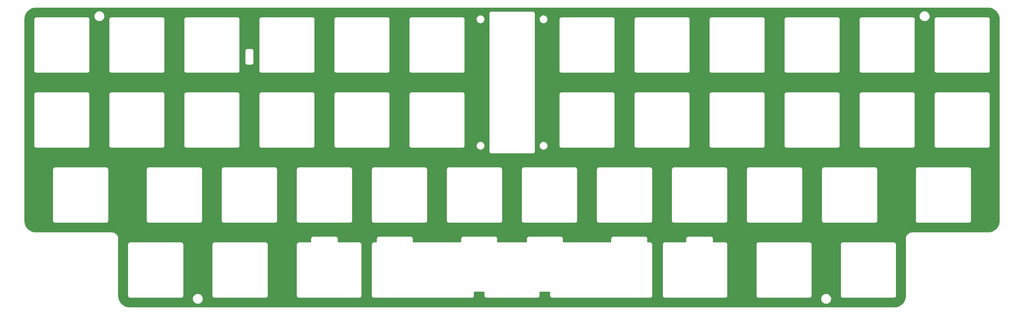
<source format=gbl>
%TF.GenerationSoftware,KiCad,Pcbnew,7.0.6*%
%TF.CreationDate,2023-09-06T22:24:11-04:00*%
%TF.ProjectId,Vault45_Alpha_FR4_Plate,5661756c-7434-4355-9f41-6c7068615f46,rev?*%
%TF.SameCoordinates,PX1c63012PY7616bd0*%
%TF.FileFunction,Copper,L2,Bot*%
%TF.FilePolarity,Positive*%
%FSLAX46Y46*%
G04 Gerber Fmt 4.6, Leading zero omitted, Abs format (unit mm)*
G04 Created by KiCad (PCBNEW 7.0.6) date 2023-09-06 22:24:11*
%MOMM*%
%LPD*%
G01*
G04 APERTURE LIST*
G04 APERTURE END LIST*
%TA.AperFunction,NonConductor*%
G36*
X244802818Y76219136D02*
G01*
X244805882Y76218981D01*
X244926275Y76209827D01*
X244955104Y76207634D01*
X244958219Y76207318D01*
X245085155Y76191189D01*
X245099014Y76189428D01*
X245105232Y76188638D01*
X245108306Y76188169D01*
X245252987Y76162332D01*
X245256026Y76161709D01*
X245335908Y76143273D01*
X245398109Y76128918D01*
X245401078Y76128154D01*
X245540514Y76088558D01*
X245543385Y76087665D01*
X245679934Y76041463D01*
X245682704Y76040449D01*
X245816140Y75987838D01*
X245818884Y75986677D01*
X245949055Y75927827D01*
X245951740Y75926533D01*
X246078416Y75861654D01*
X246081031Y75860234D01*
X246204097Y75789471D01*
X246206600Y75787950D01*
X246325787Y75711542D01*
X246328249Y75709879D01*
X246366428Y75682729D01*
X246443439Y75627964D01*
X246445817Y75626186D01*
X246556798Y75538972D01*
X246559083Y75537086D01*
X246603667Y75498467D01*
X246665675Y75444755D01*
X246667854Y75442774D01*
X246769885Y75345498D01*
X246771976Y75343407D01*
X246869262Y75241368D01*
X246871230Y75239203D01*
X246963585Y75132585D01*
X246965470Y75130300D01*
X247052684Y75019319D01*
X247054462Y75016941D01*
X247136369Y74901763D01*
X247138026Y74899311D01*
X247184904Y74826188D01*
X247214433Y74780127D01*
X247215986Y74777570D01*
X247286725Y74654543D01*
X247288160Y74651901D01*
X247353031Y74525242D01*
X247354343Y74522519D01*
X247413168Y74392401D01*
X247414344Y74389621D01*
X247466934Y74256239D01*
X247467971Y74253407D01*
X247514049Y74117226D01*
X247514151Y74116926D01*
X247515064Y74113991D01*
X247554647Y73974600D01*
X247555417Y73971605D01*
X247588208Y73829525D01*
X247588831Y73826481D01*
X247614665Y73681819D01*
X247615136Y73678734D01*
X247633816Y73531721D01*
X247634132Y73528606D01*
X247645477Y73379409D01*
X247645635Y73376286D01*
X247649500Y73223507D01*
X247649500Y22073492D01*
X247647607Y21998634D01*
X247645636Y21920725D01*
X247645477Y21917592D01*
X247634132Y21768395D01*
X247633816Y21765280D01*
X247615136Y21618267D01*
X247614665Y21615182D01*
X247588831Y21470520D01*
X247588208Y21467476D01*
X247555417Y21325396D01*
X247554647Y21322401D01*
X247515064Y21183010D01*
X247514151Y21180077D01*
X247467975Y21043607D01*
X247466934Y21040762D01*
X247414352Y20907399D01*
X247413168Y20904600D01*
X247354343Y20774482D01*
X247353031Y20771759D01*
X247288160Y20645100D01*
X247286725Y20642458D01*
X247215986Y20519431D01*
X247214433Y20516874D01*
X247138038Y20397708D01*
X247136369Y20395238D01*
X247054462Y20280060D01*
X247052684Y20277682D01*
X246965470Y20166701D01*
X246963585Y20164416D01*
X246894954Y20085186D01*
X246871263Y20057834D01*
X246871253Y20057823D01*
X246869262Y20055633D01*
X246771976Y19953594D01*
X246769885Y19951503D01*
X246667854Y19854227D01*
X246665665Y19852237D01*
X246559083Y19759915D01*
X246556798Y19758029D01*
X246445817Y19670815D01*
X246443439Y19669037D01*
X246328258Y19587128D01*
X246325787Y19585459D01*
X246206613Y19509059D01*
X246204066Y19507513D01*
X246203775Y19507344D01*
X246081058Y19436782D01*
X246078416Y19435347D01*
X245951740Y19370468D01*
X245949022Y19369159D01*
X245948401Y19368877D01*
X245818917Y19310338D01*
X245816117Y19309154D01*
X245682743Y19256567D01*
X245679898Y19255526D01*
X245543424Y19209348D01*
X245540489Y19208435D01*
X245401094Y19168851D01*
X245398099Y19168081D01*
X245256026Y19135292D01*
X245252983Y19134669D01*
X245108318Y19108834D01*
X245105232Y19108363D01*
X244958219Y19089683D01*
X244955104Y19089367D01*
X244805907Y19078022D01*
X244802782Y19077864D01*
X244650007Y19073999D01*
X225346857Y19073999D01*
X225343078Y19074282D01*
X225339068Y19074078D01*
X225335933Y19073999D01*
X225335049Y19073999D01*
X225333225Y19073785D01*
X225187193Y19066411D01*
X225184324Y19066403D01*
X225184208Y19066392D01*
X225181426Y19065849D01*
X225037879Y19043941D01*
X225035326Y19043663D01*
X225034729Y19043541D01*
X225032264Y19042788D01*
X224894397Y19007339D01*
X224891529Y19006750D01*
X224891440Y19006722D01*
X224888768Y19005617D01*
X224756222Y18957105D01*
X224753756Y18956328D01*
X224753292Y18956132D01*
X224751028Y18954925D01*
X224681041Y18921210D01*
X224624925Y18894178D01*
X224622748Y18893247D01*
X224621969Y18892823D01*
X224620062Y18891559D01*
X224500936Y18819187D01*
X224498498Y18817844D01*
X224496334Y18816079D01*
X224385406Y18733128D01*
X224383215Y18731639D01*
X224382868Y18731353D01*
X224380998Y18729504D01*
X224278656Y18636489D01*
X224276390Y18634609D01*
X224274510Y18632343D01*
X224181495Y18530001D01*
X224179646Y18528131D01*
X224179360Y18527784D01*
X224177871Y18525593D01*
X224094920Y18414665D01*
X224093155Y18412501D01*
X224091812Y18410063D01*
X224019440Y18290937D01*
X224018176Y18289030D01*
X224017746Y18288240D01*
X224016817Y18286066D01*
X223956073Y18159967D01*
X223954868Y18157706D01*
X223954673Y18157246D01*
X223953892Y18154765D01*
X223905387Y18022242D01*
X223904274Y18019551D01*
X223904249Y18019470D01*
X223903660Y18016602D01*
X223881972Y17932250D01*
X223868211Y17878734D01*
X223867458Y17876270D01*
X223867336Y17875673D01*
X223867058Y17873120D01*
X223845150Y17729573D01*
X223844607Y17726791D01*
X223844596Y17726675D01*
X223844588Y17723807D01*
X223837196Y17577394D01*
X223837000Y17575635D01*
X223837000Y17575051D01*
X223836922Y17571951D01*
X223836718Y17567879D01*
X223837000Y17564116D01*
X223837000Y3023492D01*
X223834855Y2938669D01*
X223833136Y2870725D01*
X223832977Y2867592D01*
X223821632Y2718395D01*
X223821316Y2715280D01*
X223802636Y2568267D01*
X223802165Y2565182D01*
X223776331Y2420520D01*
X223775708Y2417476D01*
X223742917Y2275396D01*
X223742147Y2272401D01*
X223702564Y2133010D01*
X223701651Y2130077D01*
X223655475Y1993607D01*
X223654435Y1990766D01*
X223618806Y1900398D01*
X223601852Y1857399D01*
X223600668Y1854600D01*
X223541843Y1724482D01*
X223540531Y1721759D01*
X223475660Y1595100D01*
X223474225Y1592458D01*
X223403486Y1469431D01*
X223401933Y1466874D01*
X223325538Y1347708D01*
X223323869Y1345238D01*
X223241962Y1230060D01*
X223240184Y1227682D01*
X223152970Y1116701D01*
X223151085Y1114416D01*
X223082454Y1035186D01*
X223058763Y1007834D01*
X223058753Y1007823D01*
X223056762Y1005633D01*
X222959476Y903594D01*
X222957385Y901503D01*
X222855354Y804227D01*
X222853165Y802237D01*
X222746583Y709915D01*
X222744298Y708029D01*
X222633317Y620815D01*
X222630939Y619037D01*
X222515758Y537128D01*
X222513287Y535459D01*
X222394113Y459059D01*
X222391566Y457513D01*
X222391275Y457344D01*
X222268558Y386782D01*
X222265916Y385347D01*
X222139240Y320468D01*
X222136522Y319159D01*
X222135901Y318877D01*
X222006417Y260338D01*
X222003617Y259154D01*
X221870243Y206567D01*
X221867398Y205526D01*
X221730924Y159348D01*
X221727989Y158435D01*
X221588594Y118851D01*
X221585599Y118081D01*
X221443526Y85292D01*
X221440483Y84669D01*
X221295818Y58834D01*
X221292732Y58363D01*
X221145719Y39683D01*
X221142604Y39367D01*
X220993407Y28022D01*
X220990282Y27864D01*
X220837507Y23999D01*
X26812492Y23999D01*
X26659713Y27864D01*
X26656590Y28022D01*
X26507393Y39367D01*
X26504278Y39683D01*
X26357265Y58363D01*
X26354180Y58834D01*
X26209518Y84668D01*
X26206474Y85291D01*
X26064394Y118082D01*
X26061399Y118852D01*
X25922008Y158435D01*
X25919087Y159344D01*
X25782592Y205528D01*
X25779777Y206559D01*
X25646378Y259155D01*
X25643598Y260331D01*
X25513480Y319156D01*
X25510757Y320468D01*
X25384098Y385339D01*
X25381456Y386774D01*
X25258429Y457513D01*
X25255872Y459066D01*
X25238231Y470376D01*
X25136688Y535473D01*
X25134236Y537130D01*
X25019058Y619037D01*
X25016680Y620815D01*
X24905699Y708029D01*
X24903414Y709914D01*
X24903413Y709915D01*
X24796796Y802269D01*
X24794631Y804237D01*
X24692592Y901523D01*
X24690501Y903614D01*
X24626909Y970314D01*
X24593222Y1005649D01*
X24591245Y1007823D01*
X24513682Y1097366D01*
X24498913Y1114416D01*
X24497027Y1116701D01*
X24409813Y1227682D01*
X24408035Y1230060D01*
X24345563Y1317909D01*
X24326120Y1345250D01*
X24324457Y1347712D01*
X24248049Y1466899D01*
X24246528Y1469402D01*
X24175765Y1592468D01*
X24174345Y1595083D01*
X24109466Y1721759D01*
X24108172Y1724444D01*
X24049322Y1854615D01*
X24048161Y1857359D01*
X23995550Y1990795D01*
X23994536Y1993565D01*
X23948334Y2130114D01*
X23947441Y2132985D01*
X23921831Y2223170D01*
X42777775Y2223170D01*
X42796840Y2005245D01*
X42796845Y2005195D01*
X42796845Y2005191D01*
X42853474Y1793848D01*
X42853476Y1793844D01*
X42853477Y1793840D01*
X42885819Y1724482D01*
X42945949Y1595532D01*
X42971050Y1559684D01*
X43071454Y1416293D01*
X43226175Y1261572D01*
X43405413Y1136068D01*
X43603722Y1043595D01*
X43603727Y1043594D01*
X43603731Y1043592D01*
X43628801Y1036875D01*
X43638827Y1034189D01*
X43641934Y1033268D01*
X43645996Y1031949D01*
X43646000Y1031947D01*
X43654029Y1030116D01*
X43815075Y986963D01*
X43856259Y983360D01*
X43864646Y982042D01*
X43901719Y973579D01*
X43933887Y976569D01*
X44033052Y967893D01*
X44078343Y971856D01*
X44086513Y972028D01*
X44089246Y971905D01*
X44089248Y971906D01*
X44094801Y971655D01*
X44094815Y971656D01*
X44124700Y970314D01*
X44154531Y978521D01*
X44251029Y986963D01*
X44298967Y999809D01*
X44306695Y1001360D01*
X44308408Y1001593D01*
X44311765Y1002047D01*
X44311767Y1002048D01*
X44313871Y1002333D01*
X44313892Y1002336D01*
X44344661Y1006504D01*
X44371334Y1019199D01*
X44427480Y1034243D01*
X44462372Y1043592D01*
X44462375Y1043594D01*
X44462382Y1043595D01*
X44511234Y1066376D01*
X44518245Y1069138D01*
X44525326Y1071438D01*
X44525329Y1071440D01*
X44527304Y1072081D01*
X44527315Y1072085D01*
X44554705Y1080985D01*
X44577569Y1097308D01*
X44660691Y1136068D01*
X44708380Y1169461D01*
X44714554Y1173266D01*
X44723065Y1177845D01*
X44723067Y1177848D01*
X44725524Y1179169D01*
X44727965Y1180482D01*
X44727971Y1180486D01*
X44748204Y1191374D01*
X44766825Y1210385D01*
X44839929Y1261572D01*
X44884234Y1305878D01*
X44889388Y1310485D01*
X44898626Y1317851D01*
X44898630Y1317857D01*
X44902520Y1320958D01*
X44903918Y1321530D01*
X44907351Y1324811D01*
X44919091Y1334174D01*
X44933232Y1354876D01*
X44994650Y1416293D01*
X45033198Y1471346D01*
X45037258Y1476529D01*
X45045508Y1485972D01*
X45048074Y1487606D01*
X45053706Y1495357D01*
X45061997Y1504848D01*
X45071648Y1526258D01*
X45120154Y1595531D01*
X45150514Y1660639D01*
X45153468Y1666210D01*
X45154698Y1668271D01*
X45157829Y1673511D01*
X45161128Y1676564D01*
X45167257Y1689289D01*
X45172447Y1697976D01*
X45177804Y1719164D01*
X45212627Y1793840D01*
X45212642Y1793894D01*
X45214233Y1799837D01*
X45232460Y1867860D01*
X45234291Y1873566D01*
X45235931Y1877937D01*
X45239454Y1882623D01*
X45244360Y1900398D01*
X45247013Y1907468D01*
X45248464Y1927587D01*
X45265391Y1990756D01*
X45269259Y2005193D01*
X45276368Y2086462D01*
X45277125Y2092100D01*
X45280536Y2110894D01*
X45280536Y2110896D01*
X45282903Y2123938D01*
X45281119Y2136936D01*
X45281190Y2140123D01*
X45281404Y2144021D01*
X45288329Y2223170D01*
X45288325Y2223220D01*
X202338707Y2223220D01*
X202357777Y2005247D01*
X202357777Y2005243D01*
X202414406Y1793900D01*
X202414408Y1793896D01*
X202414409Y1793892D01*
X202459111Y1698028D01*
X202506881Y1595584D01*
X202509070Y1592458D01*
X202632386Y1416345D01*
X202787107Y1261624D01*
X202966345Y1136120D01*
X203164654Y1043647D01*
X203164659Y1043646D01*
X203164663Y1043644D01*
X203189733Y1036927D01*
X203199759Y1034241D01*
X203202866Y1033320D01*
X203206928Y1032001D01*
X203206932Y1031999D01*
X203214961Y1030168D01*
X203376007Y987015D01*
X203417191Y983412D01*
X203425578Y982094D01*
X203462651Y973631D01*
X203494819Y976621D01*
X203593984Y967945D01*
X203639275Y971908D01*
X203647445Y972080D01*
X203650178Y971957D01*
X203650180Y971958D01*
X203655733Y971707D01*
X203655747Y971708D01*
X203685632Y970366D01*
X203715463Y978573D01*
X203811961Y987015D01*
X203859899Y999861D01*
X203867627Y1001412D01*
X203869340Y1001645D01*
X203872697Y1002099D01*
X203872699Y1002100D01*
X203874803Y1002385D01*
X203874824Y1002388D01*
X203905593Y1006556D01*
X203932266Y1019251D01*
X203988218Y1034243D01*
X204023304Y1043644D01*
X204023307Y1043646D01*
X204023314Y1043647D01*
X204072166Y1066428D01*
X204079177Y1069190D01*
X204086258Y1071490D01*
X204086261Y1071492D01*
X204088236Y1072133D01*
X204088247Y1072137D01*
X204115637Y1081037D01*
X204138501Y1097360D01*
X204221623Y1136120D01*
X204269313Y1169514D01*
X204275479Y1173313D01*
X204276770Y1174009D01*
X204283997Y1177897D01*
X204284002Y1177902D01*
X204288897Y1180534D01*
X204288903Y1180538D01*
X204309136Y1191426D01*
X204327757Y1210437D01*
X204400861Y1261624D01*
X204445166Y1305930D01*
X204450320Y1310537D01*
X204459558Y1317903D01*
X204459562Y1317909D01*
X204463452Y1321010D01*
X204464850Y1321582D01*
X204468283Y1324863D01*
X204480023Y1334226D01*
X204494164Y1354928D01*
X204555582Y1416345D01*
X204594130Y1471398D01*
X204598190Y1476581D01*
X204606440Y1486024D01*
X204609006Y1487658D01*
X204614638Y1495409D01*
X204622929Y1504900D01*
X204632580Y1526310D01*
X204681086Y1595583D01*
X204711446Y1660691D01*
X204714400Y1666262D01*
X204715630Y1668323D01*
X204718761Y1673563D01*
X204722060Y1676616D01*
X204728189Y1689341D01*
X204733379Y1698028D01*
X204738736Y1719216D01*
X204773559Y1793892D01*
X204774089Y1795868D01*
X204775165Y1799889D01*
X204793392Y1867912D01*
X204795223Y1873618D01*
X204796863Y1877989D01*
X204800386Y1882675D01*
X204805292Y1900450D01*
X204807945Y1907520D01*
X204809396Y1927639D01*
X204826309Y1990756D01*
X204830191Y2005245D01*
X204837300Y2086514D01*
X204838057Y2092152D01*
X204841468Y2110946D01*
X204841468Y2110948D01*
X204843835Y2123990D01*
X204842051Y2136988D01*
X204842122Y2140175D01*
X204842336Y2144073D01*
X204849261Y2223222D01*
X204842340Y2302322D01*
X204842124Y2306259D01*
X204842097Y2307395D01*
X204842054Y2309338D01*
X204844538Y2318581D01*
X204841468Y2335498D01*
X204838058Y2354287D01*
X204837300Y2359934D01*
X204830191Y2441199D01*
X204809395Y2518811D01*
X204809759Y2534099D01*
X204805292Y2546000D01*
X204801328Y2560361D01*
X204796863Y2568458D01*
X204795228Y2572813D01*
X204793389Y2578545D01*
X204773559Y2652552D01*
X204738736Y2727228D01*
X204736247Y2743617D01*
X204728188Y2757105D01*
X204723252Y2767353D01*
X204718767Y2772874D01*
X204714402Y2780179D01*
X204711439Y2785767D01*
X204681086Y2850860D01*
X204632581Y2920133D01*
X204626887Y2937017D01*
X204614639Y2951036D01*
X204610116Y2957261D01*
X204606437Y2960425D01*
X204598207Y2969845D01*
X204594108Y2975079D01*
X204555583Y3030098D01*
X204531393Y3054288D01*
X204494164Y3091517D01*
X204485045Y3108217D01*
X204468283Y3121584D01*
X204465541Y3124205D01*
X204463452Y3125436D01*
X204450337Y3135895D01*
X204445150Y3140531D01*
X204400862Y3184819D01*
X204400853Y3184826D01*
X204327756Y3236010D01*
X204315146Y3251786D01*
X204275489Y3273126D01*
X204269302Y3276939D01*
X204221627Y3310322D01*
X204138502Y3349084D01*
X204122492Y3363182D01*
X204079200Y3377248D01*
X204072151Y3380025D01*
X204023428Y3402744D01*
X204023314Y3402797D01*
X204007677Y3406987D01*
X203932257Y3427197D01*
X203913103Y3438873D01*
X203867624Y3445034D01*
X203859893Y3446586D01*
X203811969Y3459428D01*
X203811955Y3459430D01*
X203715456Y3467872D01*
X203693559Y3476438D01*
X203647447Y3474366D01*
X203639255Y3474540D01*
X203593990Y3478499D01*
X203593981Y3478499D01*
X203494804Y3469823D01*
X203470733Y3474661D01*
X203425577Y3464352D01*
X203417175Y3463032D01*
X203376004Y3459429D01*
X203277163Y3432945D01*
X203251607Y3433554D01*
X203213014Y3417053D01*
X203196365Y3411295D01*
X203164651Y3402797D01*
X202966345Y3310324D01*
X202966341Y3310322D01*
X202787105Y3184820D01*
X202632386Y3030101D01*
X202506884Y2850865D01*
X202506882Y2850861D01*
X202414410Y2652554D01*
X202414406Y2652545D01*
X202357777Y2441202D01*
X202357777Y2441199D01*
X202355702Y2417476D01*
X202338707Y2223225D01*
X202338707Y2223220D01*
X45288325Y2223220D01*
X45281408Y2302283D01*
X45281192Y2306207D01*
X45281165Y2307343D01*
X45281122Y2309286D01*
X45283606Y2318529D01*
X45280536Y2335446D01*
X45277126Y2354235D01*
X45276368Y2359882D01*
X45269259Y2441147D01*
X45248463Y2518759D01*
X45248827Y2534047D01*
X45244360Y2545948D01*
X45240396Y2560309D01*
X45235931Y2568406D01*
X45234296Y2572761D01*
X45232457Y2578493D01*
X45212627Y2652500D01*
X45177804Y2727176D01*
X45175315Y2743565D01*
X45167256Y2757053D01*
X45162320Y2767301D01*
X45157835Y2772822D01*
X45153470Y2780127D01*
X45150507Y2785715D01*
X45122416Y2845957D01*
X45120156Y2850804D01*
X45120153Y2850809D01*
X45120117Y2850860D01*
X45071649Y2920081D01*
X45065955Y2936965D01*
X45053707Y2950984D01*
X45049184Y2957209D01*
X45045505Y2960373D01*
X45037275Y2969793D01*
X45033176Y2975027D01*
X44994651Y3030046D01*
X44970409Y3054288D01*
X44933232Y3091465D01*
X44924113Y3108165D01*
X44907351Y3121532D01*
X44904609Y3124153D01*
X44902520Y3125384D01*
X44889405Y3135843D01*
X44884218Y3140479D01*
X44839930Y3184767D01*
X44839921Y3184774D01*
X44766824Y3235958D01*
X44754214Y3251734D01*
X44714557Y3273074D01*
X44708370Y3276887D01*
X44660695Y3310270D01*
X44660583Y3310322D01*
X44577570Y3349032D01*
X44561560Y3363130D01*
X44518268Y3377196D01*
X44511219Y3379973D01*
X44462384Y3402744D01*
X44462382Y3402745D01*
X44446745Y3406935D01*
X44371325Y3427145D01*
X44352171Y3438821D01*
X44306692Y3444982D01*
X44298961Y3446534D01*
X44251037Y3459376D01*
X44251023Y3459378D01*
X44154524Y3467820D01*
X44132627Y3476386D01*
X44086515Y3474314D01*
X44078323Y3474488D01*
X44033058Y3478447D01*
X44033049Y3478447D01*
X43933872Y3469771D01*
X43909801Y3474609D01*
X43864645Y3464300D01*
X43856243Y3462980D01*
X43815072Y3459377D01*
X43716231Y3432893D01*
X43690675Y3433502D01*
X43652082Y3417001D01*
X43635433Y3411243D01*
X43603719Y3402745D01*
X43405413Y3310272D01*
X43405409Y3310270D01*
X43226173Y3184768D01*
X43071454Y3030049D01*
X42945952Y2850813D01*
X42945950Y2850809D01*
X42853478Y2652502D01*
X42853474Y2652493D01*
X42796845Y2441150D01*
X42796845Y2441147D01*
X42794882Y2418710D01*
X42777780Y2223222D01*
X42777775Y2223170D01*
X23921831Y2223170D01*
X23907845Y2272421D01*
X23907079Y2275400D01*
X23899258Y2309286D01*
X23874289Y2417476D01*
X23873667Y2420516D01*
X23856123Y2518757D01*
X23847830Y2565193D01*
X23847361Y2568267D01*
X23828681Y2715280D01*
X23828365Y2718395D01*
X23825425Y2757053D01*
X23817018Y2867617D01*
X23816863Y2870679D01*
X23812999Y3023493D01*
X23812999Y16048317D01*
X26336854Y16048317D01*
X26337000Y16045345D01*
X26337000Y3051459D01*
X26336864Y3048491D01*
X26337294Y3045553D01*
X26339528Y3023394D01*
X26346031Y2958878D01*
X26346036Y2958393D01*
X26347156Y2947627D01*
X26350376Y2937180D01*
X26350507Y2936864D01*
X26371950Y2867787D01*
X26372828Y2864960D01*
X26372956Y2864351D01*
X26376318Y2853681D01*
X26381091Y2844907D01*
X26421176Y2771057D01*
X26422464Y2768662D01*
X26422498Y2768621D01*
X26422500Y2768618D01*
X26422501Y2768617D01*
X26423749Y2767119D01*
X26481089Y2697622D01*
X26483586Y2694580D01*
X26484529Y2693815D01*
X26548153Y2641321D01*
X26548308Y2641165D01*
X26557659Y2633466D01*
X26557700Y2633444D01*
X26557703Y2633442D01*
X26557705Y2633442D01*
X26558684Y2632922D01*
X26632546Y2592830D01*
X26633799Y2591992D01*
X26642630Y2587347D01*
X26642634Y2587344D01*
X26642637Y2587343D01*
X26642687Y2587317D01*
X26642724Y2587306D01*
X26642725Y2587305D01*
X26642726Y2587305D01*
X26654892Y2583533D01*
X26654891Y2583531D01*
X26654963Y2583518D01*
X26725382Y2561658D01*
X26726193Y2561319D01*
X26736581Y2558171D01*
X26736583Y2558170D01*
X26736584Y2558170D01*
X26736630Y2558156D01*
X26736677Y2558152D01*
X26736678Y2558151D01*
X26736678Y2558152D01*
X26749161Y2556899D01*
X26749160Y2556895D01*
X26749236Y2556895D01*
X26834248Y2548326D01*
X26837342Y2547857D01*
X26840460Y2547999D01*
X39834360Y2547999D01*
X39837573Y2547843D01*
X39837786Y2547854D01*
X39840965Y2548347D01*
X39925763Y2556895D01*
X39926185Y2556895D01*
X39938313Y2558152D01*
X39938321Y2558151D01*
X39938328Y2558154D01*
X39938373Y2558158D01*
X39938410Y2558170D01*
X39938416Y2558170D01*
X39938421Y2558173D01*
X39949699Y2561633D01*
X39950151Y2561824D01*
X40019926Y2583484D01*
X40020409Y2583581D01*
X40032270Y2587305D01*
X40032274Y2587305D01*
X40032277Y2587307D01*
X40032316Y2587319D01*
X40032358Y2587343D01*
X40032365Y2587344D01*
X40032369Y2587349D01*
X40043876Y2593574D01*
X40044073Y2593711D01*
X40115887Y2632691D01*
X40117293Y2633442D01*
X40117296Y2633442D01*
X40117298Y2633444D01*
X40117334Y2633463D01*
X40117372Y2633496D01*
X40117379Y2633499D01*
X40117383Y2633505D01*
X40117981Y2634010D01*
X40181307Y2686258D01*
X40181538Y2686410D01*
X40191373Y2694550D01*
X40191376Y2694551D01*
X40191377Y2694553D01*
X40191409Y2694579D01*
X40191443Y2694620D01*
X40191447Y2694623D01*
X40191449Y2694628D01*
X40199270Y2704013D01*
X40199640Y2704568D01*
X40201515Y2706840D01*
X40249655Y2765188D01*
X40252495Y2768616D01*
X40252499Y2768618D01*
X40252500Y2768622D01*
X40252531Y2768658D01*
X40252552Y2768698D01*
X40252556Y2768702D01*
X40252557Y2768708D01*
X40253437Y2770349D01*
X40253822Y2771057D01*
X40292611Y2842521D01*
X40293026Y2843130D01*
X40298676Y2853674D01*
X40298690Y2853720D01*
X40298694Y2853726D01*
X40298694Y2853734D01*
X40302339Y2865253D01*
X40302480Y2865961D01*
X40324175Y2935848D01*
X40324363Y2936292D01*
X40327827Y2947580D01*
X40327829Y2947583D01*
X40327829Y2947587D01*
X40327842Y2947628D01*
X40327846Y2947675D01*
X40327848Y2947678D01*
X40327847Y2947682D01*
X40329091Y2959571D01*
X40329091Y2960108D01*
X40335772Y3026385D01*
X40337652Y3045027D01*
X40338145Y3048208D01*
X40338147Y3048246D01*
X40338000Y3051460D01*
X40338000Y16045344D01*
X40338145Y16048317D01*
X47768104Y16048317D01*
X47768250Y16045345D01*
X47768250Y3051459D01*
X47768114Y3048491D01*
X47768544Y3045553D01*
X47770778Y3023394D01*
X47777281Y2958878D01*
X47777286Y2958393D01*
X47778406Y2947627D01*
X47781626Y2937180D01*
X47781757Y2936864D01*
X47803200Y2867787D01*
X47804078Y2864960D01*
X47804206Y2864351D01*
X47807568Y2853681D01*
X47812341Y2844907D01*
X47852426Y2771057D01*
X47853714Y2768662D01*
X47853748Y2768621D01*
X47853750Y2768618D01*
X47853751Y2768617D01*
X47854999Y2767119D01*
X47912339Y2697622D01*
X47914836Y2694580D01*
X47915779Y2693815D01*
X47979403Y2641321D01*
X47979558Y2641165D01*
X47988909Y2633466D01*
X47988950Y2633444D01*
X47988953Y2633442D01*
X47988955Y2633442D01*
X47989934Y2632922D01*
X48063796Y2592830D01*
X48065049Y2591992D01*
X48073880Y2587347D01*
X48073884Y2587344D01*
X48073887Y2587343D01*
X48073937Y2587317D01*
X48073974Y2587306D01*
X48073975Y2587305D01*
X48073976Y2587305D01*
X48086142Y2583533D01*
X48086141Y2583531D01*
X48086213Y2583518D01*
X48156632Y2561658D01*
X48157443Y2561319D01*
X48167831Y2558171D01*
X48167833Y2558170D01*
X48167834Y2558170D01*
X48167880Y2558156D01*
X48167927Y2558152D01*
X48167928Y2558151D01*
X48167928Y2558152D01*
X48180411Y2556899D01*
X48180410Y2556895D01*
X48180486Y2556895D01*
X48265498Y2548326D01*
X48268592Y2547857D01*
X48271710Y2547999D01*
X61265610Y2547999D01*
X61268823Y2547843D01*
X61269036Y2547854D01*
X61272215Y2548347D01*
X61357013Y2556895D01*
X61357435Y2556895D01*
X61369563Y2558152D01*
X61369571Y2558151D01*
X61369578Y2558154D01*
X61369623Y2558158D01*
X61369660Y2558170D01*
X61369666Y2558170D01*
X61369671Y2558173D01*
X61380949Y2561633D01*
X61381401Y2561824D01*
X61451176Y2583484D01*
X61451659Y2583581D01*
X61463520Y2587305D01*
X61463524Y2587305D01*
X61463527Y2587307D01*
X61463566Y2587319D01*
X61463608Y2587343D01*
X61463615Y2587344D01*
X61463619Y2587349D01*
X61475126Y2593574D01*
X61475323Y2593711D01*
X61547137Y2632691D01*
X61548543Y2633442D01*
X61548546Y2633442D01*
X61548548Y2633444D01*
X61548584Y2633463D01*
X61548622Y2633496D01*
X61548629Y2633499D01*
X61548633Y2633505D01*
X61549231Y2634010D01*
X61612557Y2686258D01*
X61612788Y2686410D01*
X61622623Y2694550D01*
X61622626Y2694551D01*
X61622627Y2694553D01*
X61622659Y2694579D01*
X61622693Y2694620D01*
X61622697Y2694623D01*
X61622699Y2694628D01*
X61630520Y2704013D01*
X61630890Y2704568D01*
X61632765Y2706840D01*
X61680905Y2765188D01*
X61683745Y2768616D01*
X61683749Y2768618D01*
X61683750Y2768622D01*
X61683781Y2768658D01*
X61683802Y2768698D01*
X61683806Y2768702D01*
X61683807Y2768708D01*
X61684687Y2770349D01*
X61685072Y2771057D01*
X61723861Y2842521D01*
X61724276Y2843130D01*
X61729926Y2853674D01*
X61729940Y2853720D01*
X61729944Y2853726D01*
X61729944Y2853734D01*
X61733589Y2865253D01*
X61733730Y2865961D01*
X61755425Y2935848D01*
X61755613Y2936292D01*
X61759077Y2947580D01*
X61759079Y2947583D01*
X61759079Y2947587D01*
X61759092Y2947628D01*
X61759096Y2947675D01*
X61759098Y2947678D01*
X61759097Y2947682D01*
X61760341Y2959571D01*
X61760341Y2960108D01*
X61767022Y3026385D01*
X61768902Y3045027D01*
X61769395Y3048208D01*
X61769397Y3048246D01*
X61769250Y3051460D01*
X61769250Y16045344D01*
X61769395Y16048312D01*
X69199353Y16048312D01*
X69199499Y16045340D01*
X69199500Y3051460D01*
X69199364Y3048491D01*
X69199794Y3045553D01*
X69202028Y3023394D01*
X69208531Y2958878D01*
X69208536Y2958393D01*
X69209656Y2947627D01*
X69212876Y2937180D01*
X69213007Y2936864D01*
X69234450Y2867787D01*
X69235328Y2864960D01*
X69235456Y2864351D01*
X69238818Y2853681D01*
X69243591Y2844907D01*
X69283676Y2771057D01*
X69284964Y2768662D01*
X69284998Y2768621D01*
X69285000Y2768618D01*
X69285001Y2768617D01*
X69286249Y2767119D01*
X69343589Y2697622D01*
X69346086Y2694580D01*
X69347029Y2693815D01*
X69410653Y2641321D01*
X69410808Y2641165D01*
X69420159Y2633466D01*
X69420200Y2633444D01*
X69420203Y2633442D01*
X69420205Y2633442D01*
X69421184Y2632922D01*
X69495046Y2592830D01*
X69496299Y2591992D01*
X69505130Y2587347D01*
X69505134Y2587344D01*
X69505137Y2587343D01*
X69505187Y2587317D01*
X69505224Y2587306D01*
X69505225Y2587305D01*
X69505226Y2587305D01*
X69517392Y2583533D01*
X69517391Y2583531D01*
X69517463Y2583518D01*
X69587882Y2561658D01*
X69588693Y2561319D01*
X69599081Y2558171D01*
X69599083Y2558170D01*
X69599084Y2558170D01*
X69599130Y2558156D01*
X69599177Y2558152D01*
X69599178Y2558151D01*
X69599178Y2558152D01*
X69611661Y2556899D01*
X69611660Y2556895D01*
X69611736Y2556895D01*
X69696748Y2548326D01*
X69699842Y2547857D01*
X69702960Y2547999D01*
X85077860Y2547999D01*
X85081073Y2547843D01*
X85081286Y2547854D01*
X85084465Y2548347D01*
X85169263Y2556895D01*
X85169685Y2556895D01*
X85181813Y2558152D01*
X85181821Y2558151D01*
X85181828Y2558154D01*
X85181873Y2558158D01*
X85181910Y2558170D01*
X85181916Y2558170D01*
X85181921Y2558173D01*
X85193199Y2561633D01*
X85193651Y2561824D01*
X85263426Y2583484D01*
X85263909Y2583581D01*
X85275770Y2587305D01*
X85275774Y2587305D01*
X85275777Y2587307D01*
X85275816Y2587319D01*
X85275858Y2587343D01*
X85275865Y2587344D01*
X85275869Y2587349D01*
X85287376Y2593574D01*
X85287573Y2593711D01*
X85359387Y2632691D01*
X85360793Y2633442D01*
X85360796Y2633442D01*
X85360798Y2633444D01*
X85360834Y2633463D01*
X85360872Y2633496D01*
X85360879Y2633499D01*
X85360883Y2633505D01*
X85361481Y2634010D01*
X85424807Y2686258D01*
X85425038Y2686410D01*
X85434873Y2694550D01*
X85434876Y2694551D01*
X85434877Y2694553D01*
X85434909Y2694579D01*
X85434943Y2694620D01*
X85434947Y2694623D01*
X85434949Y2694628D01*
X85442770Y2704013D01*
X85443140Y2704568D01*
X85445015Y2706840D01*
X85493155Y2765188D01*
X85495995Y2768616D01*
X85495999Y2768618D01*
X85496000Y2768622D01*
X85496031Y2768658D01*
X85496052Y2768698D01*
X85496056Y2768702D01*
X85496057Y2768708D01*
X85496937Y2770349D01*
X85497322Y2771057D01*
X85536111Y2842521D01*
X85536526Y2843130D01*
X85542176Y2853674D01*
X85542190Y2853720D01*
X85542194Y2853726D01*
X85542194Y2853734D01*
X85545839Y2865253D01*
X85545980Y2865961D01*
X85567675Y2935848D01*
X85567863Y2936292D01*
X85571327Y2947580D01*
X85571329Y2947583D01*
X85571329Y2947587D01*
X85571342Y2947628D01*
X85571346Y2947675D01*
X85571348Y2947678D01*
X85571347Y2947682D01*
X85572591Y2959571D01*
X85572591Y2960108D01*
X85579272Y3026385D01*
X85581152Y3045027D01*
X85581645Y3048208D01*
X85581647Y3048246D01*
X85581500Y3051460D01*
X85581500Y16045344D01*
X85581644Y16048298D01*
X88249354Y16048298D01*
X88249500Y16045326D01*
X88249500Y3054286D01*
X88249364Y3051318D01*
X88249794Y3048380D01*
X88252017Y3026333D01*
X88258531Y2961705D01*
X88258536Y2961220D01*
X88259656Y2950454D01*
X88262876Y2940007D01*
X88263007Y2939691D01*
X88284949Y2869009D01*
X88285328Y2867787D01*
X88285456Y2867178D01*
X88288818Y2856508D01*
X88293591Y2847734D01*
X88333679Y2773878D01*
X88334963Y2771490D01*
X88336249Y2769946D01*
X88393589Y2700449D01*
X88396086Y2697407D01*
X88397029Y2696642D01*
X88460653Y2644148D01*
X88460808Y2643992D01*
X88470159Y2636293D01*
X88470200Y2636271D01*
X88470203Y2636269D01*
X88470205Y2636269D01*
X88471184Y2635749D01*
X88545046Y2595657D01*
X88546299Y2594819D01*
X88555130Y2590174D01*
X88555134Y2590171D01*
X88555137Y2590170D01*
X88555187Y2590144D01*
X88555224Y2590133D01*
X88555225Y2590132D01*
X88555226Y2590132D01*
X88567392Y2586360D01*
X88567391Y2586358D01*
X88567463Y2586345D01*
X88637882Y2564485D01*
X88638693Y2564146D01*
X88649081Y2560998D01*
X88649083Y2560997D01*
X88649084Y2560997D01*
X88649130Y2560983D01*
X88649177Y2560979D01*
X88649178Y2560978D01*
X88649178Y2560979D01*
X88661661Y2559726D01*
X88661660Y2559722D01*
X88661736Y2559722D01*
X88746748Y2551153D01*
X88749892Y2550676D01*
X88749986Y2550672D01*
X88753147Y2550826D01*
X113652333Y2548001D01*
X113655636Y2547830D01*
X113658914Y2548327D01*
X113743910Y2556895D01*
X113744332Y2556895D01*
X113756460Y2558152D01*
X113756468Y2558151D01*
X113756475Y2558154D01*
X113756520Y2558158D01*
X113756557Y2558170D01*
X113756563Y2558170D01*
X113756568Y2558173D01*
X113767846Y2561633D01*
X113768298Y2561824D01*
X113838073Y2583484D01*
X113838556Y2583581D01*
X113850417Y2587305D01*
X113850421Y2587305D01*
X113850424Y2587307D01*
X113850463Y2587319D01*
X113850505Y2587343D01*
X113850512Y2587344D01*
X113850516Y2587349D01*
X113862023Y2593574D01*
X113862220Y2593711D01*
X113934034Y2632691D01*
X113935440Y2633442D01*
X113935443Y2633442D01*
X113935445Y2633444D01*
X113935481Y2633463D01*
X113935519Y2633496D01*
X113935526Y2633499D01*
X113935530Y2633505D01*
X113936128Y2634010D01*
X113999454Y2686258D01*
X113999685Y2686410D01*
X114009520Y2694550D01*
X114009523Y2694551D01*
X114009524Y2694553D01*
X114009556Y2694579D01*
X114009590Y2694620D01*
X114009594Y2694623D01*
X114009596Y2694628D01*
X114017417Y2704013D01*
X114017787Y2704568D01*
X114019662Y2706840D01*
X114067802Y2765188D01*
X114070642Y2768616D01*
X114070646Y2768618D01*
X114070647Y2768622D01*
X114070678Y2768658D01*
X114070699Y2768698D01*
X114070703Y2768702D01*
X114070704Y2768708D01*
X114071584Y2770349D01*
X114071969Y2771057D01*
X114110758Y2842521D01*
X114111173Y2843130D01*
X114116823Y2853674D01*
X114116837Y2853720D01*
X114116841Y2853726D01*
X114116841Y2853734D01*
X114120486Y2865253D01*
X114120627Y2865961D01*
X114142322Y2935848D01*
X114142510Y2936292D01*
X114145974Y2947580D01*
X114145976Y2947583D01*
X114145976Y2947587D01*
X114145989Y2947628D01*
X114145993Y2947675D01*
X114145995Y2947678D01*
X114145994Y2947682D01*
X114147238Y2959571D01*
X114147238Y2960108D01*
X114153919Y3026385D01*
X114155799Y3045027D01*
X114156292Y3048208D01*
X114156294Y3048246D01*
X114156147Y3051461D01*
X114156148Y3893999D01*
X114175833Y3961039D01*
X114228637Y4006793D01*
X114280148Y4017999D01*
X116700501Y4017999D01*
X116767540Y3998314D01*
X116813295Y3945510D01*
X116824500Y3894000D01*
X116824500Y3472722D01*
X116824500Y3054286D01*
X116824364Y3051318D01*
X116824794Y3048380D01*
X116827017Y3026333D01*
X116833531Y2961705D01*
X116833536Y2961220D01*
X116834656Y2950454D01*
X116837876Y2940007D01*
X116838007Y2939691D01*
X116859949Y2869009D01*
X116860328Y2867787D01*
X116860456Y2867178D01*
X116863818Y2856508D01*
X116868591Y2847734D01*
X116908679Y2773878D01*
X116909963Y2771490D01*
X116911249Y2769946D01*
X116968589Y2700449D01*
X116971086Y2697407D01*
X116972029Y2696642D01*
X117035653Y2644148D01*
X117035808Y2643992D01*
X117045159Y2636293D01*
X117045200Y2636271D01*
X117045203Y2636269D01*
X117045205Y2636269D01*
X117046184Y2635749D01*
X117120046Y2595657D01*
X117121299Y2594819D01*
X117130130Y2590174D01*
X117130134Y2590171D01*
X117130137Y2590170D01*
X117130187Y2590144D01*
X117130224Y2590133D01*
X117130225Y2590132D01*
X117130226Y2590132D01*
X117142392Y2586360D01*
X117142391Y2586358D01*
X117142463Y2586345D01*
X117212882Y2564485D01*
X117213693Y2564146D01*
X117224081Y2560998D01*
X117224083Y2560997D01*
X117224084Y2560997D01*
X117224130Y2560983D01*
X117224177Y2560979D01*
X117224178Y2560978D01*
X117224178Y2560979D01*
X117236661Y2559726D01*
X117236660Y2559722D01*
X117236736Y2559722D01*
X117321748Y2551153D01*
X117324842Y2550684D01*
X117327960Y2550826D01*
X130321860Y2550826D01*
X130325073Y2550670D01*
X130325286Y2550681D01*
X130328465Y2551174D01*
X130413263Y2559722D01*
X130413685Y2559722D01*
X130425813Y2560979D01*
X130425821Y2560978D01*
X130425828Y2560981D01*
X130425873Y2560985D01*
X130425910Y2560997D01*
X130425916Y2560997D01*
X130425921Y2561000D01*
X130437199Y2564460D01*
X130437651Y2564651D01*
X130507426Y2586311D01*
X130507909Y2586408D01*
X130519770Y2590132D01*
X130519774Y2590132D01*
X130519777Y2590134D01*
X130519816Y2590146D01*
X130519858Y2590170D01*
X130519865Y2590171D01*
X130519869Y2590176D01*
X130531376Y2596401D01*
X130531573Y2596538D01*
X130603387Y2635518D01*
X130604793Y2636269D01*
X130604796Y2636269D01*
X130604798Y2636271D01*
X130604834Y2636290D01*
X130604872Y2636323D01*
X130604879Y2636326D01*
X130604883Y2636332D01*
X130605481Y2636837D01*
X130668807Y2689085D01*
X130669038Y2689237D01*
X130678873Y2697377D01*
X130678876Y2697378D01*
X130678877Y2697380D01*
X130678909Y2697406D01*
X130678943Y2697447D01*
X130678947Y2697450D01*
X130678949Y2697455D01*
X130686770Y2706840D01*
X130687140Y2707395D01*
X130693646Y2715280D01*
X130737225Y2768099D01*
X130739995Y2771443D01*
X130739999Y2771445D01*
X130740000Y2771449D01*
X130740031Y2771485D01*
X130740052Y2771525D01*
X130740056Y2771529D01*
X130740057Y2771535D01*
X130740937Y2773176D01*
X130744739Y2780179D01*
X130780111Y2845348D01*
X130780526Y2845957D01*
X130786176Y2856501D01*
X130786190Y2856547D01*
X130786194Y2856553D01*
X130786194Y2856561D01*
X130789839Y2868080D01*
X130789980Y2868788D01*
X130811675Y2938675D01*
X130811863Y2939119D01*
X130815327Y2950407D01*
X130815329Y2950410D01*
X130815329Y2950414D01*
X130815342Y2950455D01*
X130815346Y2950502D01*
X130815348Y2950505D01*
X130815347Y2950509D01*
X130816591Y2962398D01*
X130816591Y2962935D01*
X130822987Y3026385D01*
X130825152Y3047854D01*
X130825645Y3051035D01*
X130825647Y3051078D01*
X130825500Y3054288D01*
X130825502Y3893999D01*
X130845187Y3961039D01*
X130897991Y4006793D01*
X130949502Y4017999D01*
X133369546Y4017999D01*
X133436585Y3998314D01*
X133482340Y3945510D01*
X133493546Y3893999D01*
X133493546Y3051078D01*
X133493450Y3048670D01*
X133493493Y3047816D01*
X133493861Y3045359D01*
X133502578Y2958878D01*
X133502583Y2958393D01*
X133503703Y2947627D01*
X133506923Y2937180D01*
X133507054Y2936864D01*
X133528497Y2867787D01*
X133529375Y2864960D01*
X133529503Y2864351D01*
X133532863Y2853687D01*
X133537760Y2844503D01*
X133538282Y2843719D01*
X133578041Y2770470D01*
X133579012Y2768658D01*
X133579485Y2768102D01*
X133632474Y2703879D01*
X133632813Y2703378D01*
X133640127Y2694588D01*
X133649338Y2686959D01*
X133649603Y2686781D01*
X133707038Y2639393D01*
X133714163Y2633501D01*
X133714165Y2633499D01*
X133714167Y2633498D01*
X133714202Y2633469D01*
X133714246Y2633446D01*
X133714249Y2633443D01*
X133714252Y2633443D01*
X133715966Y2632522D01*
X133789088Y2592832D01*
X133790343Y2591994D01*
X133799177Y2587347D01*
X133799181Y2587344D01*
X133799184Y2587343D01*
X133799234Y2587317D01*
X133799271Y2587306D01*
X133799272Y2587305D01*
X133799273Y2587305D01*
X133811439Y2583533D01*
X133811438Y2583531D01*
X133811510Y2583518D01*
X133881929Y2561658D01*
X133882740Y2561319D01*
X133893128Y2558171D01*
X133893130Y2558170D01*
X133893131Y2558170D01*
X133893177Y2558156D01*
X133893224Y2558152D01*
X133893225Y2558151D01*
X133893225Y2558152D01*
X133905708Y2556899D01*
X133905707Y2556895D01*
X133905783Y2556895D01*
X133990795Y2548326D01*
X133993889Y2547857D01*
X133997007Y2547999D01*
X158896860Y2547999D01*
X158900073Y2547843D01*
X158900286Y2547854D01*
X158903465Y2548347D01*
X158988263Y2556895D01*
X158988685Y2556895D01*
X159000813Y2558152D01*
X159000821Y2558151D01*
X159000828Y2558154D01*
X159000873Y2558158D01*
X159000910Y2558170D01*
X159000916Y2558170D01*
X159000921Y2558173D01*
X159012199Y2561633D01*
X159012651Y2561824D01*
X159082426Y2583484D01*
X159082909Y2583581D01*
X159094770Y2587305D01*
X159094774Y2587305D01*
X159094777Y2587307D01*
X159094816Y2587319D01*
X159094858Y2587343D01*
X159094865Y2587344D01*
X159094869Y2587349D01*
X159106376Y2593574D01*
X159106573Y2593711D01*
X159178387Y2632691D01*
X159179793Y2633442D01*
X159179796Y2633442D01*
X159179798Y2633444D01*
X159179834Y2633463D01*
X159179872Y2633496D01*
X159179879Y2633499D01*
X159179883Y2633505D01*
X159180481Y2634010D01*
X159243807Y2686258D01*
X159244038Y2686410D01*
X159253873Y2694550D01*
X159253876Y2694551D01*
X159253877Y2694553D01*
X159253909Y2694579D01*
X159253943Y2694620D01*
X159253947Y2694623D01*
X159253949Y2694628D01*
X159261770Y2704013D01*
X159262140Y2704568D01*
X159264015Y2706840D01*
X159312155Y2765188D01*
X159314995Y2768616D01*
X159314999Y2768618D01*
X159315000Y2768622D01*
X159315031Y2768658D01*
X159315052Y2768698D01*
X159315056Y2768702D01*
X159315057Y2768708D01*
X159315937Y2770349D01*
X159316322Y2771057D01*
X159355111Y2842521D01*
X159355526Y2843130D01*
X159361176Y2853674D01*
X159361190Y2853720D01*
X159361194Y2853726D01*
X159361194Y2853734D01*
X159364839Y2865253D01*
X159364980Y2865961D01*
X159386675Y2935848D01*
X159386863Y2936292D01*
X159390327Y2947580D01*
X159390329Y2947583D01*
X159390329Y2947587D01*
X159390342Y2947628D01*
X159390346Y2947675D01*
X159390348Y2947678D01*
X159390347Y2947682D01*
X159391591Y2959571D01*
X159391591Y2960108D01*
X159398272Y3026385D01*
X159400152Y3045027D01*
X159400645Y3048208D01*
X159400647Y3048246D01*
X159400500Y3051460D01*
X159400500Y16045344D01*
X159400645Y16048317D01*
X162105354Y16048317D01*
X162105500Y16045345D01*
X162105500Y3051459D01*
X162105364Y3048491D01*
X162105794Y3045553D01*
X162108028Y3023394D01*
X162114531Y2958878D01*
X162114536Y2958393D01*
X162115656Y2947627D01*
X162118876Y2937180D01*
X162119007Y2936864D01*
X162140450Y2867787D01*
X162141328Y2864960D01*
X162141456Y2864351D01*
X162144818Y2853681D01*
X162149591Y2844907D01*
X162189676Y2771057D01*
X162190964Y2768662D01*
X162190998Y2768621D01*
X162191000Y2768618D01*
X162191001Y2768617D01*
X162192249Y2767119D01*
X162249589Y2697622D01*
X162252086Y2694580D01*
X162253029Y2693815D01*
X162316653Y2641321D01*
X162316808Y2641165D01*
X162326159Y2633466D01*
X162326200Y2633444D01*
X162326203Y2633442D01*
X162326205Y2633442D01*
X162327184Y2632922D01*
X162401046Y2592830D01*
X162402299Y2591992D01*
X162411130Y2587347D01*
X162411134Y2587344D01*
X162411137Y2587343D01*
X162411187Y2587317D01*
X162411224Y2587306D01*
X162411225Y2587305D01*
X162411226Y2587305D01*
X162423392Y2583533D01*
X162423391Y2583531D01*
X162423463Y2583518D01*
X162493882Y2561658D01*
X162494693Y2561319D01*
X162505081Y2558171D01*
X162505083Y2558170D01*
X162505084Y2558170D01*
X162505130Y2558156D01*
X162505177Y2558152D01*
X162505178Y2558151D01*
X162505178Y2558152D01*
X162517661Y2556899D01*
X162517660Y2556895D01*
X162517736Y2556895D01*
X162602748Y2548326D01*
X162605842Y2547857D01*
X162608960Y2547999D01*
X177983860Y2547999D01*
X177987073Y2547843D01*
X177987286Y2547854D01*
X177990465Y2548347D01*
X178075263Y2556895D01*
X178075685Y2556895D01*
X178087813Y2558152D01*
X178087821Y2558151D01*
X178087828Y2558154D01*
X178087873Y2558158D01*
X178087910Y2558170D01*
X178087916Y2558170D01*
X178087921Y2558173D01*
X178099199Y2561633D01*
X178099651Y2561824D01*
X178169426Y2583484D01*
X178169909Y2583581D01*
X178181770Y2587305D01*
X178181774Y2587305D01*
X178181777Y2587307D01*
X178181816Y2587319D01*
X178181858Y2587343D01*
X178181865Y2587344D01*
X178181869Y2587349D01*
X178193376Y2593574D01*
X178193573Y2593711D01*
X178265387Y2632691D01*
X178266793Y2633442D01*
X178266796Y2633442D01*
X178266798Y2633444D01*
X178266834Y2633463D01*
X178266872Y2633496D01*
X178266879Y2633499D01*
X178266883Y2633505D01*
X178267481Y2634010D01*
X178330807Y2686258D01*
X178331038Y2686410D01*
X178340873Y2694550D01*
X178340876Y2694551D01*
X178340877Y2694553D01*
X178340909Y2694579D01*
X178340943Y2694620D01*
X178340947Y2694623D01*
X178340949Y2694628D01*
X178348770Y2704013D01*
X178349140Y2704568D01*
X178351015Y2706840D01*
X178399155Y2765188D01*
X178401995Y2768616D01*
X178401999Y2768618D01*
X178402000Y2768622D01*
X178402031Y2768658D01*
X178402052Y2768698D01*
X178402056Y2768702D01*
X178402057Y2768708D01*
X178402937Y2770349D01*
X178403322Y2771057D01*
X178442111Y2842521D01*
X178442526Y2843130D01*
X178448176Y2853674D01*
X178448190Y2853720D01*
X178448194Y2853726D01*
X178448194Y2853734D01*
X178451839Y2865253D01*
X178451980Y2865961D01*
X178473675Y2935848D01*
X178473863Y2936292D01*
X178477327Y2947580D01*
X178477329Y2947583D01*
X178477329Y2947587D01*
X178477342Y2947628D01*
X178477346Y2947675D01*
X178477348Y2947678D01*
X178477347Y2947682D01*
X178478591Y2959571D01*
X178478591Y2960108D01*
X178485272Y3026385D01*
X178487152Y3045027D01*
X178487645Y3048208D01*
X178487647Y3048246D01*
X178487500Y3051460D01*
X178487500Y16045344D01*
X178487645Y16048317D01*
X185880604Y16048317D01*
X185880750Y16045345D01*
X185880750Y3051459D01*
X185880614Y3048491D01*
X185881044Y3045553D01*
X185883278Y3023394D01*
X185889781Y2958878D01*
X185889786Y2958393D01*
X185890906Y2947627D01*
X185894126Y2937180D01*
X185894257Y2936864D01*
X185915700Y2867787D01*
X185916578Y2864960D01*
X185916706Y2864351D01*
X185920068Y2853681D01*
X185924841Y2844907D01*
X185964926Y2771057D01*
X185966214Y2768662D01*
X185966248Y2768621D01*
X185966250Y2768618D01*
X185966251Y2768617D01*
X185967499Y2767119D01*
X186024839Y2697622D01*
X186027336Y2694580D01*
X186028279Y2693815D01*
X186091903Y2641321D01*
X186092058Y2641165D01*
X186101409Y2633466D01*
X186101450Y2633444D01*
X186101453Y2633442D01*
X186101455Y2633442D01*
X186102434Y2632922D01*
X186176296Y2592830D01*
X186177549Y2591992D01*
X186186380Y2587347D01*
X186186384Y2587344D01*
X186186387Y2587343D01*
X186186437Y2587317D01*
X186186474Y2587306D01*
X186186475Y2587305D01*
X186186476Y2587305D01*
X186198642Y2583533D01*
X186198641Y2583531D01*
X186198713Y2583518D01*
X186269132Y2561658D01*
X186269943Y2561319D01*
X186280331Y2558171D01*
X186280333Y2558170D01*
X186280334Y2558170D01*
X186280380Y2558156D01*
X186280427Y2558152D01*
X186280428Y2558151D01*
X186280428Y2558152D01*
X186292911Y2556899D01*
X186292910Y2556895D01*
X186292986Y2556895D01*
X186377998Y2548326D01*
X186381092Y2547857D01*
X186384210Y2547999D01*
X199378110Y2547999D01*
X199381323Y2547843D01*
X199381536Y2547854D01*
X199384715Y2548347D01*
X199469513Y2556895D01*
X199469935Y2556895D01*
X199482063Y2558152D01*
X199482071Y2558151D01*
X199482078Y2558154D01*
X199482123Y2558158D01*
X199482160Y2558170D01*
X199482166Y2558170D01*
X199482171Y2558173D01*
X199493449Y2561633D01*
X199493901Y2561824D01*
X199563676Y2583484D01*
X199564159Y2583581D01*
X199576020Y2587305D01*
X199576024Y2587305D01*
X199576027Y2587307D01*
X199576066Y2587319D01*
X199576108Y2587343D01*
X199576115Y2587344D01*
X199576119Y2587349D01*
X199587626Y2593574D01*
X199587823Y2593711D01*
X199659637Y2632691D01*
X199661043Y2633442D01*
X199661046Y2633442D01*
X199661048Y2633444D01*
X199661084Y2633463D01*
X199661122Y2633496D01*
X199661129Y2633499D01*
X199661133Y2633505D01*
X199661731Y2634010D01*
X199725057Y2686258D01*
X199725288Y2686410D01*
X199735123Y2694550D01*
X199735126Y2694551D01*
X199735127Y2694553D01*
X199735159Y2694579D01*
X199735193Y2694620D01*
X199735197Y2694623D01*
X199735199Y2694628D01*
X199743020Y2704013D01*
X199743390Y2704568D01*
X199745265Y2706840D01*
X199793405Y2765188D01*
X199796245Y2768616D01*
X199796249Y2768618D01*
X199796250Y2768622D01*
X199796281Y2768658D01*
X199796302Y2768698D01*
X199796306Y2768702D01*
X199796307Y2768708D01*
X199797187Y2770349D01*
X199797572Y2771057D01*
X199836361Y2842521D01*
X199836776Y2843130D01*
X199842426Y2853674D01*
X199842440Y2853720D01*
X199842444Y2853726D01*
X199842444Y2853734D01*
X199846089Y2865253D01*
X199846230Y2865961D01*
X199867925Y2935848D01*
X199868113Y2936292D01*
X199871577Y2947580D01*
X199871579Y2947583D01*
X199871579Y2947587D01*
X199871592Y2947628D01*
X199871596Y2947675D01*
X199871598Y2947678D01*
X199871597Y2947682D01*
X199872841Y2959571D01*
X199872841Y2960108D01*
X199879522Y3026385D01*
X199881402Y3045027D01*
X199881895Y3048208D01*
X199881897Y3048246D01*
X199881750Y3051460D01*
X199881750Y16045344D01*
X199881895Y16048312D01*
X207311853Y16048312D01*
X207311999Y16045340D01*
X207312000Y3051460D01*
X207311864Y3048491D01*
X207312294Y3045553D01*
X207314528Y3023394D01*
X207321031Y2958878D01*
X207321036Y2958393D01*
X207322156Y2947627D01*
X207325376Y2937180D01*
X207325507Y2936864D01*
X207346950Y2867787D01*
X207347828Y2864960D01*
X207347956Y2864351D01*
X207351318Y2853681D01*
X207356091Y2844907D01*
X207396176Y2771057D01*
X207397464Y2768662D01*
X207397498Y2768621D01*
X207397500Y2768618D01*
X207397501Y2768617D01*
X207398749Y2767119D01*
X207456089Y2697622D01*
X207458586Y2694580D01*
X207459529Y2693815D01*
X207523153Y2641321D01*
X207523308Y2641165D01*
X207532659Y2633466D01*
X207532700Y2633444D01*
X207532703Y2633442D01*
X207532705Y2633442D01*
X207533684Y2632922D01*
X207607546Y2592830D01*
X207608799Y2591992D01*
X207617630Y2587347D01*
X207617634Y2587344D01*
X207617637Y2587343D01*
X207617687Y2587317D01*
X207617724Y2587306D01*
X207617725Y2587305D01*
X207617726Y2587305D01*
X207629892Y2583533D01*
X207629891Y2583531D01*
X207629963Y2583518D01*
X207700382Y2561658D01*
X207701193Y2561319D01*
X207711581Y2558171D01*
X207711583Y2558170D01*
X207711584Y2558170D01*
X207711630Y2558156D01*
X207711677Y2558152D01*
X207711678Y2558151D01*
X207711678Y2558152D01*
X207724161Y2556899D01*
X207724160Y2556895D01*
X207724236Y2556895D01*
X207809248Y2548326D01*
X207812342Y2547857D01*
X207815460Y2547999D01*
X220809360Y2547999D01*
X220812573Y2547843D01*
X220812786Y2547854D01*
X220815965Y2548347D01*
X220900763Y2556895D01*
X220901185Y2556895D01*
X220913313Y2558152D01*
X220913321Y2558151D01*
X220913328Y2558154D01*
X220913373Y2558158D01*
X220913410Y2558170D01*
X220913416Y2558170D01*
X220913421Y2558173D01*
X220924699Y2561633D01*
X220925151Y2561824D01*
X220994926Y2583484D01*
X220995409Y2583581D01*
X221007270Y2587305D01*
X221007274Y2587305D01*
X221007277Y2587307D01*
X221007316Y2587319D01*
X221007358Y2587343D01*
X221007365Y2587344D01*
X221007369Y2587349D01*
X221018876Y2593574D01*
X221019073Y2593711D01*
X221090887Y2632691D01*
X221092293Y2633442D01*
X221092296Y2633442D01*
X221092298Y2633444D01*
X221092334Y2633463D01*
X221092372Y2633496D01*
X221092379Y2633499D01*
X221092383Y2633505D01*
X221092981Y2634010D01*
X221156307Y2686258D01*
X221156538Y2686410D01*
X221166373Y2694550D01*
X221166376Y2694551D01*
X221166377Y2694553D01*
X221166409Y2694579D01*
X221166443Y2694620D01*
X221166447Y2694623D01*
X221166449Y2694628D01*
X221174270Y2704013D01*
X221174640Y2704568D01*
X221176515Y2706840D01*
X221224655Y2765188D01*
X221227495Y2768616D01*
X221227499Y2768618D01*
X221227500Y2768622D01*
X221227531Y2768658D01*
X221227552Y2768698D01*
X221227556Y2768702D01*
X221227557Y2768708D01*
X221228437Y2770349D01*
X221228822Y2771057D01*
X221267611Y2842521D01*
X221268026Y2843130D01*
X221273676Y2853674D01*
X221273690Y2853720D01*
X221273694Y2853726D01*
X221273694Y2853734D01*
X221277339Y2865253D01*
X221277480Y2865961D01*
X221299175Y2935848D01*
X221299363Y2936292D01*
X221302827Y2947580D01*
X221302829Y2947583D01*
X221302829Y2947587D01*
X221302842Y2947628D01*
X221302846Y2947675D01*
X221302848Y2947678D01*
X221302847Y2947682D01*
X221304091Y2959571D01*
X221304091Y2960108D01*
X221310772Y3026385D01*
X221312652Y3045027D01*
X221313145Y3048208D01*
X221313147Y3048246D01*
X221313000Y3051460D01*
X221313000Y16045344D01*
X221313154Y16048506D01*
X221313149Y16048610D01*
X221312673Y16051756D01*
X221304104Y16136761D01*
X221304104Y16136839D01*
X221304100Y16136838D01*
X221302843Y16149369D01*
X221299680Y16159806D01*
X221299341Y16160617D01*
X221277409Y16231269D01*
X221277335Y16231641D01*
X221273694Y16243270D01*
X221273694Y16243273D01*
X221273692Y16243276D01*
X221273678Y16243322D01*
X221268618Y16252847D01*
X221267990Y16253781D01*
X221228087Y16327297D01*
X221227535Y16328337D01*
X221219839Y16337684D01*
X221219678Y16337844D01*
X221166961Y16401739D01*
X221166411Y16402421D01*
X221165264Y16403353D01*
X221093879Y16462250D01*
X221092338Y16463534D01*
X221089951Y16464817D01*
X221016141Y16504881D01*
X221007317Y16509681D01*
X220996648Y16513043D01*
X220996040Y16513171D01*
X220924135Y16535492D01*
X220923819Y16535623D01*
X220913372Y16538843D01*
X220902606Y16539963D01*
X220902121Y16539968D01*
X220865944Y16543615D01*
X220815446Y16548705D01*
X220812419Y16549148D01*
X220809360Y16548999D01*
X207815460Y16548999D01*
X207812584Y16549131D01*
X207809747Y16548725D01*
X207719878Y16539667D01*
X207719817Y16539664D01*
X207711633Y16538844D01*
X207711584Y16538830D01*
X207711583Y16538829D01*
X207711581Y16538829D01*
X207702027Y16535917D01*
X207701376Y16535652D01*
X207628555Y16513047D01*
X207628036Y16512936D01*
X207617681Y16509680D01*
X207608824Y16504953D01*
X207608073Y16504456D01*
X207533907Y16464200D01*
X207532659Y16463534D01*
X207527447Y16459222D01*
X207468358Y16410469D01*
X207459735Y16403353D01*
X207459440Y16403110D01*
X207458577Y16402411D01*
X207457923Y16401601D01*
X207401512Y16333230D01*
X207397466Y16328341D01*
X207396800Y16327092D01*
X207356830Y16253456D01*
X207356601Y16253113D01*
X207351320Y16243322D01*
X207347911Y16232374D01*
X207347867Y16232168D01*
X207325347Y16159622D01*
X207325081Y16158968D01*
X207322155Y16149366D01*
X207321335Y16141182D01*
X207321332Y16141121D01*
X207312274Y16051252D01*
X207311853Y16048312D01*
X199881895Y16048312D01*
X199881904Y16048506D01*
X199881899Y16048610D01*
X199881423Y16051756D01*
X199872854Y16136761D01*
X199872854Y16136839D01*
X199872850Y16136838D01*
X199871593Y16149369D01*
X199868430Y16159806D01*
X199868091Y16160617D01*
X199846159Y16231269D01*
X199846085Y16231641D01*
X199842444Y16243270D01*
X199842444Y16243273D01*
X199842442Y16243276D01*
X199842428Y16243322D01*
X199837368Y16252847D01*
X199836740Y16253781D01*
X199796837Y16327297D01*
X199796285Y16328337D01*
X199788589Y16337684D01*
X199788428Y16337844D01*
X199735711Y16401739D01*
X199735161Y16402421D01*
X199734014Y16403353D01*
X199662629Y16462250D01*
X199661088Y16463534D01*
X199658701Y16464817D01*
X199584891Y16504881D01*
X199576067Y16509681D01*
X199565398Y16513043D01*
X199564790Y16513171D01*
X199492885Y16535492D01*
X199492569Y16535623D01*
X199482122Y16538843D01*
X199471356Y16539963D01*
X199470871Y16539968D01*
X199434694Y16543615D01*
X199384196Y16548705D01*
X199381169Y16549148D01*
X199378110Y16548999D01*
X186384210Y16548999D01*
X186381334Y16549131D01*
X186378497Y16548725D01*
X186288628Y16539667D01*
X186288567Y16539664D01*
X186280383Y16538844D01*
X186280334Y16538830D01*
X186280333Y16538829D01*
X186280331Y16538829D01*
X186270777Y16535917D01*
X186270126Y16535652D01*
X186197305Y16513047D01*
X186196786Y16512936D01*
X186186431Y16509680D01*
X186177574Y16504953D01*
X186176823Y16504456D01*
X186102657Y16464200D01*
X186101409Y16463534D01*
X186096197Y16459222D01*
X186037108Y16410469D01*
X186028485Y16403353D01*
X186028190Y16403110D01*
X186027327Y16402411D01*
X186026673Y16401601D01*
X185970262Y16333230D01*
X185966216Y16328341D01*
X185965550Y16327092D01*
X185925580Y16253456D01*
X185925351Y16253113D01*
X185920070Y16243322D01*
X185916661Y16232374D01*
X185916617Y16232168D01*
X185894097Y16159622D01*
X185893831Y16158968D01*
X185890905Y16149366D01*
X185890085Y16141182D01*
X185890082Y16141121D01*
X185881024Y16051252D01*
X185880604Y16048317D01*
X178487645Y16048317D01*
X178487654Y16048506D01*
X178487649Y16048610D01*
X178487173Y16051756D01*
X178478604Y16136761D01*
X178478604Y16136839D01*
X178478600Y16136838D01*
X178477343Y16149369D01*
X178474180Y16159806D01*
X178473841Y16160617D01*
X178451909Y16231269D01*
X178451835Y16231641D01*
X178448194Y16243270D01*
X178448194Y16243273D01*
X178448192Y16243276D01*
X178448178Y16243322D01*
X178443118Y16252847D01*
X178442490Y16253781D01*
X178402587Y16327297D01*
X178402035Y16328337D01*
X178394339Y16337684D01*
X178394178Y16337844D01*
X178341461Y16401739D01*
X178340911Y16402421D01*
X178339764Y16403353D01*
X178268379Y16462250D01*
X178266838Y16463534D01*
X178264451Y16464817D01*
X178190641Y16504881D01*
X178181817Y16509681D01*
X178171148Y16513043D01*
X178170540Y16513171D01*
X178098635Y16535492D01*
X178098319Y16535623D01*
X178087872Y16538843D01*
X178077106Y16539963D01*
X178076621Y16539968D01*
X178040444Y16543615D01*
X177989946Y16548705D01*
X177986919Y16549148D01*
X177983860Y16548999D01*
X174948499Y16548999D01*
X174881460Y16568684D01*
X174835705Y16621488D01*
X174824499Y16672999D01*
X174824499Y17514950D01*
X174824681Y17518262D01*
X174824193Y17521554D01*
X174815604Y17606763D01*
X174815604Y17606839D01*
X174815600Y17606838D01*
X174814343Y17619369D01*
X174811180Y17629806D01*
X174810841Y17630617D01*
X174788909Y17701269D01*
X174788835Y17701641D01*
X174785194Y17713270D01*
X174785194Y17713273D01*
X174785192Y17713276D01*
X174785178Y17713322D01*
X174780118Y17722847D01*
X174779490Y17723781D01*
X174777919Y17726675D01*
X174766111Y17748430D01*
X174739587Y17797297D01*
X174739035Y17798337D01*
X174731339Y17807684D01*
X174731178Y17807844D01*
X174678461Y17871739D01*
X174677911Y17872421D01*
X174676764Y17873353D01*
X174605379Y17932250D01*
X174603838Y17933534D01*
X174601451Y17934817D01*
X174527641Y17974881D01*
X174518817Y17979681D01*
X174508148Y17983043D01*
X174507540Y17983171D01*
X174435635Y18005492D01*
X174435319Y18005623D01*
X174424872Y18008843D01*
X174414106Y18009963D01*
X174413621Y18009968D01*
X174377444Y18013615D01*
X174326946Y18018705D01*
X174323919Y18019148D01*
X174320860Y18018999D01*
X168576960Y18018999D01*
X168574084Y18019131D01*
X168571247Y18018725D01*
X168481378Y18009667D01*
X168481317Y18009664D01*
X168473133Y18008844D01*
X168473084Y18008830D01*
X168473083Y18008829D01*
X168473081Y18008829D01*
X168463527Y18005917D01*
X168462876Y18005652D01*
X168390055Y17983047D01*
X168389536Y17982936D01*
X168379181Y17979680D01*
X168370324Y17974953D01*
X168369573Y17974456D01*
X168295407Y17934200D01*
X168294159Y17933534D01*
X168288947Y17929222D01*
X168229858Y17880469D01*
X168221235Y17873353D01*
X168220940Y17873110D01*
X168220077Y17872411D01*
X168219423Y17871601D01*
X168163012Y17803230D01*
X168158966Y17798341D01*
X168158300Y17797092D01*
X168118330Y17723456D01*
X168118101Y17723113D01*
X168112820Y17713322D01*
X168109411Y17702374D01*
X168109367Y17702168D01*
X168086847Y17629622D01*
X168086581Y17628968D01*
X168083655Y17619366D01*
X168082834Y17611181D01*
X168082832Y17611122D01*
X168073795Y17521453D01*
X168073442Y17519043D01*
X168073397Y17518138D01*
X168073499Y17515748D01*
X168073499Y16672999D01*
X168053814Y16605960D01*
X168001010Y16560205D01*
X167949499Y16548999D01*
X162608960Y16548999D01*
X162606084Y16549131D01*
X162603247Y16548725D01*
X162513378Y16539667D01*
X162513317Y16539664D01*
X162505133Y16538844D01*
X162505084Y16538830D01*
X162505083Y16538829D01*
X162505081Y16538829D01*
X162495527Y16535917D01*
X162494876Y16535652D01*
X162422055Y16513047D01*
X162421536Y16512936D01*
X162411181Y16509680D01*
X162402324Y16504953D01*
X162401573Y16504456D01*
X162327407Y16464200D01*
X162326159Y16463534D01*
X162320947Y16459222D01*
X162261858Y16410469D01*
X162253235Y16403353D01*
X162252940Y16403110D01*
X162252077Y16402411D01*
X162251423Y16401601D01*
X162195012Y16333230D01*
X162190966Y16328341D01*
X162190300Y16327092D01*
X162150330Y16253456D01*
X162150101Y16253113D01*
X162144820Y16243322D01*
X162141411Y16232374D01*
X162141367Y16232168D01*
X162118847Y16159622D01*
X162118581Y16158968D01*
X162115655Y16149366D01*
X162114835Y16141182D01*
X162114832Y16141121D01*
X162105774Y16051252D01*
X162105354Y16048317D01*
X159400645Y16048317D01*
X159400654Y16048506D01*
X159400649Y16048610D01*
X159400173Y16051756D01*
X159391604Y16136761D01*
X159391604Y16136839D01*
X159391600Y16136838D01*
X159390343Y16149369D01*
X159387180Y16159806D01*
X159386841Y16160617D01*
X159364909Y16231269D01*
X159364835Y16231641D01*
X159361194Y16243270D01*
X159361194Y16243273D01*
X159361192Y16243276D01*
X159361178Y16243322D01*
X159356118Y16252847D01*
X159355490Y16253781D01*
X159315587Y16327297D01*
X159315035Y16328337D01*
X159307339Y16337684D01*
X159307178Y16337844D01*
X159254461Y16401739D01*
X159253911Y16402421D01*
X159252764Y16403353D01*
X159181379Y16462250D01*
X159179838Y16463534D01*
X159177451Y16464817D01*
X159103641Y16504881D01*
X159094817Y16509681D01*
X159084148Y16513043D01*
X159083540Y16513171D01*
X159011635Y16535492D01*
X159011319Y16535623D01*
X159000872Y16538843D01*
X158990106Y16539963D01*
X158989621Y16539968D01*
X158953444Y16543615D01*
X158902946Y16548705D01*
X158899919Y16549148D01*
X158896860Y16548999D01*
X158274347Y16548999D01*
X158207308Y16568684D01*
X158161553Y16621488D01*
X158150347Y16672999D01*
X158150347Y17515344D01*
X158150501Y17518506D01*
X158150496Y17518610D01*
X158150020Y17521756D01*
X158145581Y17565787D01*
X158141451Y17606763D01*
X158141451Y17606839D01*
X158141447Y17606838D01*
X158140190Y17619369D01*
X158137027Y17629806D01*
X158136688Y17630617D01*
X158114756Y17701269D01*
X158114682Y17701641D01*
X158111041Y17713270D01*
X158111041Y17713273D01*
X158111039Y17713276D01*
X158111025Y17713322D01*
X158105965Y17722847D01*
X158105337Y17723781D01*
X158103766Y17726675D01*
X158091958Y17748430D01*
X158065434Y17797297D01*
X158064882Y17798337D01*
X158057186Y17807684D01*
X158057025Y17807844D01*
X158004308Y17871739D01*
X158003758Y17872421D01*
X158002611Y17873353D01*
X157931226Y17932250D01*
X157929685Y17933534D01*
X157927298Y17934817D01*
X157853488Y17974881D01*
X157844664Y17979681D01*
X157833995Y17983043D01*
X157833387Y17983171D01*
X157761482Y18005492D01*
X157761166Y18005623D01*
X157750719Y18008843D01*
X157739953Y18009963D01*
X157739468Y18009968D01*
X157703291Y18013615D01*
X157652793Y18018705D01*
X157649766Y18019148D01*
X157646707Y18018999D01*
X149526635Y18018999D01*
X149523759Y18019131D01*
X149520922Y18018725D01*
X149431053Y18009667D01*
X149430992Y18009664D01*
X149422808Y18008844D01*
X149422759Y18008830D01*
X149422758Y18008829D01*
X149422756Y18008829D01*
X149413202Y18005917D01*
X149412551Y18005652D01*
X149339730Y17983047D01*
X149339211Y17982936D01*
X149328856Y17979680D01*
X149319999Y17974953D01*
X149319248Y17974456D01*
X149245082Y17934200D01*
X149243834Y17933534D01*
X149238622Y17929222D01*
X149179533Y17880469D01*
X149170910Y17873353D01*
X149170615Y17873110D01*
X149169752Y17872411D01*
X149169098Y17871601D01*
X149112687Y17803230D01*
X149108641Y17798341D01*
X149107975Y17797092D01*
X149068005Y17723456D01*
X149067776Y17723113D01*
X149062495Y17713322D01*
X149059086Y17702374D01*
X149059042Y17702168D01*
X149036522Y17629622D01*
X149036256Y17628968D01*
X149033330Y17619366D01*
X149032510Y17611182D01*
X149032507Y17611121D01*
X149023449Y17521252D01*
X149023029Y17518317D01*
X149023175Y17515345D01*
X149023175Y16672999D01*
X149003490Y16605960D01*
X148950686Y16560205D01*
X148899175Y16548999D01*
X136848500Y16548999D01*
X136781461Y16568684D01*
X136735706Y16621488D01*
X136724500Y16672999D01*
X136724500Y17515344D01*
X136724654Y17518506D01*
X136724649Y17518610D01*
X136724173Y17521756D01*
X136719734Y17565787D01*
X136715604Y17606763D01*
X136715604Y17606839D01*
X136715600Y17606838D01*
X136714343Y17619369D01*
X136711180Y17629806D01*
X136710841Y17630617D01*
X136688909Y17701269D01*
X136688835Y17701641D01*
X136685194Y17713270D01*
X136685194Y17713273D01*
X136685192Y17713276D01*
X136685178Y17713322D01*
X136680118Y17722847D01*
X136679490Y17723781D01*
X136677919Y17726675D01*
X136666111Y17748430D01*
X136639587Y17797297D01*
X136639035Y17798337D01*
X136631339Y17807684D01*
X136631178Y17807844D01*
X136578461Y17871739D01*
X136577911Y17872421D01*
X136576764Y17873353D01*
X136505379Y17932250D01*
X136503838Y17933534D01*
X136501451Y17934817D01*
X136427641Y17974881D01*
X136418817Y17979681D01*
X136408148Y17983043D01*
X136407540Y17983171D01*
X136335635Y18005492D01*
X136335319Y18005623D01*
X136324872Y18008843D01*
X136314106Y18009963D01*
X136313621Y18009968D01*
X136277444Y18013615D01*
X136226946Y18018705D01*
X136223919Y18019148D01*
X136220860Y18018999D01*
X128102960Y18018999D01*
X128100084Y18019131D01*
X128097247Y18018725D01*
X128007378Y18009667D01*
X128007317Y18009664D01*
X127999133Y18008844D01*
X127999084Y18008830D01*
X127999083Y18008829D01*
X127999081Y18008829D01*
X127989527Y18005917D01*
X127988876Y18005652D01*
X127916055Y17983047D01*
X127915536Y17982936D01*
X127905181Y17979680D01*
X127896324Y17974953D01*
X127895573Y17974456D01*
X127821407Y17934200D01*
X127820159Y17933534D01*
X127814947Y17929222D01*
X127755858Y17880469D01*
X127747235Y17873353D01*
X127746940Y17873110D01*
X127746077Y17872411D01*
X127745423Y17871601D01*
X127689012Y17803230D01*
X127684966Y17798341D01*
X127684300Y17797092D01*
X127644330Y17723456D01*
X127644101Y17723113D01*
X127638820Y17713322D01*
X127635411Y17702374D01*
X127635367Y17702168D01*
X127612847Y17629622D01*
X127612581Y17628968D01*
X127609655Y17619366D01*
X127608835Y17611182D01*
X127608832Y17611121D01*
X127599774Y17521252D01*
X127599354Y17518317D01*
X127599500Y17515345D01*
X127599500Y16675829D01*
X127579815Y16608790D01*
X127527011Y16563035D01*
X127475500Y16551829D01*
X120173547Y16551829D01*
X120106508Y16571514D01*
X120060753Y16624318D01*
X120049547Y16675829D01*
X120049547Y17515344D01*
X120049701Y17518506D01*
X120049696Y17518610D01*
X120049220Y17521756D01*
X120044781Y17565787D01*
X120040651Y17606763D01*
X120040651Y17606839D01*
X120040647Y17606838D01*
X120039390Y17619369D01*
X120036227Y17629806D01*
X120035888Y17630617D01*
X120013956Y17701269D01*
X120013882Y17701641D01*
X120010241Y17713270D01*
X120010241Y17713273D01*
X120010239Y17713276D01*
X120010225Y17713322D01*
X120005165Y17722847D01*
X120004537Y17723781D01*
X120002966Y17726675D01*
X119991158Y17748430D01*
X119964634Y17797297D01*
X119964082Y17798337D01*
X119956386Y17807684D01*
X119956225Y17807844D01*
X119903508Y17871739D01*
X119902958Y17872421D01*
X119901811Y17873353D01*
X119830426Y17932250D01*
X119828885Y17933534D01*
X119826498Y17934817D01*
X119752688Y17974881D01*
X119743864Y17979681D01*
X119733195Y17983043D01*
X119732587Y17983171D01*
X119660682Y18005492D01*
X119660366Y18005623D01*
X119649919Y18008843D01*
X119639153Y18009963D01*
X119638668Y18009968D01*
X119602491Y18013615D01*
X119551993Y18018705D01*
X119548966Y18019148D01*
X119545907Y18018999D01*
X111427285Y18018999D01*
X111424409Y18019131D01*
X111421572Y18018725D01*
X111331703Y18009667D01*
X111331642Y18009664D01*
X111323458Y18008844D01*
X111323409Y18008830D01*
X111323408Y18008829D01*
X111323406Y18008829D01*
X111313852Y18005917D01*
X111313201Y18005652D01*
X111240380Y17983047D01*
X111239861Y17982936D01*
X111229506Y17979680D01*
X111220649Y17974953D01*
X111219898Y17974456D01*
X111145732Y17934200D01*
X111144484Y17933534D01*
X111139272Y17929222D01*
X111080183Y17880469D01*
X111071560Y17873353D01*
X111071265Y17873110D01*
X111070402Y17872411D01*
X111069748Y17871601D01*
X111013337Y17803230D01*
X111009291Y17798341D01*
X111008625Y17797092D01*
X110968655Y17723456D01*
X110968426Y17723113D01*
X110963145Y17713322D01*
X110959736Y17702374D01*
X110959692Y17702168D01*
X110937172Y17629622D01*
X110936906Y17628968D01*
X110933980Y17619366D01*
X110933160Y17611182D01*
X110933157Y17611121D01*
X110924099Y17521252D01*
X110923679Y17518317D01*
X110923825Y17515345D01*
X110923825Y16675801D01*
X110904140Y16608762D01*
X110851336Y16563007D01*
X110799854Y16551801D01*
X98748529Y16549029D01*
X98681485Y16568698D01*
X98635717Y16621492D01*
X98624500Y16673029D01*
X98624500Y17515344D01*
X98624654Y17518506D01*
X98624649Y17518610D01*
X98624173Y17521756D01*
X98619734Y17565787D01*
X98615604Y17606763D01*
X98615604Y17606839D01*
X98615600Y17606838D01*
X98614343Y17619369D01*
X98611180Y17629806D01*
X98610841Y17630617D01*
X98588909Y17701269D01*
X98588835Y17701641D01*
X98585194Y17713270D01*
X98585194Y17713273D01*
X98585192Y17713276D01*
X98585178Y17713322D01*
X98580118Y17722847D01*
X98579490Y17723781D01*
X98577919Y17726675D01*
X98566111Y17748430D01*
X98539587Y17797297D01*
X98539035Y17798337D01*
X98531339Y17807684D01*
X98531178Y17807844D01*
X98478461Y17871739D01*
X98477911Y17872421D01*
X98476764Y17873353D01*
X98405379Y17932250D01*
X98403838Y17933534D01*
X98401451Y17934817D01*
X98327641Y17974881D01*
X98318817Y17979681D01*
X98308148Y17983043D01*
X98307540Y17983171D01*
X98235635Y18005492D01*
X98235319Y18005623D01*
X98224872Y18008843D01*
X98214106Y18009963D01*
X98213621Y18009968D01*
X98177444Y18013615D01*
X98126946Y18018705D01*
X98123919Y18019148D01*
X98120860Y18018999D01*
X90002960Y18018999D01*
X90000084Y18019131D01*
X89997247Y18018725D01*
X89907378Y18009667D01*
X89907317Y18009664D01*
X89899133Y18008844D01*
X89899084Y18008830D01*
X89899083Y18008829D01*
X89899081Y18008829D01*
X89889527Y18005917D01*
X89888876Y18005652D01*
X89816055Y17983047D01*
X89815536Y17982936D01*
X89805181Y17979680D01*
X89796324Y17974953D01*
X89795573Y17974456D01*
X89721407Y17934200D01*
X89720159Y17933534D01*
X89714947Y17929222D01*
X89655858Y17880469D01*
X89647235Y17873353D01*
X89646940Y17873110D01*
X89646077Y17872411D01*
X89645423Y17871601D01*
X89589012Y17803230D01*
X89584966Y17798341D01*
X89584300Y17797092D01*
X89544330Y17723456D01*
X89544101Y17723113D01*
X89538820Y17713322D01*
X89535411Y17702374D01*
X89535367Y17702168D01*
X89512847Y17629622D01*
X89512581Y17628968D01*
X89509655Y17619366D01*
X89508834Y17611181D01*
X89508832Y17611122D01*
X89499795Y17521453D01*
X89499442Y17519043D01*
X89499370Y17517587D01*
X89499500Y17515125D01*
X89499500Y16672997D01*
X89479815Y16605958D01*
X89427011Y16560203D01*
X89375503Y16548997D01*
X88752757Y16548982D01*
X88750370Y16549083D01*
X88749451Y16549038D01*
X88747047Y16548686D01*
X88657378Y16539648D01*
X88657317Y16539645D01*
X88649133Y16538825D01*
X88649084Y16538811D01*
X88649083Y16538810D01*
X88649081Y16538810D01*
X88639527Y16535898D01*
X88638876Y16535633D01*
X88566055Y16513028D01*
X88565536Y16512917D01*
X88555181Y16509661D01*
X88546324Y16504934D01*
X88545573Y16504437D01*
X88471407Y16464181D01*
X88470159Y16463515D01*
X88464947Y16459203D01*
X88405858Y16410450D01*
X88397258Y16403353D01*
X88396940Y16403091D01*
X88396077Y16402392D01*
X88395423Y16401582D01*
X88339012Y16333211D01*
X88334966Y16328322D01*
X88334300Y16327073D01*
X88294330Y16253437D01*
X88294101Y16253094D01*
X88288820Y16243303D01*
X88285410Y16232353D01*
X88285367Y16232149D01*
X88262847Y16159603D01*
X88262581Y16158949D01*
X88259655Y16149347D01*
X88258835Y16141163D01*
X88258832Y16141102D01*
X88249774Y16051233D01*
X88249354Y16048298D01*
X85581644Y16048298D01*
X85581654Y16048506D01*
X85581649Y16048610D01*
X85581173Y16051756D01*
X85572604Y16136761D01*
X85572604Y16136839D01*
X85572600Y16136838D01*
X85571343Y16149369D01*
X85568180Y16159806D01*
X85567841Y16160617D01*
X85545909Y16231269D01*
X85545835Y16231641D01*
X85542194Y16243270D01*
X85542194Y16243273D01*
X85542192Y16243276D01*
X85542178Y16243322D01*
X85537118Y16252847D01*
X85536490Y16253781D01*
X85496587Y16327297D01*
X85496035Y16328337D01*
X85488339Y16337684D01*
X85488178Y16337844D01*
X85435461Y16401739D01*
X85434911Y16402421D01*
X85433764Y16403353D01*
X85362379Y16462250D01*
X85360838Y16463534D01*
X85358451Y16464817D01*
X85284641Y16504881D01*
X85275817Y16509681D01*
X85265148Y16513043D01*
X85264540Y16513171D01*
X85192635Y16535492D01*
X85192319Y16535623D01*
X85181872Y16538843D01*
X85171106Y16539963D01*
X85170621Y16539968D01*
X85134444Y16543615D01*
X85083946Y16548705D01*
X85080919Y16549148D01*
X85077860Y16548999D01*
X79698497Y16548999D01*
X79631458Y16568684D01*
X79585703Y16621488D01*
X79574497Y16672999D01*
X79574497Y16675829D01*
X79574498Y17514971D01*
X79574681Y17518266D01*
X79574193Y17521554D01*
X79565604Y17606763D01*
X79565604Y17606839D01*
X79565600Y17606838D01*
X79564343Y17619369D01*
X79561180Y17629806D01*
X79560841Y17630617D01*
X79538909Y17701269D01*
X79538835Y17701641D01*
X79535194Y17713270D01*
X79535194Y17713273D01*
X79535192Y17713276D01*
X79535178Y17713322D01*
X79530118Y17722847D01*
X79529490Y17723781D01*
X79527919Y17726675D01*
X79516111Y17748430D01*
X79489587Y17797297D01*
X79489035Y17798337D01*
X79481339Y17807684D01*
X79481178Y17807844D01*
X79428461Y17871739D01*
X79427911Y17872421D01*
X79426764Y17873353D01*
X79355379Y17932250D01*
X79353838Y17933534D01*
X79351451Y17934817D01*
X79277641Y17974881D01*
X79268817Y17979681D01*
X79258148Y17983043D01*
X79257540Y17983171D01*
X79185635Y18005492D01*
X79185319Y18005623D01*
X79174872Y18008843D01*
X79164106Y18009963D01*
X79163621Y18009968D01*
X79127444Y18013615D01*
X79076946Y18018705D01*
X79073919Y18019148D01*
X79070860Y18018999D01*
X73326960Y18018999D01*
X73324084Y18019131D01*
X73321247Y18018725D01*
X73231378Y18009667D01*
X73231317Y18009664D01*
X73223133Y18008844D01*
X73223084Y18008830D01*
X73223083Y18008829D01*
X73223081Y18008829D01*
X73213527Y18005917D01*
X73212876Y18005652D01*
X73140055Y17983047D01*
X73139536Y17982936D01*
X73129181Y17979680D01*
X73120324Y17974953D01*
X73119573Y17974456D01*
X73045407Y17934200D01*
X73044159Y17933534D01*
X73038947Y17929222D01*
X72979858Y17880469D01*
X72971235Y17873353D01*
X72970940Y17873110D01*
X72970077Y17872411D01*
X72969423Y17871601D01*
X72913012Y17803230D01*
X72908966Y17798341D01*
X72908300Y17797092D01*
X72868330Y17723456D01*
X72868101Y17723113D01*
X72862820Y17713322D01*
X72859411Y17702374D01*
X72859367Y17702168D01*
X72836847Y17629622D01*
X72836581Y17628968D01*
X72833655Y17619366D01*
X72832834Y17611181D01*
X72832832Y17611122D01*
X72823795Y17521453D01*
X72823442Y17519043D01*
X72823397Y17518138D01*
X72823499Y17515748D01*
X72823499Y16672999D01*
X72803814Y16605960D01*
X72751010Y16560205D01*
X72699499Y16548999D01*
X69702960Y16548999D01*
X69700084Y16549131D01*
X69697247Y16548725D01*
X69607378Y16539667D01*
X69607317Y16539664D01*
X69599133Y16538844D01*
X69599084Y16538830D01*
X69599083Y16538829D01*
X69599081Y16538829D01*
X69589527Y16535917D01*
X69588876Y16535652D01*
X69516055Y16513047D01*
X69515536Y16512936D01*
X69505181Y16509680D01*
X69496324Y16504953D01*
X69495573Y16504456D01*
X69421407Y16464200D01*
X69420159Y16463534D01*
X69414947Y16459222D01*
X69355858Y16410469D01*
X69347235Y16403353D01*
X69346940Y16403110D01*
X69346077Y16402411D01*
X69345423Y16401601D01*
X69289012Y16333230D01*
X69284966Y16328341D01*
X69284300Y16327092D01*
X69244330Y16253456D01*
X69244101Y16253113D01*
X69238820Y16243322D01*
X69235411Y16232374D01*
X69235367Y16232168D01*
X69212847Y16159622D01*
X69212581Y16158968D01*
X69209655Y16149366D01*
X69208835Y16141182D01*
X69208832Y16141121D01*
X69199774Y16051252D01*
X69199353Y16048312D01*
X61769395Y16048312D01*
X61769404Y16048506D01*
X61769399Y16048610D01*
X61768923Y16051756D01*
X61760354Y16136761D01*
X61760354Y16136839D01*
X61760350Y16136838D01*
X61759093Y16149369D01*
X61755930Y16159806D01*
X61755591Y16160617D01*
X61733659Y16231269D01*
X61733585Y16231641D01*
X61729944Y16243270D01*
X61729944Y16243273D01*
X61729942Y16243276D01*
X61729928Y16243322D01*
X61724868Y16252847D01*
X61724240Y16253781D01*
X61684337Y16327297D01*
X61683785Y16328337D01*
X61676089Y16337684D01*
X61675928Y16337844D01*
X61623211Y16401739D01*
X61622661Y16402421D01*
X61621514Y16403353D01*
X61550129Y16462250D01*
X61548588Y16463534D01*
X61546201Y16464817D01*
X61472391Y16504881D01*
X61463567Y16509681D01*
X61452898Y16513043D01*
X61452290Y16513171D01*
X61380385Y16535492D01*
X61380069Y16535623D01*
X61369622Y16538843D01*
X61358856Y16539963D01*
X61358371Y16539968D01*
X61322194Y16543615D01*
X61271696Y16548705D01*
X61268669Y16549148D01*
X61265610Y16548999D01*
X48271710Y16548999D01*
X48268834Y16549131D01*
X48265997Y16548725D01*
X48176128Y16539667D01*
X48176067Y16539664D01*
X48167883Y16538844D01*
X48167834Y16538830D01*
X48167833Y16538829D01*
X48167831Y16538829D01*
X48158277Y16535917D01*
X48157626Y16535652D01*
X48084805Y16513047D01*
X48084286Y16512936D01*
X48073931Y16509680D01*
X48065074Y16504953D01*
X48064323Y16504456D01*
X47990157Y16464200D01*
X47988909Y16463534D01*
X47983697Y16459222D01*
X47924608Y16410469D01*
X47915985Y16403353D01*
X47915690Y16403110D01*
X47914827Y16402411D01*
X47914173Y16401601D01*
X47857762Y16333230D01*
X47853716Y16328341D01*
X47853050Y16327092D01*
X47813080Y16253456D01*
X47812851Y16253113D01*
X47807570Y16243322D01*
X47804161Y16232374D01*
X47804117Y16232168D01*
X47781597Y16159622D01*
X47781331Y16158968D01*
X47778405Y16149366D01*
X47777585Y16141182D01*
X47777582Y16141121D01*
X47768524Y16051252D01*
X47768104Y16048317D01*
X40338145Y16048317D01*
X40338154Y16048506D01*
X40338149Y16048610D01*
X40337673Y16051756D01*
X40329104Y16136761D01*
X40329104Y16136839D01*
X40329100Y16136838D01*
X40327843Y16149369D01*
X40324680Y16159806D01*
X40324341Y16160617D01*
X40302409Y16231269D01*
X40302335Y16231641D01*
X40298694Y16243270D01*
X40298694Y16243273D01*
X40298692Y16243276D01*
X40298678Y16243322D01*
X40293618Y16252847D01*
X40292990Y16253781D01*
X40253087Y16327297D01*
X40252535Y16328337D01*
X40244839Y16337684D01*
X40244678Y16337844D01*
X40191961Y16401739D01*
X40191411Y16402421D01*
X40190264Y16403353D01*
X40118879Y16462250D01*
X40117338Y16463534D01*
X40114951Y16464817D01*
X40041141Y16504881D01*
X40032317Y16509681D01*
X40021648Y16513043D01*
X40021040Y16513171D01*
X39949135Y16535492D01*
X39948819Y16535623D01*
X39938372Y16538843D01*
X39927606Y16539963D01*
X39927121Y16539968D01*
X39890944Y16543615D01*
X39840446Y16548705D01*
X39837419Y16549148D01*
X39834360Y16548999D01*
X26840460Y16548999D01*
X26837584Y16549131D01*
X26834747Y16548725D01*
X26744878Y16539667D01*
X26744817Y16539664D01*
X26736633Y16538844D01*
X26736584Y16538830D01*
X26736583Y16538829D01*
X26736581Y16538829D01*
X26727027Y16535917D01*
X26726376Y16535652D01*
X26653555Y16513047D01*
X26653036Y16512936D01*
X26642681Y16509680D01*
X26633824Y16504953D01*
X26633073Y16504456D01*
X26558907Y16464200D01*
X26557659Y16463534D01*
X26552447Y16459222D01*
X26493358Y16410469D01*
X26484735Y16403353D01*
X26484440Y16403110D01*
X26483577Y16402411D01*
X26482923Y16401601D01*
X26426512Y16333230D01*
X26422466Y16328341D01*
X26421800Y16327092D01*
X26381830Y16253456D01*
X26381601Y16253113D01*
X26376320Y16243322D01*
X26372911Y16232374D01*
X26372867Y16232168D01*
X26350347Y16159622D01*
X26350081Y16158968D01*
X26347155Y16149366D01*
X26346335Y16141182D01*
X26346332Y16141121D01*
X26337274Y16051252D01*
X26336854Y16048317D01*
X23812999Y16048317D01*
X23812999Y17561688D01*
X23813386Y17565787D01*
X23813078Y17571951D01*
X23813000Y17575051D01*
X23813000Y17579991D01*
X23812473Y17583918D01*
X23805427Y17723456D01*
X23805438Y17726702D01*
X23804798Y17729892D01*
X23782995Y17872752D01*
X23782666Y17875958D01*
X23781708Y17879040D01*
X23768026Y17932250D01*
X23746442Y18016192D01*
X23745797Y18019446D01*
X23744513Y18022513D01*
X23696251Y18154372D01*
X23695317Y18157406D01*
X23693808Y18160210D01*
X23633353Y18285705D01*
X23632184Y18288489D01*
X23632088Y18288667D01*
X23630424Y18291155D01*
X23558410Y18409693D01*
X23556937Y18412412D01*
X23554981Y18414794D01*
X23472376Y18525259D01*
X23470625Y18527876D01*
X23468388Y18530126D01*
X23375784Y18632017D01*
X23373744Y18634510D01*
X23371248Y18636574D01*
X23323695Y18679792D01*
X23269301Y18729229D01*
X23267110Y18731426D01*
X23264533Y18733172D01*
X23153978Y18815843D01*
X23151656Y18817762D01*
X23149021Y18819211D01*
X23030271Y18891355D01*
X23028060Y18892840D01*
X23027539Y18893124D01*
X23025063Y18894182D01*
X22899274Y18954778D01*
X22896751Y18956140D01*
X22896550Y18956226D01*
X22893800Y18957094D01*
X22871431Y18965282D01*
X22761529Y19005507D01*
X22758702Y19006692D01*
X22755695Y19007314D01*
X22618013Y19042716D01*
X22615392Y19043530D01*
X22614911Y19043629D01*
X22612217Y19043927D01*
X22468809Y19065813D01*
X22465934Y19066385D01*
X22465916Y19066387D01*
X22462966Y19066402D01*
X22448520Y19067132D01*
X22316771Y19073785D01*
X22314948Y19073999D01*
X22314066Y19073999D01*
X22310931Y19074078D01*
X22306920Y19074282D01*
X22303142Y19073999D01*
X2999992Y19073999D01*
X2847213Y19077864D01*
X2844090Y19078022D01*
X2694893Y19089367D01*
X2691778Y19089683D01*
X2544765Y19108363D01*
X2541680Y19108834D01*
X2397018Y19134668D01*
X2393974Y19135291D01*
X2251894Y19168082D01*
X2248899Y19168852D01*
X2109508Y19208435D01*
X2106587Y19209344D01*
X1970092Y19255528D01*
X1967277Y19256559D01*
X1833878Y19309155D01*
X1831098Y19310331D01*
X1700980Y19369156D01*
X1698257Y19370468D01*
X1571598Y19435339D01*
X1568956Y19436774D01*
X1445929Y19507513D01*
X1443372Y19509066D01*
X1425731Y19520376D01*
X1324188Y19585473D01*
X1321736Y19587130D01*
X1206558Y19669037D01*
X1204180Y19670815D01*
X1093199Y19758029D01*
X1090914Y19759914D01*
X1090913Y19759915D01*
X984296Y19852269D01*
X982131Y19854237D01*
X880092Y19951523D01*
X878001Y19953614D01*
X780736Y20055633D01*
X780722Y20055649D01*
X778745Y20057823D01*
X725032Y20119832D01*
X686413Y20164416D01*
X684527Y20166701D01*
X597313Y20277682D01*
X595535Y20280060D01*
X513626Y20395241D01*
X511957Y20397712D01*
X435557Y20516886D01*
X434028Y20519402D01*
X363265Y20642468D01*
X361845Y20645083D01*
X296966Y20771759D01*
X295672Y20774444D01*
X236822Y20904615D01*
X235661Y20907359D01*
X183050Y21040795D01*
X182036Y21043565D01*
X135834Y21180114D01*
X134941Y21182985D01*
X95345Y21322421D01*
X94579Y21325400D01*
X61790Y21467473D01*
X61167Y21470516D01*
X38248Y21598854D01*
X35330Y21615193D01*
X34861Y21618267D01*
X16181Y21765280D01*
X15865Y21768395D01*
X11784Y21822061D01*
X4518Y21917617D01*
X4363Y21920681D01*
X500Y22073493D01*
X500Y35099330D01*
X7286854Y35099330D01*
X7287000Y35096358D01*
X7287000Y22102472D01*
X7286864Y22099504D01*
X7287294Y22096566D01*
X7287349Y22096027D01*
X7296031Y22009891D01*
X7296036Y22009406D01*
X7297156Y21998640D01*
X7300376Y21988193D01*
X7300507Y21987877D01*
X7322828Y21915973D01*
X7322956Y21915364D01*
X7326318Y21904695D01*
X7331118Y21895871D01*
X7371182Y21822061D01*
X7372465Y21819674D01*
X7373749Y21818133D01*
X7432646Y21746748D01*
X7433578Y21745601D01*
X7434260Y21745051D01*
X7498155Y21692334D01*
X7498315Y21692173D01*
X7507662Y21684477D01*
X7508702Y21683925D01*
X7557569Y21657401D01*
X7582221Y21644020D01*
X7583152Y21643394D01*
X7592677Y21638334D01*
X7592723Y21638320D01*
X7592726Y21638318D01*
X7592729Y21638318D01*
X7604358Y21634677D01*
X7604730Y21634603D01*
X7675382Y21612671D01*
X7676193Y21612332D01*
X7686581Y21609184D01*
X7686583Y21609183D01*
X7686584Y21609183D01*
X7686630Y21609169D01*
X7686677Y21609165D01*
X7686678Y21609164D01*
X7686678Y21609165D01*
X7699161Y21607912D01*
X7699160Y21607908D01*
X7699236Y21607908D01*
X7784248Y21599339D01*
X7787342Y21598870D01*
X7790460Y21599012D01*
X20784360Y21599012D01*
X20787573Y21598856D01*
X20787786Y21598867D01*
X20790965Y21599360D01*
X20875763Y21607908D01*
X20876185Y21607908D01*
X20888313Y21609165D01*
X20888321Y21609164D01*
X20888328Y21609167D01*
X20888373Y21609171D01*
X20888410Y21609183D01*
X20888416Y21609183D01*
X20888421Y21609186D01*
X20899699Y21612646D01*
X20900151Y21612837D01*
X20969926Y21634497D01*
X20970409Y21634594D01*
X20982270Y21638318D01*
X20982274Y21638318D01*
X20982277Y21638320D01*
X20982316Y21638332D01*
X20982359Y21638356D01*
X20982365Y21638357D01*
X20982369Y21638362D01*
X20993880Y21644589D01*
X20994078Y21644727D01*
X21065775Y21683644D01*
X21067292Y21684455D01*
X21067296Y21684456D01*
X21067299Y21684459D01*
X21067339Y21684480D01*
X21067376Y21684512D01*
X21067380Y21684513D01*
X21067382Y21684516D01*
X21070653Y21687227D01*
X21140517Y21744871D01*
X21141370Y21745562D01*
X21141376Y21745564D01*
X21141379Y21745569D01*
X21141411Y21745594D01*
X21141441Y21745633D01*
X21141448Y21745637D01*
X21141451Y21745644D01*
X21142127Y21746476D01*
X21199722Y21816283D01*
X21202532Y21819672D01*
X21203437Y21821362D01*
X21208727Y21831109D01*
X21242614Y21893541D01*
X21243027Y21894144D01*
X21248651Y21904643D01*
X21248655Y21904647D01*
X21248656Y21904653D01*
X21248673Y21904683D01*
X21248686Y21904727D01*
X21248694Y21904739D01*
X21248695Y21904754D01*
X21252284Y21916058D01*
X21252444Y21916855D01*
X21274176Y21986865D01*
X21274364Y21987308D01*
X21277827Y21998593D01*
X21277829Y21998596D01*
X21277829Y21998600D01*
X21277842Y21998641D01*
X21277846Y21998688D01*
X21277848Y21998691D01*
X21277847Y21998695D01*
X21279091Y22010584D01*
X21279091Y22011121D01*
X21285369Y22073400D01*
X21287652Y22096040D01*
X21288145Y22099221D01*
X21288146Y22099250D01*
X21288000Y22102456D01*
X21288000Y35096358D01*
X21288144Y35099317D01*
X31099814Y35099317D01*
X31099960Y35096345D01*
X31099960Y22102459D01*
X31099824Y22099491D01*
X31100254Y22096553D01*
X31102569Y22073591D01*
X31108991Y22009878D01*
X31108996Y22009393D01*
X31110116Y21998627D01*
X31113336Y21988180D01*
X31113465Y21987870D01*
X31135784Y21915973D01*
X31135788Y21915960D01*
X31135916Y21915351D01*
X31139278Y21904682D01*
X31144071Y21895871D01*
X31145340Y21893533D01*
X31184407Y21821557D01*
X31185423Y21819663D01*
X31185863Y21819144D01*
X31238888Y21754878D01*
X31239225Y21754378D01*
X31246540Y21745588D01*
X31255758Y21737953D01*
X31256021Y21737776D01*
X31311110Y21692324D01*
X31311269Y21692165D01*
X31320576Y21684502D01*
X31320578Y21684500D01*
X31320580Y21684499D01*
X31320620Y21684466D01*
X31320659Y21684445D01*
X31320662Y21684443D01*
X31320664Y21684443D01*
X31321660Y21683913D01*
X31321662Y21683912D01*
X31395181Y21644007D01*
X31396108Y21643383D01*
X31405588Y21638349D01*
X31405594Y21638344D01*
X31405600Y21638343D01*
X31405644Y21638319D01*
X31405682Y21638308D01*
X31405686Y21638305D01*
X31405690Y21638305D01*
X31417544Y21634605D01*
X31417810Y21634553D01*
X31488342Y21612658D01*
X31489153Y21612319D01*
X31499541Y21609171D01*
X31499543Y21609170D01*
X31499544Y21609170D01*
X31499590Y21609156D01*
X31499637Y21609152D01*
X31499638Y21609151D01*
X31499638Y21609152D01*
X31512121Y21607899D01*
X31512120Y21607895D01*
X31512196Y21607895D01*
X31597208Y21599326D01*
X31600302Y21598857D01*
X31603420Y21598999D01*
X44597320Y21598999D01*
X44600533Y21598843D01*
X44600746Y21598854D01*
X44603925Y21599347D01*
X44688723Y21607895D01*
X44689145Y21607895D01*
X44701273Y21609152D01*
X44701281Y21609151D01*
X44701288Y21609154D01*
X44701333Y21609158D01*
X44701370Y21609170D01*
X44701376Y21609170D01*
X44701381Y21609173D01*
X44712659Y21612633D01*
X44713111Y21612824D01*
X44782886Y21634484D01*
X44783369Y21634581D01*
X44795230Y21638305D01*
X44795234Y21638305D01*
X44795237Y21638307D01*
X44795276Y21638319D01*
X44795319Y21638343D01*
X44795325Y21638344D01*
X44795329Y21638349D01*
X44806840Y21644576D01*
X44807038Y21644714D01*
X44878735Y21683631D01*
X44880252Y21684442D01*
X44880256Y21684443D01*
X44880259Y21684446D01*
X44880299Y21684467D01*
X44880336Y21684499D01*
X44880340Y21684500D01*
X44880342Y21684503D01*
X44883613Y21687214D01*
X44953488Y21744866D01*
X44954330Y21745549D01*
X44954336Y21745551D01*
X44954339Y21745556D01*
X44954371Y21745581D01*
X44954401Y21745620D01*
X44954408Y21745624D01*
X44954411Y21745631D01*
X44955087Y21746463D01*
X45012763Y21816368D01*
X45015457Y21819618D01*
X45015459Y21819619D01*
X45015460Y21819622D01*
X45015494Y21819662D01*
X45016397Y21821349D01*
X45021687Y21831096D01*
X45055574Y21893528D01*
X45055987Y21894131D01*
X45061611Y21904630D01*
X45061615Y21904634D01*
X45061616Y21904640D01*
X45061633Y21904670D01*
X45061646Y21904714D01*
X45061654Y21904726D01*
X45061655Y21904741D01*
X45065244Y21916045D01*
X45065404Y21916842D01*
X45087138Y21986856D01*
X45087324Y21987295D01*
X45090787Y21998580D01*
X45090789Y21998583D01*
X45090789Y21998587D01*
X45090802Y21998628D01*
X45090806Y21998675D01*
X45090808Y21998678D01*
X45090807Y21998682D01*
X45092051Y22010571D01*
X45092051Y22011108D01*
X45098350Y22073591D01*
X45100612Y22096027D01*
X45101105Y22099208D01*
X45101107Y22099246D01*
X45100960Y22102460D01*
X45100960Y35096344D01*
X45101105Y35099317D01*
X50149814Y35099317D01*
X50149960Y35096345D01*
X50149960Y22102459D01*
X50149824Y22099491D01*
X50150254Y22096553D01*
X50152569Y22073591D01*
X50158991Y22009878D01*
X50158996Y22009393D01*
X50160116Y21998627D01*
X50163336Y21988180D01*
X50163465Y21987870D01*
X50185784Y21915973D01*
X50185788Y21915960D01*
X50185916Y21915351D01*
X50189278Y21904682D01*
X50194071Y21895871D01*
X50195340Y21893533D01*
X50234407Y21821557D01*
X50235423Y21819663D01*
X50235863Y21819144D01*
X50288888Y21754878D01*
X50289225Y21754378D01*
X50296540Y21745588D01*
X50305758Y21737953D01*
X50306021Y21737776D01*
X50361110Y21692324D01*
X50361269Y21692165D01*
X50370576Y21684502D01*
X50370578Y21684500D01*
X50370580Y21684499D01*
X50370620Y21684466D01*
X50370659Y21684445D01*
X50370662Y21684443D01*
X50370664Y21684443D01*
X50371660Y21683913D01*
X50371662Y21683912D01*
X50445181Y21644007D01*
X50446108Y21643383D01*
X50455588Y21638349D01*
X50455594Y21638344D01*
X50455600Y21638343D01*
X50455644Y21638319D01*
X50455682Y21638308D01*
X50455686Y21638305D01*
X50455690Y21638305D01*
X50467544Y21634605D01*
X50467810Y21634553D01*
X50538342Y21612658D01*
X50539153Y21612319D01*
X50549541Y21609171D01*
X50549543Y21609170D01*
X50549544Y21609170D01*
X50549590Y21609156D01*
X50549637Y21609152D01*
X50549638Y21609151D01*
X50549638Y21609152D01*
X50562121Y21607899D01*
X50562120Y21607895D01*
X50562196Y21607895D01*
X50647208Y21599326D01*
X50650302Y21598857D01*
X50653420Y21598999D01*
X63647320Y21598999D01*
X63650533Y21598843D01*
X63650746Y21598854D01*
X63653925Y21599347D01*
X63738723Y21607895D01*
X63739145Y21607895D01*
X63751273Y21609152D01*
X63751281Y21609151D01*
X63751288Y21609154D01*
X63751333Y21609158D01*
X63751370Y21609170D01*
X63751376Y21609170D01*
X63751381Y21609173D01*
X63762659Y21612633D01*
X63763111Y21612824D01*
X63832886Y21634484D01*
X63833369Y21634581D01*
X63845230Y21638305D01*
X63845234Y21638305D01*
X63845237Y21638307D01*
X63845276Y21638319D01*
X63845319Y21638343D01*
X63845325Y21638344D01*
X63845329Y21638349D01*
X63856840Y21644576D01*
X63857038Y21644714D01*
X63928735Y21683631D01*
X63930252Y21684442D01*
X63930256Y21684443D01*
X63930259Y21684446D01*
X63930299Y21684467D01*
X63930336Y21684499D01*
X63930340Y21684500D01*
X63930342Y21684503D01*
X63933613Y21687214D01*
X64003488Y21744866D01*
X64004330Y21745549D01*
X64004336Y21745551D01*
X64004339Y21745556D01*
X64004371Y21745581D01*
X64004401Y21745620D01*
X64004408Y21745624D01*
X64004411Y21745631D01*
X64005087Y21746463D01*
X64062763Y21816368D01*
X64065457Y21819618D01*
X64065459Y21819619D01*
X64065460Y21819622D01*
X64065494Y21819662D01*
X64066397Y21821349D01*
X64071687Y21831096D01*
X64105574Y21893528D01*
X64105987Y21894131D01*
X64111611Y21904630D01*
X64111615Y21904634D01*
X64111616Y21904640D01*
X64111633Y21904670D01*
X64111646Y21904714D01*
X64111654Y21904726D01*
X64111655Y21904741D01*
X64115244Y21916045D01*
X64115404Y21916842D01*
X64137138Y21986856D01*
X64137324Y21987295D01*
X64140787Y21998580D01*
X64140789Y21998583D01*
X64140789Y21998587D01*
X64140802Y21998628D01*
X64140806Y21998675D01*
X64140808Y21998678D01*
X64140807Y21998682D01*
X64142051Y22010571D01*
X64142051Y22011108D01*
X64148350Y22073591D01*
X64150612Y22096027D01*
X64151105Y22099208D01*
X64151106Y22099237D01*
X64150960Y22102435D01*
X64150960Y35096345D01*
X64151105Y35099317D01*
X69199814Y35099317D01*
X69199960Y35096345D01*
X69199960Y22102459D01*
X69199824Y22099491D01*
X69200254Y22096553D01*
X69202569Y22073591D01*
X69208991Y22009878D01*
X69208996Y22009393D01*
X69210116Y21998627D01*
X69213336Y21988180D01*
X69213465Y21987870D01*
X69235784Y21915973D01*
X69235788Y21915960D01*
X69235916Y21915351D01*
X69239278Y21904682D01*
X69244071Y21895871D01*
X69245340Y21893533D01*
X69284407Y21821557D01*
X69285423Y21819663D01*
X69285863Y21819144D01*
X69338888Y21754878D01*
X69339225Y21754378D01*
X69346540Y21745588D01*
X69355758Y21737953D01*
X69356021Y21737776D01*
X69411110Y21692324D01*
X69411269Y21692165D01*
X69420576Y21684502D01*
X69420578Y21684500D01*
X69420580Y21684499D01*
X69420620Y21684466D01*
X69420659Y21684445D01*
X69420662Y21684443D01*
X69420664Y21684443D01*
X69421660Y21683913D01*
X69421662Y21683912D01*
X69495181Y21644007D01*
X69496108Y21643383D01*
X69505588Y21638349D01*
X69505594Y21638344D01*
X69505600Y21638343D01*
X69505644Y21638319D01*
X69505682Y21638308D01*
X69505686Y21638305D01*
X69505690Y21638305D01*
X69517544Y21634605D01*
X69517810Y21634553D01*
X69588342Y21612658D01*
X69589153Y21612319D01*
X69599541Y21609171D01*
X69599543Y21609170D01*
X69599544Y21609170D01*
X69599590Y21609156D01*
X69599637Y21609152D01*
X69599638Y21609151D01*
X69599638Y21609152D01*
X69612121Y21607899D01*
X69612120Y21607895D01*
X69612196Y21607895D01*
X69697208Y21599326D01*
X69700302Y21598857D01*
X69703420Y21598999D01*
X82697320Y21598999D01*
X82700533Y21598843D01*
X82700746Y21598854D01*
X82703925Y21599347D01*
X82788723Y21607895D01*
X82789145Y21607895D01*
X82801273Y21609152D01*
X82801281Y21609151D01*
X82801288Y21609154D01*
X82801333Y21609158D01*
X82801370Y21609170D01*
X82801376Y21609170D01*
X82801381Y21609173D01*
X82812659Y21612633D01*
X82813111Y21612824D01*
X82882886Y21634484D01*
X82883369Y21634581D01*
X82895230Y21638305D01*
X82895234Y21638305D01*
X82895237Y21638307D01*
X82895276Y21638319D01*
X82895319Y21638343D01*
X82895325Y21638344D01*
X82895329Y21638349D01*
X82906840Y21644576D01*
X82907038Y21644714D01*
X82978735Y21683631D01*
X82980252Y21684442D01*
X82980256Y21684443D01*
X82980259Y21684446D01*
X82980299Y21684467D01*
X82980336Y21684499D01*
X82980340Y21684500D01*
X82980342Y21684503D01*
X82983613Y21687214D01*
X83053488Y21744866D01*
X83054330Y21745549D01*
X83054336Y21745551D01*
X83054339Y21745556D01*
X83054371Y21745581D01*
X83054401Y21745620D01*
X83054408Y21745624D01*
X83054411Y21745631D01*
X83055087Y21746463D01*
X83112763Y21816368D01*
X83115457Y21819618D01*
X83115459Y21819619D01*
X83115460Y21819622D01*
X83115494Y21819662D01*
X83116397Y21821349D01*
X83121687Y21831096D01*
X83155574Y21893528D01*
X83155987Y21894131D01*
X83161611Y21904630D01*
X83161615Y21904634D01*
X83161616Y21904640D01*
X83161633Y21904670D01*
X83161646Y21904714D01*
X83161654Y21904726D01*
X83161655Y21904741D01*
X83165244Y21916045D01*
X83165404Y21916842D01*
X83187138Y21986856D01*
X83187324Y21987295D01*
X83190787Y21998580D01*
X83190789Y21998583D01*
X83190789Y21998587D01*
X83190802Y21998628D01*
X83190806Y21998675D01*
X83190808Y21998678D01*
X83190807Y21998682D01*
X83192051Y22010571D01*
X83192051Y22011108D01*
X83198350Y22073591D01*
X83200612Y22096027D01*
X83201105Y22099208D01*
X83201107Y22099246D01*
X83200960Y22102460D01*
X83200960Y35096344D01*
X83201069Y35098587D01*
X88249830Y35098587D01*
X88249960Y35096125D01*
X88249959Y22102683D01*
X88249837Y22100208D01*
X88249906Y22098815D01*
X88250274Y22096359D01*
X88258991Y22009878D01*
X88258996Y22009393D01*
X88260116Y21998627D01*
X88263336Y21988180D01*
X88263465Y21987870D01*
X88285784Y21915973D01*
X88285788Y21915960D01*
X88285916Y21915351D01*
X88289278Y21904682D01*
X88294071Y21895871D01*
X88295340Y21893533D01*
X88334407Y21821557D01*
X88335423Y21819663D01*
X88335863Y21819144D01*
X88388888Y21754878D01*
X88389225Y21754378D01*
X88396540Y21745588D01*
X88405758Y21737953D01*
X88406021Y21737776D01*
X88461110Y21692324D01*
X88461269Y21692165D01*
X88470576Y21684502D01*
X88470578Y21684500D01*
X88470580Y21684499D01*
X88470620Y21684466D01*
X88470659Y21684445D01*
X88470662Y21684443D01*
X88470664Y21684443D01*
X88471660Y21683913D01*
X88471662Y21683912D01*
X88545181Y21644007D01*
X88546108Y21643383D01*
X88555588Y21638349D01*
X88555594Y21638344D01*
X88555600Y21638343D01*
X88555644Y21638319D01*
X88555682Y21638308D01*
X88555686Y21638305D01*
X88555690Y21638305D01*
X88567544Y21634605D01*
X88567810Y21634553D01*
X88638342Y21612658D01*
X88639153Y21612319D01*
X88649541Y21609171D01*
X88649543Y21609170D01*
X88649544Y21609170D01*
X88649590Y21609156D01*
X88649637Y21609152D01*
X88649638Y21609151D01*
X88649638Y21609152D01*
X88662121Y21607899D01*
X88662120Y21607895D01*
X88662196Y21607895D01*
X88747208Y21599326D01*
X88750302Y21598857D01*
X88753420Y21598999D01*
X101747320Y21598999D01*
X101750533Y21598843D01*
X101750746Y21598854D01*
X101753925Y21599347D01*
X101838723Y21607895D01*
X101839145Y21607895D01*
X101851273Y21609152D01*
X101851281Y21609151D01*
X101851288Y21609154D01*
X101851333Y21609158D01*
X101851370Y21609170D01*
X101851376Y21609170D01*
X101851381Y21609173D01*
X101862659Y21612633D01*
X101863111Y21612824D01*
X101932886Y21634484D01*
X101933369Y21634581D01*
X101945230Y21638305D01*
X101945234Y21638305D01*
X101945237Y21638307D01*
X101945276Y21638319D01*
X101945319Y21638343D01*
X101945325Y21638344D01*
X101945329Y21638349D01*
X101956840Y21644576D01*
X101957038Y21644714D01*
X102028735Y21683631D01*
X102030252Y21684442D01*
X102030256Y21684443D01*
X102030259Y21684446D01*
X102030299Y21684467D01*
X102030336Y21684499D01*
X102030340Y21684500D01*
X102030342Y21684503D01*
X102033613Y21687214D01*
X102103488Y21744866D01*
X102104330Y21745549D01*
X102104336Y21745551D01*
X102104339Y21745556D01*
X102104371Y21745581D01*
X102104401Y21745620D01*
X102104408Y21745624D01*
X102104411Y21745631D01*
X102105087Y21746463D01*
X102162763Y21816368D01*
X102165457Y21819618D01*
X102165459Y21819619D01*
X102165460Y21819622D01*
X102165494Y21819662D01*
X102166397Y21821349D01*
X102171687Y21831096D01*
X102205574Y21893528D01*
X102205987Y21894131D01*
X102211611Y21904630D01*
X102211615Y21904634D01*
X102211616Y21904640D01*
X102211633Y21904670D01*
X102211646Y21904714D01*
X102211654Y21904726D01*
X102211655Y21904741D01*
X102215244Y21916045D01*
X102215404Y21916842D01*
X102237138Y21986856D01*
X102237324Y21987295D01*
X102240787Y21998580D01*
X102240789Y21998583D01*
X102240789Y21998587D01*
X102240802Y21998628D01*
X102240806Y21998675D01*
X102240808Y21998678D01*
X102240807Y21998682D01*
X102242051Y22010571D01*
X102242051Y22011108D01*
X102248350Y22073591D01*
X102250612Y22096027D01*
X102251105Y22099208D01*
X102251107Y22099246D01*
X102250960Y22102460D01*
X102250960Y35096344D01*
X102251105Y35099317D01*
X107299814Y35099317D01*
X107299960Y35096345D01*
X107299960Y22102459D01*
X107299824Y22099491D01*
X107300254Y22096553D01*
X107302569Y22073591D01*
X107308991Y22009878D01*
X107308996Y22009393D01*
X107310116Y21998627D01*
X107313336Y21988180D01*
X107313465Y21987870D01*
X107335784Y21915973D01*
X107335788Y21915960D01*
X107335916Y21915351D01*
X107339278Y21904682D01*
X107344071Y21895871D01*
X107345340Y21893533D01*
X107384407Y21821557D01*
X107385423Y21819663D01*
X107385863Y21819144D01*
X107438888Y21754878D01*
X107439225Y21754378D01*
X107446540Y21745588D01*
X107455758Y21737953D01*
X107456021Y21737776D01*
X107511110Y21692324D01*
X107511269Y21692165D01*
X107520576Y21684502D01*
X107520578Y21684500D01*
X107520580Y21684499D01*
X107520620Y21684466D01*
X107520659Y21684445D01*
X107520662Y21684443D01*
X107520664Y21684443D01*
X107521660Y21683913D01*
X107521662Y21683912D01*
X107595181Y21644007D01*
X107596108Y21643383D01*
X107605588Y21638349D01*
X107605594Y21638344D01*
X107605600Y21638343D01*
X107605644Y21638319D01*
X107605682Y21638308D01*
X107605686Y21638305D01*
X107605690Y21638305D01*
X107617544Y21634605D01*
X107617810Y21634553D01*
X107688342Y21612658D01*
X107689153Y21612319D01*
X107699541Y21609171D01*
X107699543Y21609170D01*
X107699544Y21609170D01*
X107699590Y21609156D01*
X107699637Y21609152D01*
X107699638Y21609151D01*
X107699638Y21609152D01*
X107712121Y21607899D01*
X107712120Y21607895D01*
X107712196Y21607895D01*
X107797208Y21599326D01*
X107800302Y21598857D01*
X107803420Y21598999D01*
X120797320Y21598999D01*
X120800533Y21598843D01*
X120800746Y21598854D01*
X120803925Y21599347D01*
X120888723Y21607895D01*
X120889145Y21607895D01*
X120901273Y21609152D01*
X120901281Y21609151D01*
X120901288Y21609154D01*
X120901333Y21609158D01*
X120901370Y21609170D01*
X120901376Y21609170D01*
X120901381Y21609173D01*
X120912659Y21612633D01*
X120913111Y21612824D01*
X120982886Y21634484D01*
X120983369Y21634581D01*
X120995230Y21638305D01*
X120995234Y21638305D01*
X120995237Y21638307D01*
X120995276Y21638319D01*
X120995319Y21638343D01*
X120995325Y21638344D01*
X120995329Y21638349D01*
X121006840Y21644576D01*
X121007038Y21644714D01*
X121078735Y21683631D01*
X121080252Y21684442D01*
X121080256Y21684443D01*
X121080259Y21684446D01*
X121080299Y21684467D01*
X121080336Y21684499D01*
X121080340Y21684500D01*
X121080342Y21684503D01*
X121083613Y21687214D01*
X121153488Y21744866D01*
X121154330Y21745549D01*
X121154336Y21745551D01*
X121154339Y21745556D01*
X121154371Y21745581D01*
X121154401Y21745620D01*
X121154408Y21745624D01*
X121154411Y21745631D01*
X121155087Y21746463D01*
X121212763Y21816368D01*
X121215457Y21819618D01*
X121215459Y21819619D01*
X121215460Y21819622D01*
X121215494Y21819662D01*
X121216397Y21821349D01*
X121221687Y21831096D01*
X121255574Y21893528D01*
X121255987Y21894131D01*
X121261611Y21904630D01*
X121261615Y21904634D01*
X121261616Y21904640D01*
X121261633Y21904670D01*
X121261646Y21904714D01*
X121261654Y21904726D01*
X121261655Y21904741D01*
X121265244Y21916045D01*
X121265404Y21916842D01*
X121287138Y21986856D01*
X121287324Y21987295D01*
X121290787Y21998580D01*
X121290789Y21998583D01*
X121290789Y21998587D01*
X121290802Y21998628D01*
X121290806Y21998675D01*
X121290808Y21998678D01*
X121290807Y21998682D01*
X121292051Y22010571D01*
X121292051Y22011108D01*
X121298350Y22073591D01*
X121300612Y22096027D01*
X121301105Y22099208D01*
X121301107Y22099246D01*
X121300960Y22102460D01*
X121300960Y35096344D01*
X121301105Y35099317D01*
X126349814Y35099317D01*
X126349960Y35096345D01*
X126349960Y22102459D01*
X126349824Y22099491D01*
X126350254Y22096553D01*
X126352569Y22073591D01*
X126358991Y22009878D01*
X126358996Y22009393D01*
X126360116Y21998627D01*
X126363336Y21988180D01*
X126363465Y21987870D01*
X126385784Y21915973D01*
X126385788Y21915960D01*
X126385916Y21915351D01*
X126389278Y21904682D01*
X126394071Y21895871D01*
X126395340Y21893533D01*
X126434407Y21821557D01*
X126435423Y21819663D01*
X126435863Y21819144D01*
X126488888Y21754878D01*
X126489225Y21754378D01*
X126496540Y21745588D01*
X126505758Y21737953D01*
X126506021Y21737776D01*
X126561110Y21692324D01*
X126561269Y21692165D01*
X126570576Y21684502D01*
X126570578Y21684500D01*
X126570580Y21684499D01*
X126570620Y21684466D01*
X126570659Y21684445D01*
X126570662Y21684443D01*
X126570664Y21684443D01*
X126571660Y21683913D01*
X126571662Y21683912D01*
X126645181Y21644007D01*
X126646108Y21643383D01*
X126655588Y21638349D01*
X126655594Y21638344D01*
X126655600Y21638343D01*
X126655644Y21638319D01*
X126655682Y21638308D01*
X126655686Y21638305D01*
X126655690Y21638305D01*
X126667544Y21634605D01*
X126667810Y21634553D01*
X126738342Y21612658D01*
X126739153Y21612319D01*
X126749541Y21609171D01*
X126749543Y21609170D01*
X126749544Y21609170D01*
X126749590Y21609156D01*
X126749637Y21609152D01*
X126749638Y21609151D01*
X126749638Y21609152D01*
X126762121Y21607899D01*
X126762120Y21607895D01*
X126762196Y21607895D01*
X126847208Y21599326D01*
X126850302Y21598857D01*
X126853420Y21598999D01*
X139847320Y21598999D01*
X139850533Y21598843D01*
X139850746Y21598854D01*
X139853925Y21599347D01*
X139938723Y21607895D01*
X139939145Y21607895D01*
X139951273Y21609152D01*
X139951281Y21609151D01*
X139951288Y21609154D01*
X139951333Y21609158D01*
X139951370Y21609170D01*
X139951376Y21609170D01*
X139951381Y21609173D01*
X139962659Y21612633D01*
X139963111Y21612824D01*
X140032886Y21634484D01*
X140033369Y21634581D01*
X140045230Y21638305D01*
X140045234Y21638305D01*
X140045237Y21638307D01*
X140045276Y21638319D01*
X140045319Y21638343D01*
X140045325Y21638344D01*
X140045329Y21638349D01*
X140056840Y21644576D01*
X140057038Y21644714D01*
X140128735Y21683631D01*
X140130252Y21684442D01*
X140130256Y21684443D01*
X140130259Y21684446D01*
X140130299Y21684467D01*
X140130336Y21684499D01*
X140130340Y21684500D01*
X140130342Y21684503D01*
X140133613Y21687214D01*
X140203488Y21744866D01*
X140204330Y21745549D01*
X140204336Y21745551D01*
X140204339Y21745556D01*
X140204371Y21745581D01*
X140204401Y21745620D01*
X140204408Y21745624D01*
X140204411Y21745631D01*
X140205087Y21746463D01*
X140262763Y21816368D01*
X140265457Y21819618D01*
X140265459Y21819619D01*
X140265460Y21819622D01*
X140265494Y21819662D01*
X140266397Y21821349D01*
X140271687Y21831096D01*
X140305574Y21893528D01*
X140305987Y21894131D01*
X140311611Y21904630D01*
X140311615Y21904634D01*
X140311616Y21904640D01*
X140311633Y21904670D01*
X140311646Y21904714D01*
X140311654Y21904726D01*
X140311655Y21904741D01*
X140315244Y21916045D01*
X140315404Y21916842D01*
X140337138Y21986856D01*
X140337324Y21987295D01*
X140340787Y21998580D01*
X140340789Y21998583D01*
X140340789Y21998587D01*
X140340802Y21998628D01*
X140340806Y21998675D01*
X140340808Y21998678D01*
X140340807Y21998682D01*
X140342051Y22010571D01*
X140342051Y22011108D01*
X140348350Y22073591D01*
X140350612Y22096027D01*
X140351105Y22099208D01*
X140351107Y22099246D01*
X140350960Y22102460D01*
X140350960Y35096344D01*
X140351105Y35099317D01*
X145399814Y35099317D01*
X145399960Y35096345D01*
X145399960Y22102459D01*
X145399824Y22099491D01*
X145400254Y22096553D01*
X145402569Y22073591D01*
X145408991Y22009878D01*
X145408996Y22009393D01*
X145410116Y21998627D01*
X145413336Y21988180D01*
X145413465Y21987870D01*
X145435784Y21915973D01*
X145435788Y21915960D01*
X145435916Y21915351D01*
X145439278Y21904682D01*
X145444071Y21895871D01*
X145445340Y21893533D01*
X145484407Y21821557D01*
X145485423Y21819663D01*
X145485863Y21819144D01*
X145538888Y21754878D01*
X145539225Y21754378D01*
X145546540Y21745588D01*
X145555758Y21737953D01*
X145556021Y21737776D01*
X145611110Y21692324D01*
X145611269Y21692165D01*
X145620576Y21684502D01*
X145620578Y21684500D01*
X145620580Y21684499D01*
X145620620Y21684466D01*
X145620659Y21684445D01*
X145620662Y21684443D01*
X145620664Y21684443D01*
X145621660Y21683913D01*
X145621662Y21683912D01*
X145695181Y21644007D01*
X145696108Y21643383D01*
X145705588Y21638349D01*
X145705594Y21638344D01*
X145705600Y21638343D01*
X145705644Y21638319D01*
X145705682Y21638308D01*
X145705686Y21638305D01*
X145705690Y21638305D01*
X145717544Y21634605D01*
X145717810Y21634553D01*
X145788342Y21612658D01*
X145789153Y21612319D01*
X145799541Y21609171D01*
X145799543Y21609170D01*
X145799544Y21609170D01*
X145799590Y21609156D01*
X145799637Y21609152D01*
X145799638Y21609151D01*
X145799638Y21609152D01*
X145812121Y21607899D01*
X145812120Y21607895D01*
X145812196Y21607895D01*
X145897208Y21599326D01*
X145900302Y21598857D01*
X145903420Y21598999D01*
X158897320Y21598999D01*
X158900533Y21598843D01*
X158900746Y21598854D01*
X158903925Y21599347D01*
X158988723Y21607895D01*
X158989145Y21607895D01*
X159001273Y21609152D01*
X159001281Y21609151D01*
X159001288Y21609154D01*
X159001333Y21609158D01*
X159001370Y21609170D01*
X159001376Y21609170D01*
X159001381Y21609173D01*
X159012659Y21612633D01*
X159013111Y21612824D01*
X159082886Y21634484D01*
X159083369Y21634581D01*
X159095230Y21638305D01*
X159095234Y21638305D01*
X159095237Y21638307D01*
X159095276Y21638319D01*
X159095319Y21638343D01*
X159095325Y21638344D01*
X159095329Y21638349D01*
X159106840Y21644576D01*
X159107038Y21644714D01*
X159178735Y21683631D01*
X159180252Y21684442D01*
X159180256Y21684443D01*
X159180259Y21684446D01*
X159180299Y21684467D01*
X159180336Y21684499D01*
X159180340Y21684500D01*
X159180342Y21684503D01*
X159183613Y21687214D01*
X159253488Y21744866D01*
X159254330Y21745549D01*
X159254336Y21745551D01*
X159254339Y21745556D01*
X159254371Y21745581D01*
X159254401Y21745620D01*
X159254408Y21745624D01*
X159254411Y21745631D01*
X159255087Y21746463D01*
X159312763Y21816368D01*
X159315457Y21819618D01*
X159315459Y21819619D01*
X159315460Y21819622D01*
X159315494Y21819662D01*
X159316397Y21821349D01*
X159321687Y21831096D01*
X159355574Y21893528D01*
X159355987Y21894131D01*
X159361611Y21904630D01*
X159361615Y21904634D01*
X159361616Y21904640D01*
X159361633Y21904670D01*
X159361646Y21904714D01*
X159361654Y21904726D01*
X159361655Y21904741D01*
X159365244Y21916045D01*
X159365404Y21916842D01*
X159387138Y21986856D01*
X159387324Y21987295D01*
X159390787Y21998580D01*
X159390789Y21998583D01*
X159390789Y21998587D01*
X159390802Y21998628D01*
X159390806Y21998675D01*
X159390808Y21998678D01*
X159390807Y21998682D01*
X159392051Y22010571D01*
X159392051Y22011108D01*
X159398350Y22073591D01*
X159400612Y22096027D01*
X159401105Y22099208D01*
X159401107Y22099246D01*
X159400960Y22102460D01*
X159400960Y35096344D01*
X159401105Y35099317D01*
X164449814Y35099317D01*
X164449960Y35096345D01*
X164449960Y22102459D01*
X164449824Y22099491D01*
X164450254Y22096553D01*
X164452569Y22073591D01*
X164458991Y22009878D01*
X164458996Y22009393D01*
X164460116Y21998627D01*
X164463336Y21988180D01*
X164463465Y21987870D01*
X164485784Y21915973D01*
X164485788Y21915960D01*
X164485916Y21915351D01*
X164489278Y21904682D01*
X164494071Y21895871D01*
X164495340Y21893533D01*
X164534407Y21821557D01*
X164535423Y21819663D01*
X164535863Y21819144D01*
X164588888Y21754878D01*
X164589225Y21754378D01*
X164596540Y21745588D01*
X164605758Y21737953D01*
X164606021Y21737776D01*
X164661110Y21692324D01*
X164661269Y21692165D01*
X164670576Y21684502D01*
X164670578Y21684500D01*
X164670580Y21684499D01*
X164670620Y21684466D01*
X164670659Y21684445D01*
X164670662Y21684443D01*
X164670664Y21684443D01*
X164671660Y21683913D01*
X164671662Y21683912D01*
X164745181Y21644007D01*
X164746108Y21643383D01*
X164755588Y21638349D01*
X164755594Y21638344D01*
X164755600Y21638343D01*
X164755644Y21638319D01*
X164755682Y21638308D01*
X164755686Y21638305D01*
X164755690Y21638305D01*
X164767544Y21634605D01*
X164767810Y21634553D01*
X164838342Y21612658D01*
X164839153Y21612319D01*
X164849541Y21609171D01*
X164849543Y21609170D01*
X164849544Y21609170D01*
X164849590Y21609156D01*
X164849637Y21609152D01*
X164849638Y21609151D01*
X164849638Y21609152D01*
X164862121Y21607899D01*
X164862120Y21607895D01*
X164862196Y21607895D01*
X164947208Y21599326D01*
X164950302Y21598857D01*
X164953420Y21598999D01*
X177947320Y21598999D01*
X177950533Y21598843D01*
X177950746Y21598854D01*
X177953925Y21599347D01*
X178038723Y21607895D01*
X178039145Y21607895D01*
X178051273Y21609152D01*
X178051281Y21609151D01*
X178051288Y21609154D01*
X178051333Y21609158D01*
X178051370Y21609170D01*
X178051376Y21609170D01*
X178051381Y21609173D01*
X178062659Y21612633D01*
X178063111Y21612824D01*
X178132886Y21634484D01*
X178133369Y21634581D01*
X178145230Y21638305D01*
X178145234Y21638305D01*
X178145237Y21638307D01*
X178145276Y21638319D01*
X178145319Y21638343D01*
X178145325Y21638344D01*
X178145329Y21638349D01*
X178156840Y21644576D01*
X178157038Y21644714D01*
X178228735Y21683631D01*
X178230252Y21684442D01*
X178230256Y21684443D01*
X178230259Y21684446D01*
X178230299Y21684467D01*
X178230336Y21684499D01*
X178230340Y21684500D01*
X178230342Y21684503D01*
X178233613Y21687214D01*
X178303488Y21744866D01*
X178304330Y21745549D01*
X178304336Y21745551D01*
X178304339Y21745556D01*
X178304371Y21745581D01*
X178304401Y21745620D01*
X178304408Y21745624D01*
X178304411Y21745631D01*
X178305087Y21746463D01*
X178362763Y21816368D01*
X178365457Y21819618D01*
X178365459Y21819619D01*
X178365460Y21819622D01*
X178365494Y21819662D01*
X178366397Y21821349D01*
X178371687Y21831096D01*
X178405574Y21893528D01*
X178405987Y21894131D01*
X178411611Y21904630D01*
X178411615Y21904634D01*
X178411616Y21904640D01*
X178411633Y21904670D01*
X178411646Y21904714D01*
X178411654Y21904726D01*
X178411655Y21904741D01*
X178415244Y21916045D01*
X178415404Y21916842D01*
X178437138Y21986856D01*
X178437324Y21987295D01*
X178440787Y21998580D01*
X178440789Y21998583D01*
X178440789Y21998587D01*
X178440802Y21998628D01*
X178440806Y21998675D01*
X178440808Y21998678D01*
X178440807Y21998682D01*
X178442051Y22010571D01*
X178442051Y22011108D01*
X178448350Y22073591D01*
X178450612Y22096027D01*
X178451105Y22099208D01*
X178451106Y22099237D01*
X178450960Y22102435D01*
X178450960Y35096345D01*
X178451105Y35099317D01*
X183499814Y35099317D01*
X183499960Y35096345D01*
X183499960Y22102459D01*
X183499824Y22099491D01*
X183500254Y22096553D01*
X183502569Y22073591D01*
X183508991Y22009878D01*
X183508996Y22009393D01*
X183510116Y21998627D01*
X183513336Y21988180D01*
X183513465Y21987870D01*
X183535784Y21915973D01*
X183535788Y21915960D01*
X183535916Y21915351D01*
X183539278Y21904682D01*
X183544071Y21895871D01*
X183545340Y21893533D01*
X183584407Y21821557D01*
X183585423Y21819663D01*
X183585863Y21819144D01*
X183638888Y21754878D01*
X183639225Y21754378D01*
X183646540Y21745588D01*
X183655758Y21737953D01*
X183656021Y21737776D01*
X183711110Y21692324D01*
X183711269Y21692165D01*
X183720576Y21684502D01*
X183720578Y21684500D01*
X183720580Y21684499D01*
X183720620Y21684466D01*
X183720659Y21684445D01*
X183720662Y21684443D01*
X183720664Y21684443D01*
X183721660Y21683913D01*
X183721662Y21683912D01*
X183795181Y21644007D01*
X183796108Y21643383D01*
X183805588Y21638349D01*
X183805594Y21638344D01*
X183805600Y21638343D01*
X183805644Y21638319D01*
X183805682Y21638308D01*
X183805686Y21638305D01*
X183805690Y21638305D01*
X183817544Y21634605D01*
X183817810Y21634553D01*
X183888342Y21612658D01*
X183889153Y21612319D01*
X183899541Y21609171D01*
X183899543Y21609170D01*
X183899544Y21609170D01*
X183899590Y21609156D01*
X183899637Y21609152D01*
X183899638Y21609151D01*
X183899638Y21609152D01*
X183912121Y21607899D01*
X183912120Y21607895D01*
X183912196Y21607895D01*
X183997208Y21599326D01*
X184000302Y21598857D01*
X184003420Y21598999D01*
X196997320Y21598999D01*
X197000533Y21598843D01*
X197000746Y21598854D01*
X197003925Y21599347D01*
X197088723Y21607895D01*
X197089145Y21607895D01*
X197101273Y21609152D01*
X197101281Y21609151D01*
X197101288Y21609154D01*
X197101333Y21609158D01*
X197101370Y21609170D01*
X197101376Y21609170D01*
X197101381Y21609173D01*
X197112659Y21612633D01*
X197113111Y21612824D01*
X197182886Y21634484D01*
X197183369Y21634581D01*
X197195230Y21638305D01*
X197195234Y21638305D01*
X197195237Y21638307D01*
X197195276Y21638319D01*
X197195319Y21638343D01*
X197195325Y21638344D01*
X197195329Y21638349D01*
X197206840Y21644576D01*
X197207038Y21644714D01*
X197278735Y21683631D01*
X197280252Y21684442D01*
X197280256Y21684443D01*
X197280259Y21684446D01*
X197280299Y21684467D01*
X197280336Y21684499D01*
X197280340Y21684500D01*
X197280342Y21684503D01*
X197283613Y21687214D01*
X197353488Y21744866D01*
X197354330Y21745549D01*
X197354336Y21745551D01*
X197354339Y21745556D01*
X197354371Y21745581D01*
X197354401Y21745620D01*
X197354408Y21745624D01*
X197354411Y21745631D01*
X197355087Y21746463D01*
X197412763Y21816368D01*
X197415457Y21819618D01*
X197415459Y21819619D01*
X197415460Y21819622D01*
X197415494Y21819662D01*
X197416397Y21821349D01*
X197421687Y21831096D01*
X197455574Y21893528D01*
X197455987Y21894131D01*
X197461611Y21904630D01*
X197461615Y21904634D01*
X197461616Y21904640D01*
X197461633Y21904670D01*
X197461646Y21904714D01*
X197461654Y21904726D01*
X197461655Y21904741D01*
X197465244Y21916045D01*
X197465404Y21916842D01*
X197487138Y21986856D01*
X197487324Y21987295D01*
X197490787Y21998580D01*
X197490789Y21998583D01*
X197490789Y21998587D01*
X197490802Y21998628D01*
X197490806Y21998675D01*
X197490808Y21998678D01*
X197490807Y21998682D01*
X197492051Y22010571D01*
X197492051Y22011108D01*
X197498350Y22073591D01*
X197500612Y22096027D01*
X197501105Y22099208D01*
X197501107Y22099246D01*
X197500960Y22102460D01*
X197500960Y35096344D01*
X197501105Y35099317D01*
X202549814Y35099317D01*
X202549960Y35096345D01*
X202549960Y22102459D01*
X202549824Y22099491D01*
X202550254Y22096553D01*
X202552569Y22073591D01*
X202558991Y22009878D01*
X202558996Y22009393D01*
X202560116Y21998627D01*
X202563336Y21988180D01*
X202563465Y21987870D01*
X202585784Y21915973D01*
X202585788Y21915960D01*
X202585916Y21915351D01*
X202589278Y21904682D01*
X202594071Y21895871D01*
X202595340Y21893533D01*
X202634407Y21821557D01*
X202635423Y21819663D01*
X202635863Y21819144D01*
X202688888Y21754878D01*
X202689225Y21754378D01*
X202696540Y21745588D01*
X202705758Y21737953D01*
X202706021Y21737776D01*
X202761110Y21692324D01*
X202761269Y21692165D01*
X202770576Y21684502D01*
X202770578Y21684500D01*
X202770580Y21684499D01*
X202770620Y21684466D01*
X202770659Y21684445D01*
X202770662Y21684443D01*
X202770664Y21684443D01*
X202771660Y21683913D01*
X202771662Y21683912D01*
X202845181Y21644007D01*
X202846108Y21643383D01*
X202855588Y21638349D01*
X202855594Y21638344D01*
X202855600Y21638343D01*
X202855644Y21638319D01*
X202855682Y21638308D01*
X202855686Y21638305D01*
X202855690Y21638305D01*
X202867544Y21634605D01*
X202867810Y21634553D01*
X202938342Y21612658D01*
X202939153Y21612319D01*
X202949541Y21609171D01*
X202949543Y21609170D01*
X202949544Y21609170D01*
X202949590Y21609156D01*
X202949637Y21609152D01*
X202949638Y21609151D01*
X202949638Y21609152D01*
X202962121Y21607899D01*
X202962120Y21607895D01*
X202962196Y21607895D01*
X203047208Y21599326D01*
X203050302Y21598857D01*
X203053420Y21598999D01*
X216047320Y21598999D01*
X216050533Y21598843D01*
X216050746Y21598854D01*
X216053925Y21599347D01*
X216138723Y21607895D01*
X216139145Y21607895D01*
X216151273Y21609152D01*
X216151281Y21609151D01*
X216151288Y21609154D01*
X216151333Y21609158D01*
X216151370Y21609170D01*
X216151376Y21609170D01*
X216151381Y21609173D01*
X216162659Y21612633D01*
X216163111Y21612824D01*
X216232886Y21634484D01*
X216233369Y21634581D01*
X216245230Y21638305D01*
X216245234Y21638305D01*
X216245237Y21638307D01*
X216245276Y21638319D01*
X216245319Y21638343D01*
X216245325Y21638344D01*
X216245329Y21638349D01*
X216256840Y21644576D01*
X216257038Y21644714D01*
X216328735Y21683631D01*
X216330252Y21684442D01*
X216330256Y21684443D01*
X216330259Y21684446D01*
X216330299Y21684467D01*
X216330336Y21684499D01*
X216330340Y21684500D01*
X216330342Y21684503D01*
X216333613Y21687214D01*
X216403488Y21744866D01*
X216404330Y21745549D01*
X216404336Y21745551D01*
X216404339Y21745556D01*
X216404371Y21745581D01*
X216404401Y21745620D01*
X216404408Y21745624D01*
X216404411Y21745631D01*
X216405087Y21746463D01*
X216462763Y21816368D01*
X216465457Y21819618D01*
X216465459Y21819619D01*
X216465460Y21819622D01*
X216465494Y21819662D01*
X216466397Y21821349D01*
X216471687Y21831096D01*
X216505574Y21893528D01*
X216505987Y21894131D01*
X216511611Y21904630D01*
X216511615Y21904634D01*
X216511616Y21904640D01*
X216511633Y21904670D01*
X216511646Y21904714D01*
X216511654Y21904726D01*
X216511655Y21904741D01*
X216515244Y21916045D01*
X216515404Y21916842D01*
X216537138Y21986856D01*
X216537324Y21987295D01*
X216540787Y21998580D01*
X216540789Y21998583D01*
X216540789Y21998587D01*
X216540802Y21998628D01*
X216540806Y21998675D01*
X216540808Y21998678D01*
X216540807Y21998682D01*
X216542051Y22010571D01*
X216542051Y22011108D01*
X216548350Y22073591D01*
X216550612Y22096027D01*
X216551105Y22099208D01*
X216551107Y22099246D01*
X216550960Y22102460D01*
X216550960Y35096344D01*
X216551114Y35099506D01*
X216551109Y35099609D01*
X226361896Y35099609D01*
X226361999Y35096960D01*
X226361999Y22101859D01*
X226361904Y22099218D01*
X226362294Y22096553D01*
X226364609Y22073591D01*
X226371031Y22009878D01*
X226371036Y22009393D01*
X226372156Y21998627D01*
X226375376Y21988180D01*
X226375505Y21987870D01*
X226397824Y21915973D01*
X226397828Y21915960D01*
X226397956Y21915351D01*
X226401318Y21904682D01*
X226406118Y21895858D01*
X226446182Y21822048D01*
X226447465Y21819661D01*
X226448749Y21818120D01*
X226507646Y21746735D01*
X226508578Y21745588D01*
X226509253Y21745044D01*
X226573155Y21692321D01*
X226573315Y21692160D01*
X226582662Y21684464D01*
X226583702Y21683912D01*
X226632569Y21657388D01*
X226657221Y21644007D01*
X226658152Y21643381D01*
X226667677Y21638321D01*
X226667723Y21638307D01*
X226667726Y21638305D01*
X226667729Y21638305D01*
X226679358Y21634664D01*
X226679730Y21634590D01*
X226750382Y21612658D01*
X226751193Y21612319D01*
X226761581Y21609171D01*
X226761583Y21609170D01*
X226761584Y21609170D01*
X226761630Y21609156D01*
X226761677Y21609152D01*
X226761678Y21609151D01*
X226761678Y21609152D01*
X226774161Y21607899D01*
X226774160Y21607895D01*
X226774236Y21607895D01*
X226859248Y21599326D01*
X226862342Y21598857D01*
X226865460Y21598999D01*
X239859360Y21598999D01*
X239862573Y21598843D01*
X239862786Y21598854D01*
X239865965Y21599347D01*
X239950763Y21607895D01*
X239951185Y21607895D01*
X239963313Y21609152D01*
X239963321Y21609151D01*
X239963328Y21609154D01*
X239963373Y21609158D01*
X239963410Y21609170D01*
X239963416Y21609170D01*
X239963421Y21609173D01*
X239974699Y21612633D01*
X239975151Y21612824D01*
X240044926Y21634484D01*
X240045409Y21634581D01*
X240057270Y21638305D01*
X240057274Y21638305D01*
X240057277Y21638307D01*
X240057316Y21638319D01*
X240057359Y21638343D01*
X240057365Y21638344D01*
X240057369Y21638349D01*
X240068880Y21644576D01*
X240069078Y21644714D01*
X240140775Y21683631D01*
X240142292Y21684442D01*
X240142296Y21684443D01*
X240142299Y21684446D01*
X240142339Y21684467D01*
X240142376Y21684499D01*
X240142380Y21684500D01*
X240142382Y21684503D01*
X240145653Y21687214D01*
X240215528Y21744866D01*
X240216370Y21745549D01*
X240216376Y21745551D01*
X240216379Y21745556D01*
X240216411Y21745581D01*
X240216441Y21745620D01*
X240216448Y21745624D01*
X240216451Y21745631D01*
X240217127Y21746463D01*
X240274803Y21816368D01*
X240277497Y21819618D01*
X240277499Y21819619D01*
X240277500Y21819622D01*
X240277534Y21819662D01*
X240278437Y21821349D01*
X240283727Y21831096D01*
X240317614Y21893528D01*
X240318027Y21894131D01*
X240323651Y21904630D01*
X240323655Y21904634D01*
X240323656Y21904640D01*
X240323673Y21904670D01*
X240323686Y21904714D01*
X240323694Y21904726D01*
X240323695Y21904741D01*
X240327284Y21916045D01*
X240327444Y21916842D01*
X240349178Y21986856D01*
X240349364Y21987295D01*
X240352827Y21998580D01*
X240352829Y21998583D01*
X240352829Y21998587D01*
X240352842Y21998628D01*
X240352846Y21998675D01*
X240352848Y21998678D01*
X240352847Y21998682D01*
X240354091Y22010571D01*
X240354091Y22011108D01*
X240360390Y22073591D01*
X240362652Y22096027D01*
X240363145Y22099208D01*
X240363147Y22099246D01*
X240363000Y22102460D01*
X240363000Y35096344D01*
X240363154Y35099506D01*
X240363149Y35099610D01*
X240362673Y35102756D01*
X240354104Y35187761D01*
X240354104Y35187839D01*
X240354100Y35187838D01*
X240352843Y35200369D01*
X240349680Y35210806D01*
X240349341Y35211617D01*
X240327445Y35282156D01*
X240327394Y35282415D01*
X240323694Y35294269D01*
X240323694Y35294273D01*
X240323691Y35294277D01*
X240323680Y35294315D01*
X240323656Y35294359D01*
X240323655Y35294365D01*
X240323650Y35294371D01*
X240318616Y35303851D01*
X240317990Y35304781D01*
X240278086Y35378299D01*
X240277556Y35379295D01*
X240277556Y35379297D01*
X240277554Y35379300D01*
X240277533Y35379339D01*
X240277500Y35379379D01*
X240277499Y35379381D01*
X240277497Y35379383D01*
X240269834Y35388690D01*
X240269675Y35388849D01*
X240224223Y35443938D01*
X240224046Y35444201D01*
X240216411Y35453419D01*
X240207621Y35460734D01*
X240207121Y35461071D01*
X240142855Y35514096D01*
X240142380Y35514499D01*
X240142379Y35514500D01*
X240142377Y35514501D01*
X240142336Y35514536D01*
X240140442Y35515552D01*
X240066550Y35555659D01*
X240066354Y35555765D01*
X240057317Y35560681D01*
X240046648Y35564043D01*
X240046040Y35564171D01*
X239974135Y35586492D01*
X239973819Y35586623D01*
X239963372Y35589843D01*
X239952606Y35590963D01*
X239952121Y35590968D01*
X239915944Y35594615D01*
X239865446Y35599705D01*
X239862419Y35600148D01*
X239859360Y35599999D01*
X226865460Y35599999D01*
X226862584Y35600131D01*
X226859747Y35599725D01*
X226769878Y35590667D01*
X226769817Y35590664D01*
X226761633Y35589844D01*
X226761584Y35589830D01*
X226761583Y35589829D01*
X226761581Y35589829D01*
X226752031Y35586918D01*
X226751377Y35586652D01*
X226678831Y35564132D01*
X226678627Y35564089D01*
X226667674Y35560678D01*
X226659525Y35556369D01*
X226658449Y35555662D01*
X226583907Y35515200D01*
X226582656Y35514533D01*
X226582037Y35514008D01*
X226510040Y35454606D01*
X226508584Y35453418D01*
X226507472Y35452055D01*
X226451502Y35384219D01*
X226447463Y35379339D01*
X226446798Y35378091D01*
X226406831Y35304457D01*
X226406600Y35304111D01*
X226401320Y35294322D01*
X226397910Y35283372D01*
X226397867Y35283168D01*
X226375347Y35210622D01*
X226375081Y35209968D01*
X226372155Y35200366D01*
X226371335Y35192182D01*
X226371332Y35192121D01*
X226362274Y35102252D01*
X226361896Y35099609D01*
X216551109Y35099609D01*
X216551109Y35099610D01*
X216550633Y35102756D01*
X216542064Y35187761D01*
X216542064Y35187839D01*
X216542060Y35187838D01*
X216540803Y35200369D01*
X216537640Y35210806D01*
X216537301Y35211617D01*
X216515405Y35282156D01*
X216515354Y35282415D01*
X216511654Y35294269D01*
X216511654Y35294273D01*
X216511651Y35294277D01*
X216511640Y35294315D01*
X216511616Y35294359D01*
X216511615Y35294365D01*
X216511610Y35294371D01*
X216506576Y35303851D01*
X216505950Y35304781D01*
X216466046Y35378299D01*
X216465516Y35379295D01*
X216465516Y35379297D01*
X216465514Y35379300D01*
X216465493Y35379339D01*
X216465460Y35379379D01*
X216465459Y35379381D01*
X216465457Y35379383D01*
X216457794Y35388690D01*
X216457635Y35388849D01*
X216412183Y35443938D01*
X216412006Y35444201D01*
X216404371Y35453419D01*
X216395581Y35460734D01*
X216395081Y35461071D01*
X216330815Y35514096D01*
X216330340Y35514499D01*
X216330339Y35514500D01*
X216330337Y35514501D01*
X216330296Y35514536D01*
X216328402Y35515552D01*
X216254510Y35555659D01*
X216254314Y35555765D01*
X216245277Y35560681D01*
X216234608Y35564043D01*
X216234000Y35564171D01*
X216162095Y35586492D01*
X216161779Y35586623D01*
X216151332Y35589843D01*
X216140566Y35590963D01*
X216140081Y35590968D01*
X216103904Y35594615D01*
X216053406Y35599705D01*
X216050379Y35600148D01*
X216047320Y35599999D01*
X203053420Y35599999D01*
X203050544Y35600131D01*
X203047707Y35599725D01*
X202957838Y35590667D01*
X202957777Y35590664D01*
X202949593Y35589844D01*
X202949544Y35589830D01*
X202949543Y35589829D01*
X202949541Y35589829D01*
X202939991Y35586918D01*
X202939337Y35586652D01*
X202866791Y35564132D01*
X202866587Y35564089D01*
X202855634Y35560678D01*
X202847485Y35556369D01*
X202846405Y35555659D01*
X202773585Y35516133D01*
X202770608Y35514528D01*
X202768170Y35512502D01*
X202713752Y35467603D01*
X202705428Y35460734D01*
X202705075Y35460443D01*
X202704511Y35460056D01*
X202696538Y35453411D01*
X202689435Y35444832D01*
X202689252Y35444564D01*
X202636005Y35380030D01*
X202635423Y35379341D01*
X202634850Y35378263D01*
X202594298Y35303551D01*
X202593589Y35302471D01*
X202589281Y35294325D01*
X202585870Y35283372D01*
X202585827Y35283168D01*
X202563307Y35210622D01*
X202563041Y35209968D01*
X202560115Y35200366D01*
X202559295Y35192182D01*
X202559292Y35192121D01*
X202550234Y35102252D01*
X202549814Y35099317D01*
X197501105Y35099317D01*
X197501114Y35099506D01*
X197501109Y35099610D01*
X197500633Y35102756D01*
X197492064Y35187761D01*
X197492064Y35187839D01*
X197492060Y35187838D01*
X197490803Y35200369D01*
X197487640Y35210806D01*
X197487301Y35211617D01*
X197465405Y35282156D01*
X197465354Y35282415D01*
X197461654Y35294269D01*
X197461654Y35294273D01*
X197461651Y35294277D01*
X197461640Y35294315D01*
X197461616Y35294359D01*
X197461615Y35294365D01*
X197461610Y35294371D01*
X197456576Y35303851D01*
X197455950Y35304781D01*
X197416046Y35378299D01*
X197415516Y35379295D01*
X197415516Y35379297D01*
X197415514Y35379300D01*
X197415493Y35379339D01*
X197415460Y35379379D01*
X197415459Y35379381D01*
X197415457Y35379383D01*
X197407794Y35388690D01*
X197407635Y35388849D01*
X197362183Y35443938D01*
X197362006Y35444201D01*
X197354371Y35453419D01*
X197345581Y35460734D01*
X197345081Y35461071D01*
X197280815Y35514096D01*
X197280340Y35514499D01*
X197280339Y35514500D01*
X197280337Y35514501D01*
X197280296Y35514536D01*
X197278402Y35515552D01*
X197204510Y35555659D01*
X197204314Y35555765D01*
X197195277Y35560681D01*
X197184608Y35564043D01*
X197184000Y35564171D01*
X197112095Y35586492D01*
X197111779Y35586623D01*
X197101332Y35589843D01*
X197090566Y35590963D01*
X197090081Y35590968D01*
X197053904Y35594615D01*
X197003406Y35599705D01*
X197000379Y35600148D01*
X196997320Y35599999D01*
X184003420Y35599999D01*
X184000544Y35600131D01*
X183997707Y35599725D01*
X183907838Y35590667D01*
X183907777Y35590664D01*
X183899593Y35589844D01*
X183899544Y35589830D01*
X183899543Y35589829D01*
X183899541Y35589829D01*
X183889991Y35586918D01*
X183889337Y35586652D01*
X183816791Y35564132D01*
X183816587Y35564089D01*
X183805634Y35560678D01*
X183797485Y35556369D01*
X183796405Y35555659D01*
X183723585Y35516133D01*
X183720608Y35514528D01*
X183718170Y35512502D01*
X183663752Y35467603D01*
X183655428Y35460734D01*
X183655075Y35460443D01*
X183654511Y35460056D01*
X183646538Y35453411D01*
X183639435Y35444832D01*
X183639252Y35444564D01*
X183586005Y35380030D01*
X183585423Y35379341D01*
X183584850Y35378263D01*
X183544298Y35303551D01*
X183543589Y35302471D01*
X183539281Y35294325D01*
X183535870Y35283372D01*
X183535827Y35283168D01*
X183513307Y35210622D01*
X183513041Y35209968D01*
X183510115Y35200366D01*
X183509295Y35192182D01*
X183509292Y35192121D01*
X183500234Y35102252D01*
X183499814Y35099317D01*
X178451105Y35099317D01*
X178451114Y35099506D01*
X178451109Y35099610D01*
X178450633Y35102756D01*
X178442064Y35187761D01*
X178442064Y35187839D01*
X178442060Y35187838D01*
X178440803Y35200369D01*
X178437640Y35210806D01*
X178437301Y35211617D01*
X178415405Y35282156D01*
X178415354Y35282415D01*
X178411654Y35294269D01*
X178411654Y35294273D01*
X178411651Y35294277D01*
X178411640Y35294315D01*
X178411616Y35294359D01*
X178411615Y35294365D01*
X178411610Y35294371D01*
X178406576Y35303851D01*
X178405950Y35304781D01*
X178366046Y35378299D01*
X178365516Y35379295D01*
X178365516Y35379297D01*
X178365514Y35379300D01*
X178365493Y35379339D01*
X178365460Y35379379D01*
X178365459Y35379381D01*
X178365457Y35379383D01*
X178357794Y35388690D01*
X178357635Y35388849D01*
X178312183Y35443938D01*
X178312006Y35444201D01*
X178304371Y35453419D01*
X178295581Y35460734D01*
X178295081Y35461071D01*
X178230815Y35514096D01*
X178230340Y35514499D01*
X178230339Y35514500D01*
X178230337Y35514501D01*
X178230296Y35514536D01*
X178228402Y35515552D01*
X178154510Y35555659D01*
X178154314Y35555765D01*
X178145277Y35560681D01*
X178134608Y35564043D01*
X178134000Y35564171D01*
X178062095Y35586492D01*
X178061779Y35586623D01*
X178051332Y35589843D01*
X178040566Y35590963D01*
X178040081Y35590968D01*
X178003904Y35594615D01*
X177953406Y35599705D01*
X177950379Y35600148D01*
X177947320Y35599999D01*
X164953420Y35599999D01*
X164950544Y35600131D01*
X164947707Y35599725D01*
X164857838Y35590667D01*
X164857777Y35590664D01*
X164849593Y35589844D01*
X164849544Y35589830D01*
X164849543Y35589829D01*
X164849541Y35589829D01*
X164839991Y35586918D01*
X164839337Y35586652D01*
X164766791Y35564132D01*
X164766587Y35564089D01*
X164755634Y35560678D01*
X164747485Y35556369D01*
X164746405Y35555659D01*
X164673585Y35516133D01*
X164670608Y35514528D01*
X164668170Y35512502D01*
X164613752Y35467603D01*
X164605428Y35460734D01*
X164605075Y35460443D01*
X164604511Y35460056D01*
X164596538Y35453411D01*
X164589435Y35444832D01*
X164589252Y35444564D01*
X164536005Y35380030D01*
X164535423Y35379341D01*
X164534850Y35378263D01*
X164494298Y35303551D01*
X164493589Y35302471D01*
X164489281Y35294325D01*
X164485870Y35283372D01*
X164485827Y35283168D01*
X164463307Y35210622D01*
X164463041Y35209968D01*
X164460115Y35200366D01*
X164459295Y35192182D01*
X164459292Y35192121D01*
X164450234Y35102252D01*
X164449814Y35099317D01*
X159401105Y35099317D01*
X159401114Y35099506D01*
X159401109Y35099610D01*
X159400633Y35102756D01*
X159392064Y35187761D01*
X159392064Y35187839D01*
X159392060Y35187838D01*
X159390803Y35200369D01*
X159387640Y35210806D01*
X159387301Y35211617D01*
X159365405Y35282156D01*
X159365354Y35282415D01*
X159361654Y35294269D01*
X159361654Y35294273D01*
X159361651Y35294277D01*
X159361640Y35294315D01*
X159361616Y35294359D01*
X159361615Y35294365D01*
X159361610Y35294371D01*
X159356576Y35303851D01*
X159355950Y35304781D01*
X159316046Y35378299D01*
X159315516Y35379295D01*
X159315516Y35379297D01*
X159315514Y35379300D01*
X159315493Y35379339D01*
X159315460Y35379379D01*
X159315459Y35379381D01*
X159315457Y35379383D01*
X159307794Y35388690D01*
X159307635Y35388849D01*
X159262183Y35443938D01*
X159262006Y35444201D01*
X159254371Y35453419D01*
X159245581Y35460734D01*
X159245081Y35461071D01*
X159180815Y35514096D01*
X159180340Y35514499D01*
X159180339Y35514500D01*
X159180337Y35514501D01*
X159180296Y35514536D01*
X159178402Y35515552D01*
X159104510Y35555659D01*
X159104314Y35555765D01*
X159095277Y35560681D01*
X159084608Y35564043D01*
X159084000Y35564171D01*
X159012095Y35586492D01*
X159011779Y35586623D01*
X159001332Y35589843D01*
X158990566Y35590963D01*
X158990081Y35590968D01*
X158953904Y35594615D01*
X158903406Y35599705D01*
X158900379Y35600148D01*
X158897320Y35599999D01*
X145903420Y35599999D01*
X145900544Y35600131D01*
X145897707Y35599725D01*
X145807838Y35590667D01*
X145807777Y35590664D01*
X145799593Y35589844D01*
X145799544Y35589830D01*
X145799543Y35589829D01*
X145799541Y35589829D01*
X145789991Y35586918D01*
X145789337Y35586652D01*
X145716791Y35564132D01*
X145716587Y35564089D01*
X145705634Y35560678D01*
X145697485Y35556369D01*
X145696405Y35555659D01*
X145623585Y35516133D01*
X145620608Y35514528D01*
X145618170Y35512502D01*
X145563752Y35467603D01*
X145555428Y35460734D01*
X145555075Y35460443D01*
X145554511Y35460056D01*
X145546538Y35453411D01*
X145539435Y35444832D01*
X145539252Y35444564D01*
X145486005Y35380030D01*
X145485423Y35379341D01*
X145484850Y35378263D01*
X145444298Y35303551D01*
X145443589Y35302471D01*
X145439281Y35294325D01*
X145435870Y35283372D01*
X145435827Y35283168D01*
X145413307Y35210622D01*
X145413041Y35209968D01*
X145410115Y35200366D01*
X145409295Y35192182D01*
X145409292Y35192121D01*
X145400234Y35102252D01*
X145399814Y35099317D01*
X140351105Y35099317D01*
X140351114Y35099506D01*
X140351109Y35099610D01*
X140350633Y35102756D01*
X140342064Y35187761D01*
X140342064Y35187839D01*
X140342060Y35187838D01*
X140340803Y35200369D01*
X140337640Y35210806D01*
X140337301Y35211617D01*
X140315405Y35282156D01*
X140315354Y35282415D01*
X140311654Y35294269D01*
X140311654Y35294273D01*
X140311651Y35294277D01*
X140311640Y35294315D01*
X140311616Y35294359D01*
X140311615Y35294365D01*
X140311610Y35294371D01*
X140306576Y35303851D01*
X140305950Y35304781D01*
X140266046Y35378299D01*
X140265516Y35379295D01*
X140265516Y35379297D01*
X140265514Y35379300D01*
X140265493Y35379339D01*
X140265460Y35379379D01*
X140265459Y35379381D01*
X140265457Y35379383D01*
X140257794Y35388690D01*
X140257635Y35388849D01*
X140212183Y35443938D01*
X140212006Y35444201D01*
X140204371Y35453419D01*
X140195581Y35460734D01*
X140195081Y35461071D01*
X140130815Y35514096D01*
X140130340Y35514499D01*
X140130339Y35514500D01*
X140130337Y35514501D01*
X140130296Y35514536D01*
X140128402Y35515552D01*
X140054510Y35555659D01*
X140054314Y35555765D01*
X140045277Y35560681D01*
X140034608Y35564043D01*
X140034000Y35564171D01*
X139962095Y35586492D01*
X139961779Y35586623D01*
X139951332Y35589843D01*
X139940566Y35590963D01*
X139940081Y35590968D01*
X139903904Y35594615D01*
X139853406Y35599705D01*
X139850379Y35600148D01*
X139847320Y35599999D01*
X126853420Y35599999D01*
X126850544Y35600131D01*
X126847707Y35599725D01*
X126757838Y35590667D01*
X126757777Y35590664D01*
X126749593Y35589844D01*
X126749544Y35589830D01*
X126749543Y35589829D01*
X126749541Y35589829D01*
X126739991Y35586918D01*
X126739337Y35586652D01*
X126666791Y35564132D01*
X126666587Y35564089D01*
X126655634Y35560678D01*
X126647485Y35556369D01*
X126646405Y35555659D01*
X126573585Y35516133D01*
X126570608Y35514528D01*
X126568170Y35512502D01*
X126513752Y35467603D01*
X126505428Y35460734D01*
X126505075Y35460443D01*
X126504511Y35460056D01*
X126496538Y35453411D01*
X126489435Y35444832D01*
X126489252Y35444564D01*
X126436005Y35380030D01*
X126435423Y35379341D01*
X126434850Y35378263D01*
X126394298Y35303551D01*
X126393589Y35302471D01*
X126389281Y35294325D01*
X126385870Y35283372D01*
X126385827Y35283168D01*
X126363307Y35210622D01*
X126363041Y35209968D01*
X126360115Y35200366D01*
X126359295Y35192182D01*
X126359292Y35192121D01*
X126350234Y35102252D01*
X126349814Y35099317D01*
X121301105Y35099317D01*
X121301114Y35099506D01*
X121301109Y35099610D01*
X121300633Y35102756D01*
X121292064Y35187761D01*
X121292064Y35187839D01*
X121292060Y35187838D01*
X121290803Y35200369D01*
X121287640Y35210806D01*
X121287301Y35211617D01*
X121265405Y35282156D01*
X121265354Y35282415D01*
X121261654Y35294269D01*
X121261654Y35294273D01*
X121261651Y35294277D01*
X121261640Y35294315D01*
X121261616Y35294359D01*
X121261615Y35294365D01*
X121261610Y35294371D01*
X121256576Y35303851D01*
X121255950Y35304781D01*
X121216046Y35378299D01*
X121215516Y35379295D01*
X121215516Y35379297D01*
X121215514Y35379300D01*
X121215493Y35379339D01*
X121215460Y35379379D01*
X121215459Y35379381D01*
X121215457Y35379383D01*
X121207794Y35388690D01*
X121207635Y35388849D01*
X121162183Y35443938D01*
X121162006Y35444201D01*
X121154371Y35453419D01*
X121145581Y35460734D01*
X121145081Y35461071D01*
X121080815Y35514096D01*
X121080340Y35514499D01*
X121080339Y35514500D01*
X121080337Y35514501D01*
X121080296Y35514536D01*
X121078402Y35515552D01*
X121004510Y35555659D01*
X121004314Y35555765D01*
X120995277Y35560681D01*
X120984608Y35564043D01*
X120984000Y35564171D01*
X120912095Y35586492D01*
X120911779Y35586623D01*
X120901332Y35589843D01*
X120890566Y35590963D01*
X120890081Y35590968D01*
X120853904Y35594615D01*
X120803406Y35599705D01*
X120800379Y35600148D01*
X120797320Y35599999D01*
X107803420Y35599999D01*
X107800544Y35600131D01*
X107797707Y35599725D01*
X107707838Y35590667D01*
X107707777Y35590664D01*
X107699593Y35589844D01*
X107699544Y35589830D01*
X107699543Y35589829D01*
X107699541Y35589829D01*
X107689991Y35586918D01*
X107689337Y35586652D01*
X107616791Y35564132D01*
X107616587Y35564089D01*
X107605634Y35560678D01*
X107597485Y35556369D01*
X107596405Y35555659D01*
X107523585Y35516133D01*
X107520608Y35514528D01*
X107518170Y35512502D01*
X107463752Y35467603D01*
X107455428Y35460734D01*
X107455075Y35460443D01*
X107454511Y35460056D01*
X107446538Y35453411D01*
X107439435Y35444832D01*
X107439252Y35444564D01*
X107386005Y35380030D01*
X107385423Y35379341D01*
X107384850Y35378263D01*
X107344298Y35303551D01*
X107343589Y35302471D01*
X107339281Y35294325D01*
X107335870Y35283372D01*
X107335827Y35283168D01*
X107313307Y35210622D01*
X107313041Y35209968D01*
X107310115Y35200366D01*
X107309295Y35192182D01*
X107309292Y35192121D01*
X107300234Y35102252D01*
X107299814Y35099317D01*
X102251105Y35099317D01*
X102251114Y35099506D01*
X102251109Y35099610D01*
X102250633Y35102756D01*
X102242064Y35187761D01*
X102242064Y35187839D01*
X102242060Y35187838D01*
X102240803Y35200369D01*
X102237640Y35210806D01*
X102237301Y35211617D01*
X102215405Y35282156D01*
X102215354Y35282415D01*
X102211654Y35294269D01*
X102211654Y35294273D01*
X102211651Y35294277D01*
X102211640Y35294315D01*
X102211616Y35294359D01*
X102211615Y35294365D01*
X102211610Y35294371D01*
X102206576Y35303851D01*
X102205950Y35304781D01*
X102166046Y35378299D01*
X102165516Y35379295D01*
X102165516Y35379297D01*
X102165514Y35379300D01*
X102165493Y35379339D01*
X102165460Y35379379D01*
X102165459Y35379381D01*
X102165457Y35379383D01*
X102157794Y35388690D01*
X102157635Y35388849D01*
X102112183Y35443938D01*
X102112006Y35444201D01*
X102104371Y35453419D01*
X102095581Y35460734D01*
X102095081Y35461071D01*
X102030815Y35514096D01*
X102030340Y35514499D01*
X102030339Y35514500D01*
X102030337Y35514501D01*
X102030296Y35514536D01*
X102028402Y35515552D01*
X101954510Y35555659D01*
X101954314Y35555765D01*
X101945277Y35560681D01*
X101934608Y35564043D01*
X101934000Y35564171D01*
X101862095Y35586492D01*
X101861779Y35586623D01*
X101851332Y35589843D01*
X101840566Y35590963D01*
X101840081Y35590968D01*
X101803904Y35594615D01*
X101753406Y35599705D01*
X101750379Y35600148D01*
X101747320Y35599999D01*
X88753420Y35599999D01*
X88750544Y35600131D01*
X88747707Y35599725D01*
X88657838Y35590667D01*
X88657777Y35590664D01*
X88649593Y35589844D01*
X88649544Y35589830D01*
X88649543Y35589829D01*
X88649541Y35589829D01*
X88639991Y35586918D01*
X88639337Y35586652D01*
X88566791Y35564132D01*
X88566587Y35564089D01*
X88555634Y35560678D01*
X88547485Y35556369D01*
X88546405Y35555659D01*
X88473585Y35516133D01*
X88470608Y35514528D01*
X88468170Y35512502D01*
X88413752Y35467603D01*
X88405428Y35460734D01*
X88405075Y35460443D01*
X88404511Y35460056D01*
X88396538Y35453411D01*
X88389435Y35444832D01*
X88389252Y35444564D01*
X88336005Y35380030D01*
X88335423Y35379341D01*
X88334850Y35378263D01*
X88294298Y35303551D01*
X88293589Y35302471D01*
X88289281Y35294325D01*
X88285870Y35283372D01*
X88285827Y35283168D01*
X88263307Y35210622D01*
X88263041Y35209968D01*
X88260115Y35200366D01*
X88259294Y35192181D01*
X88259292Y35192122D01*
X88250255Y35102453D01*
X88249902Y35100043D01*
X88249830Y35098587D01*
X83201069Y35098587D01*
X83201114Y35099506D01*
X83201109Y35099610D01*
X83200633Y35102756D01*
X83192064Y35187761D01*
X83192064Y35187839D01*
X83192060Y35187838D01*
X83190803Y35200369D01*
X83187640Y35210806D01*
X83187301Y35211617D01*
X83165405Y35282156D01*
X83165354Y35282415D01*
X83161654Y35294269D01*
X83161654Y35294273D01*
X83161651Y35294277D01*
X83161640Y35294315D01*
X83161616Y35294359D01*
X83161615Y35294365D01*
X83161610Y35294371D01*
X83156576Y35303851D01*
X83155950Y35304781D01*
X83116046Y35378299D01*
X83115516Y35379295D01*
X83115516Y35379297D01*
X83115514Y35379300D01*
X83115493Y35379339D01*
X83115460Y35379379D01*
X83115459Y35379381D01*
X83115457Y35379383D01*
X83107794Y35388690D01*
X83107635Y35388849D01*
X83062183Y35443938D01*
X83062006Y35444201D01*
X83054371Y35453419D01*
X83045581Y35460734D01*
X83045081Y35461071D01*
X82980815Y35514096D01*
X82980340Y35514499D01*
X82980339Y35514500D01*
X82980337Y35514501D01*
X82980296Y35514536D01*
X82978402Y35515552D01*
X82904510Y35555659D01*
X82904314Y35555765D01*
X82895277Y35560681D01*
X82884608Y35564043D01*
X82884000Y35564171D01*
X82812095Y35586492D01*
X82811779Y35586623D01*
X82801332Y35589843D01*
X82790566Y35590963D01*
X82790081Y35590968D01*
X82753904Y35594615D01*
X82703406Y35599705D01*
X82700379Y35600148D01*
X82697320Y35599999D01*
X69703420Y35599999D01*
X69700544Y35600131D01*
X69697707Y35599725D01*
X69607838Y35590667D01*
X69607777Y35590664D01*
X69599593Y35589844D01*
X69599544Y35589830D01*
X69599543Y35589829D01*
X69599541Y35589829D01*
X69589991Y35586918D01*
X69589337Y35586652D01*
X69516791Y35564132D01*
X69516587Y35564089D01*
X69505634Y35560678D01*
X69497485Y35556369D01*
X69496405Y35555659D01*
X69423585Y35516133D01*
X69420608Y35514528D01*
X69418170Y35512502D01*
X69363752Y35467603D01*
X69355428Y35460734D01*
X69355075Y35460443D01*
X69354511Y35460056D01*
X69346538Y35453411D01*
X69339435Y35444832D01*
X69339252Y35444564D01*
X69286005Y35380030D01*
X69285423Y35379341D01*
X69284850Y35378263D01*
X69244298Y35303551D01*
X69243589Y35302471D01*
X69239281Y35294325D01*
X69235870Y35283372D01*
X69235827Y35283168D01*
X69213307Y35210622D01*
X69213041Y35209968D01*
X69210115Y35200366D01*
X69209295Y35192182D01*
X69209292Y35192121D01*
X69200234Y35102252D01*
X69199814Y35099317D01*
X64151105Y35099317D01*
X64151114Y35099506D01*
X64151109Y35099610D01*
X64150633Y35102756D01*
X64142064Y35187761D01*
X64142064Y35187839D01*
X64142060Y35187838D01*
X64140803Y35200369D01*
X64137640Y35210806D01*
X64137301Y35211617D01*
X64115405Y35282156D01*
X64115354Y35282415D01*
X64111654Y35294269D01*
X64111654Y35294273D01*
X64111651Y35294277D01*
X64111640Y35294315D01*
X64111616Y35294359D01*
X64111615Y35294365D01*
X64111610Y35294371D01*
X64106576Y35303851D01*
X64105950Y35304781D01*
X64066046Y35378299D01*
X64065516Y35379295D01*
X64065516Y35379297D01*
X64065514Y35379300D01*
X64065493Y35379339D01*
X64065460Y35379379D01*
X64065459Y35379381D01*
X64065457Y35379383D01*
X64057794Y35388690D01*
X64057635Y35388849D01*
X64012183Y35443938D01*
X64012006Y35444201D01*
X64004371Y35453419D01*
X63995581Y35460734D01*
X63995081Y35461071D01*
X63930815Y35514096D01*
X63930340Y35514499D01*
X63930339Y35514500D01*
X63930337Y35514501D01*
X63930296Y35514536D01*
X63928402Y35515552D01*
X63854510Y35555659D01*
X63854314Y35555765D01*
X63845277Y35560681D01*
X63834608Y35564043D01*
X63834000Y35564171D01*
X63762095Y35586492D01*
X63761779Y35586623D01*
X63751332Y35589843D01*
X63740566Y35590963D01*
X63740081Y35590968D01*
X63703904Y35594615D01*
X63653406Y35599705D01*
X63650379Y35600148D01*
X63647320Y35599999D01*
X50653420Y35599999D01*
X50650544Y35600131D01*
X50647707Y35599725D01*
X50557838Y35590667D01*
X50557777Y35590664D01*
X50549593Y35589844D01*
X50549544Y35589830D01*
X50549543Y35589829D01*
X50549541Y35589829D01*
X50539991Y35586918D01*
X50539337Y35586652D01*
X50466791Y35564132D01*
X50466587Y35564089D01*
X50455634Y35560678D01*
X50447485Y35556369D01*
X50446405Y35555659D01*
X50373585Y35516133D01*
X50370608Y35514528D01*
X50368170Y35512502D01*
X50313752Y35467603D01*
X50305428Y35460734D01*
X50305075Y35460443D01*
X50304511Y35460056D01*
X50296538Y35453411D01*
X50289435Y35444832D01*
X50289252Y35444564D01*
X50236005Y35380030D01*
X50235423Y35379341D01*
X50234850Y35378263D01*
X50194298Y35303551D01*
X50193589Y35302471D01*
X50189281Y35294325D01*
X50185870Y35283372D01*
X50185827Y35283168D01*
X50163307Y35210622D01*
X50163041Y35209968D01*
X50160115Y35200366D01*
X50159295Y35192182D01*
X50159292Y35192121D01*
X50150234Y35102252D01*
X50149814Y35099317D01*
X45101105Y35099317D01*
X45101114Y35099506D01*
X45101109Y35099610D01*
X45100633Y35102756D01*
X45092064Y35187761D01*
X45092064Y35187839D01*
X45092060Y35187838D01*
X45090803Y35200369D01*
X45087640Y35210806D01*
X45087301Y35211617D01*
X45065405Y35282156D01*
X45065354Y35282415D01*
X45061654Y35294269D01*
X45061654Y35294273D01*
X45061651Y35294277D01*
X45061640Y35294315D01*
X45061616Y35294359D01*
X45061615Y35294365D01*
X45061610Y35294371D01*
X45056576Y35303851D01*
X45055950Y35304781D01*
X45016046Y35378299D01*
X45015516Y35379295D01*
X45015516Y35379297D01*
X45015514Y35379300D01*
X45015493Y35379339D01*
X45015460Y35379379D01*
X45015459Y35379381D01*
X45015457Y35379383D01*
X45007794Y35388690D01*
X45007635Y35388849D01*
X44962183Y35443938D01*
X44962006Y35444201D01*
X44954371Y35453419D01*
X44945581Y35460734D01*
X44945081Y35461071D01*
X44880815Y35514096D01*
X44880340Y35514499D01*
X44880339Y35514500D01*
X44880337Y35514501D01*
X44880296Y35514536D01*
X44878402Y35515552D01*
X44804510Y35555659D01*
X44804314Y35555765D01*
X44795277Y35560681D01*
X44784608Y35564043D01*
X44784000Y35564171D01*
X44712095Y35586492D01*
X44711779Y35586623D01*
X44701332Y35589843D01*
X44690566Y35590963D01*
X44690081Y35590968D01*
X44653904Y35594615D01*
X44603406Y35599705D01*
X44600379Y35600148D01*
X44597320Y35599999D01*
X31603420Y35599999D01*
X31600544Y35600131D01*
X31597707Y35599725D01*
X31507838Y35590667D01*
X31507777Y35590664D01*
X31499593Y35589844D01*
X31499544Y35589830D01*
X31499543Y35589829D01*
X31499541Y35589829D01*
X31489991Y35586918D01*
X31489337Y35586652D01*
X31416791Y35564132D01*
X31416587Y35564089D01*
X31405634Y35560678D01*
X31397485Y35556369D01*
X31396405Y35555659D01*
X31323585Y35516133D01*
X31320608Y35514528D01*
X31318170Y35512502D01*
X31263752Y35467603D01*
X31255428Y35460734D01*
X31255075Y35460443D01*
X31254511Y35460056D01*
X31246538Y35453411D01*
X31239435Y35444832D01*
X31239252Y35444564D01*
X31186005Y35380030D01*
X31185423Y35379341D01*
X31184850Y35378263D01*
X31144298Y35303551D01*
X31143589Y35302471D01*
X31139281Y35294325D01*
X31135870Y35283372D01*
X31135827Y35283168D01*
X31113307Y35210622D01*
X31113041Y35209968D01*
X31110115Y35200366D01*
X31109295Y35192182D01*
X31109292Y35192121D01*
X31100234Y35102252D01*
X31099814Y35099317D01*
X21288144Y35099317D01*
X21288154Y35099519D01*
X21288149Y35099623D01*
X21287673Y35102769D01*
X21279105Y35187761D01*
X21279104Y35187776D01*
X21279104Y35187852D01*
X21279100Y35187851D01*
X21277843Y35200382D01*
X21274680Y35210819D01*
X21274341Y35211630D01*
X21252446Y35282162D01*
X21252394Y35282428D01*
X21248694Y35294282D01*
X21248694Y35294286D01*
X21248691Y35294290D01*
X21248680Y35294328D01*
X21248656Y35294372D01*
X21248655Y35294378D01*
X21248650Y35294384D01*
X21243616Y35303864D01*
X21242990Y35304794D01*
X21203086Y35378312D01*
X21202556Y35379308D01*
X21202556Y35379310D01*
X21202554Y35379313D01*
X21202533Y35379352D01*
X21202500Y35379392D01*
X21202499Y35379394D01*
X21202497Y35379396D01*
X21194834Y35388703D01*
X21194675Y35388862D01*
X21149223Y35443951D01*
X21149046Y35444214D01*
X21141411Y35453432D01*
X21132621Y35460747D01*
X21132121Y35461084D01*
X21067855Y35514109D01*
X21067380Y35514512D01*
X21067379Y35514513D01*
X21067377Y35514514D01*
X21067336Y35514549D01*
X21065442Y35515565D01*
X20991574Y35555659D01*
X20991354Y35555778D01*
X20982317Y35560694D01*
X20971648Y35564056D01*
X20971040Y35564184D01*
X20899135Y35586505D01*
X20898819Y35586636D01*
X20888372Y35589856D01*
X20877606Y35590976D01*
X20877121Y35590981D01*
X20840944Y35594628D01*
X20790446Y35599718D01*
X20787419Y35600161D01*
X20784360Y35600012D01*
X7790460Y35600012D01*
X7787584Y35600144D01*
X7784747Y35599738D01*
X7694878Y35590680D01*
X7694817Y35590677D01*
X7686633Y35589857D01*
X7686584Y35589843D01*
X7686583Y35589842D01*
X7686581Y35589842D01*
X7677031Y35586931D01*
X7676377Y35586665D01*
X7603831Y35564145D01*
X7603627Y35564102D01*
X7592674Y35560691D01*
X7584525Y35556382D01*
X7583449Y35555675D01*
X7508907Y35515213D01*
X7507658Y35514547D01*
X7502776Y35510507D01*
X7434942Y35454539D01*
X7433584Y35453431D01*
X7432472Y35452068D01*
X7376502Y35384232D01*
X7372463Y35379352D01*
X7371798Y35378104D01*
X7331831Y35304470D01*
X7331600Y35304124D01*
X7326320Y35294335D01*
X7322910Y35283385D01*
X7322867Y35283181D01*
X7300347Y35210635D01*
X7300081Y35209981D01*
X7297155Y35200379D01*
X7296335Y35192195D01*
X7296332Y35192134D01*
X7287274Y35102265D01*
X7286854Y35099330D01*
X500Y35099330D01*
X500Y54149317D01*
X2524743Y54149317D01*
X2524889Y54146345D01*
X2524889Y41152459D01*
X2524753Y41149491D01*
X2525183Y41146553D01*
X2527547Y41123103D01*
X2533920Y41059878D01*
X2533925Y41059393D01*
X2535045Y41048627D01*
X2538265Y41038180D01*
X2538396Y41037864D01*
X2560404Y40966967D01*
X2560717Y40965960D01*
X2560845Y40965351D01*
X2564205Y40954687D01*
X2569102Y40945503D01*
X2569624Y40944719D01*
X2609383Y40871470D01*
X2610354Y40869658D01*
X2610827Y40869102D01*
X2663816Y40804879D01*
X2664155Y40804378D01*
X2671469Y40795588D01*
X2680680Y40787959D01*
X2680945Y40787781D01*
X2738380Y40740393D01*
X2745505Y40734501D01*
X2745507Y40734499D01*
X2745509Y40734498D01*
X2745544Y40734469D01*
X2745588Y40734446D01*
X2745591Y40734443D01*
X2745594Y40734443D01*
X2747308Y40733522D01*
X2820430Y40693832D01*
X2821685Y40692994D01*
X2830519Y40688347D01*
X2830523Y40688344D01*
X2830526Y40688343D01*
X2830576Y40688317D01*
X2830613Y40688306D01*
X2830614Y40688305D01*
X2830615Y40688305D01*
X2842781Y40684533D01*
X2842780Y40684531D01*
X2842852Y40684518D01*
X2913271Y40662658D01*
X2914082Y40662319D01*
X2924470Y40659171D01*
X2924472Y40659170D01*
X2924473Y40659170D01*
X2924519Y40659156D01*
X2924566Y40659152D01*
X2924567Y40659151D01*
X2924567Y40659152D01*
X2937050Y40657899D01*
X2937049Y40657895D01*
X2937125Y40657895D01*
X3022137Y40649326D01*
X3025231Y40648857D01*
X3028349Y40648999D01*
X16022249Y40648999D01*
X16025462Y40648843D01*
X16025675Y40648854D01*
X16028854Y40649347D01*
X16113652Y40657895D01*
X16114074Y40657895D01*
X16126202Y40659152D01*
X16126210Y40659151D01*
X16126217Y40659154D01*
X16126262Y40659158D01*
X16126299Y40659170D01*
X16126305Y40659170D01*
X16126310Y40659173D01*
X16137588Y40662633D01*
X16138040Y40662824D01*
X16207815Y40684484D01*
X16208298Y40684581D01*
X16220159Y40688305D01*
X16220163Y40688305D01*
X16220166Y40688307D01*
X16220205Y40688319D01*
X16220247Y40688343D01*
X16220254Y40688344D01*
X16220258Y40688349D01*
X16231765Y40694574D01*
X16231962Y40694711D01*
X16303776Y40733691D01*
X16305182Y40734442D01*
X16305185Y40734442D01*
X16305187Y40734444D01*
X16305223Y40734463D01*
X16305261Y40734496D01*
X16305268Y40734499D01*
X16305272Y40734505D01*
X16305870Y40735010D01*
X16369196Y40787258D01*
X16369427Y40787410D01*
X16379262Y40795550D01*
X16379265Y40795551D01*
X16379266Y40795553D01*
X16379298Y40795579D01*
X16379332Y40795620D01*
X16379336Y40795623D01*
X16379338Y40795628D01*
X16387159Y40805013D01*
X16387529Y40805568D01*
X16394690Y40814247D01*
X16437544Y40866188D01*
X16440384Y40869616D01*
X16440388Y40869618D01*
X16440389Y40869622D01*
X16440420Y40869658D01*
X16440441Y40869698D01*
X16440445Y40869702D01*
X16440446Y40869708D01*
X16441326Y40871349D01*
X16441920Y40872442D01*
X16480500Y40943521D01*
X16480915Y40944130D01*
X16486565Y40954674D01*
X16486579Y40954720D01*
X16486583Y40954726D01*
X16486583Y40954734D01*
X16490228Y40966253D01*
X16490369Y40966961D01*
X16512064Y41036848D01*
X16512252Y41037292D01*
X16515716Y41048580D01*
X16515718Y41048583D01*
X16515718Y41048587D01*
X16515731Y41048628D01*
X16515735Y41048675D01*
X16515737Y41048678D01*
X16515736Y41048682D01*
X16516980Y41060571D01*
X16516980Y41061108D01*
X16522482Y41115693D01*
X16525541Y41146027D01*
X16526034Y41149208D01*
X16526036Y41149246D01*
X16525889Y41152460D01*
X16525889Y54146344D01*
X16526034Y54149312D01*
X21574742Y54149312D01*
X21574888Y54146340D01*
X21574889Y41152460D01*
X21574753Y41149491D01*
X21575183Y41146553D01*
X21577547Y41123103D01*
X21583920Y41059878D01*
X21583925Y41059393D01*
X21585045Y41048627D01*
X21588265Y41038180D01*
X21588396Y41037864D01*
X21610404Y40966967D01*
X21610717Y40965960D01*
X21610845Y40965351D01*
X21614205Y40954687D01*
X21619102Y40945503D01*
X21619624Y40944719D01*
X21659383Y40871470D01*
X21660354Y40869658D01*
X21660827Y40869102D01*
X21713816Y40804879D01*
X21714155Y40804378D01*
X21721469Y40795588D01*
X21730680Y40787959D01*
X21730945Y40787781D01*
X21788380Y40740393D01*
X21795505Y40734501D01*
X21795507Y40734499D01*
X21795509Y40734498D01*
X21795544Y40734469D01*
X21795588Y40734446D01*
X21795591Y40734443D01*
X21795594Y40734443D01*
X21797308Y40733522D01*
X21870430Y40693832D01*
X21871685Y40692994D01*
X21880519Y40688347D01*
X21880523Y40688344D01*
X21880526Y40688343D01*
X21880576Y40688317D01*
X21880613Y40688306D01*
X21880614Y40688305D01*
X21880615Y40688305D01*
X21892781Y40684533D01*
X21892780Y40684531D01*
X21892852Y40684518D01*
X21963271Y40662658D01*
X21964082Y40662319D01*
X21974470Y40659171D01*
X21974472Y40659170D01*
X21974473Y40659170D01*
X21974519Y40659156D01*
X21974566Y40659152D01*
X21974567Y40659151D01*
X21974567Y40659152D01*
X21987050Y40657899D01*
X21987049Y40657895D01*
X21987125Y40657895D01*
X22072137Y40649326D01*
X22075231Y40648857D01*
X22078349Y40648999D01*
X35072249Y40648999D01*
X35075462Y40648843D01*
X35075675Y40648854D01*
X35078854Y40649347D01*
X35163652Y40657895D01*
X35164074Y40657895D01*
X35176202Y40659152D01*
X35176210Y40659151D01*
X35176217Y40659154D01*
X35176262Y40659158D01*
X35176299Y40659170D01*
X35176305Y40659170D01*
X35176310Y40659173D01*
X35187588Y40662633D01*
X35188040Y40662824D01*
X35257815Y40684484D01*
X35258298Y40684581D01*
X35270159Y40688305D01*
X35270163Y40688305D01*
X35270166Y40688307D01*
X35270205Y40688319D01*
X35270247Y40688343D01*
X35270254Y40688344D01*
X35270258Y40688349D01*
X35281765Y40694574D01*
X35281962Y40694711D01*
X35353776Y40733691D01*
X35355182Y40734442D01*
X35355185Y40734442D01*
X35355187Y40734444D01*
X35355223Y40734463D01*
X35355261Y40734496D01*
X35355268Y40734499D01*
X35355272Y40734505D01*
X35355870Y40735010D01*
X35419196Y40787258D01*
X35419427Y40787410D01*
X35429262Y40795550D01*
X35429265Y40795551D01*
X35429266Y40795553D01*
X35429298Y40795579D01*
X35429332Y40795620D01*
X35429336Y40795623D01*
X35429338Y40795628D01*
X35437159Y40805013D01*
X35437529Y40805568D01*
X35444690Y40814247D01*
X35487544Y40866188D01*
X35490384Y40869616D01*
X35490388Y40869618D01*
X35490389Y40869622D01*
X35490420Y40869658D01*
X35490441Y40869698D01*
X35490445Y40869702D01*
X35490446Y40869708D01*
X35491326Y40871349D01*
X35491920Y40872442D01*
X35530500Y40943521D01*
X35530915Y40944130D01*
X35536565Y40954674D01*
X35536579Y40954720D01*
X35536583Y40954726D01*
X35536583Y40954734D01*
X35540228Y40966253D01*
X35540369Y40966961D01*
X35562064Y41036848D01*
X35562252Y41037292D01*
X35565716Y41048580D01*
X35565718Y41048583D01*
X35565718Y41048587D01*
X35565731Y41048628D01*
X35565735Y41048675D01*
X35565737Y41048678D01*
X35565736Y41048682D01*
X35566980Y41060571D01*
X35566980Y41061108D01*
X35572482Y41115693D01*
X35575541Y41146027D01*
X35576034Y41149208D01*
X35576036Y41149246D01*
X35575889Y41152460D01*
X35575889Y42116273D01*
X35575889Y54146370D01*
X35576033Y54149317D01*
X40624743Y54149317D01*
X40624889Y54146345D01*
X40624889Y41152459D01*
X40624753Y41149491D01*
X40625183Y41146553D01*
X40627547Y41123103D01*
X40633920Y41059878D01*
X40633925Y41059393D01*
X40635045Y41048627D01*
X40638265Y41038180D01*
X40638396Y41037864D01*
X40660404Y40966967D01*
X40660717Y40965960D01*
X40660845Y40965351D01*
X40664205Y40954687D01*
X40669102Y40945503D01*
X40669624Y40944719D01*
X40709383Y40871470D01*
X40710354Y40869658D01*
X40710827Y40869102D01*
X40763816Y40804879D01*
X40764155Y40804378D01*
X40771469Y40795588D01*
X40780680Y40787959D01*
X40780945Y40787781D01*
X40838380Y40740393D01*
X40845505Y40734501D01*
X40845507Y40734499D01*
X40845509Y40734498D01*
X40845544Y40734469D01*
X40845588Y40734446D01*
X40845591Y40734443D01*
X40845594Y40734443D01*
X40847308Y40733522D01*
X40920430Y40693832D01*
X40921685Y40692994D01*
X40930519Y40688347D01*
X40930523Y40688344D01*
X40930526Y40688343D01*
X40930576Y40688317D01*
X40930613Y40688306D01*
X40930614Y40688305D01*
X40930615Y40688305D01*
X40942781Y40684533D01*
X40942780Y40684531D01*
X40942852Y40684518D01*
X41013271Y40662658D01*
X41014082Y40662319D01*
X41024470Y40659171D01*
X41024472Y40659170D01*
X41024473Y40659170D01*
X41024519Y40659156D01*
X41024566Y40659152D01*
X41024567Y40659151D01*
X41024567Y40659152D01*
X41037050Y40657899D01*
X41037049Y40657895D01*
X41037125Y40657895D01*
X41122137Y40649326D01*
X41125231Y40648857D01*
X41128349Y40648999D01*
X54122249Y40648999D01*
X54125462Y40648843D01*
X54125675Y40648854D01*
X54128854Y40649347D01*
X54213652Y40657895D01*
X54214074Y40657895D01*
X54226202Y40659152D01*
X54226210Y40659151D01*
X54226217Y40659154D01*
X54226262Y40659158D01*
X54226299Y40659170D01*
X54226305Y40659170D01*
X54226310Y40659173D01*
X54237588Y40662633D01*
X54238040Y40662824D01*
X54307815Y40684484D01*
X54308298Y40684581D01*
X54320159Y40688305D01*
X54320163Y40688305D01*
X54320166Y40688307D01*
X54320205Y40688319D01*
X54320247Y40688343D01*
X54320254Y40688344D01*
X54320258Y40688349D01*
X54331765Y40694574D01*
X54331962Y40694711D01*
X54403776Y40733691D01*
X54405182Y40734442D01*
X54405185Y40734442D01*
X54405187Y40734444D01*
X54405223Y40734463D01*
X54405261Y40734496D01*
X54405268Y40734499D01*
X54405272Y40734505D01*
X54405870Y40735010D01*
X54469196Y40787258D01*
X54469427Y40787410D01*
X54479262Y40795550D01*
X54479265Y40795551D01*
X54479266Y40795553D01*
X54479298Y40795579D01*
X54479332Y40795620D01*
X54479336Y40795623D01*
X54479338Y40795628D01*
X54487159Y40805013D01*
X54487529Y40805568D01*
X54494690Y40814247D01*
X54537544Y40866188D01*
X54540384Y40869616D01*
X54540388Y40869618D01*
X54540389Y40869622D01*
X54540420Y40869658D01*
X54540441Y40869698D01*
X54540445Y40869702D01*
X54540446Y40869708D01*
X54541326Y40871349D01*
X54541920Y40872442D01*
X54580500Y40943521D01*
X54580915Y40944130D01*
X54586565Y40954674D01*
X54586579Y40954720D01*
X54586583Y40954726D01*
X54586583Y40954734D01*
X54590228Y40966253D01*
X54590369Y40966961D01*
X54612064Y41036848D01*
X54612252Y41037292D01*
X54615716Y41048580D01*
X54615718Y41048583D01*
X54615718Y41048587D01*
X54615731Y41048628D01*
X54615735Y41048675D01*
X54615737Y41048678D01*
X54615736Y41048682D01*
X54616980Y41060571D01*
X54616980Y41061108D01*
X54622482Y41115693D01*
X54625541Y41146027D01*
X54626034Y41149208D01*
X54626036Y41149246D01*
X54625889Y41152460D01*
X54625889Y54146344D01*
X54626034Y54149317D01*
X59674743Y54149317D01*
X59674889Y54146345D01*
X59674889Y41152459D01*
X59674753Y41149491D01*
X59675183Y41146553D01*
X59677547Y41123103D01*
X59683920Y41059878D01*
X59683925Y41059393D01*
X59685045Y41048627D01*
X59688265Y41038180D01*
X59688396Y41037864D01*
X59710404Y40966967D01*
X59710717Y40965960D01*
X59710845Y40965351D01*
X59714205Y40954687D01*
X59719102Y40945503D01*
X59719624Y40944719D01*
X59759383Y40871470D01*
X59760354Y40869658D01*
X59760827Y40869102D01*
X59813816Y40804879D01*
X59814155Y40804378D01*
X59821469Y40795588D01*
X59830680Y40787959D01*
X59830945Y40787781D01*
X59888380Y40740393D01*
X59895505Y40734501D01*
X59895507Y40734499D01*
X59895509Y40734498D01*
X59895544Y40734469D01*
X59895588Y40734446D01*
X59895591Y40734443D01*
X59895594Y40734443D01*
X59897308Y40733522D01*
X59970430Y40693832D01*
X59971685Y40692994D01*
X59980519Y40688347D01*
X59980523Y40688344D01*
X59980526Y40688343D01*
X59980576Y40688317D01*
X59980613Y40688306D01*
X59980614Y40688305D01*
X59980615Y40688305D01*
X59992781Y40684533D01*
X59992780Y40684531D01*
X59992852Y40684518D01*
X60063271Y40662658D01*
X60064082Y40662319D01*
X60074470Y40659171D01*
X60074472Y40659170D01*
X60074473Y40659170D01*
X60074519Y40659156D01*
X60074566Y40659152D01*
X60074567Y40659151D01*
X60074567Y40659152D01*
X60087050Y40657899D01*
X60087049Y40657895D01*
X60087125Y40657895D01*
X60172137Y40649326D01*
X60175231Y40648857D01*
X60178349Y40648999D01*
X73172249Y40648999D01*
X73175462Y40648843D01*
X73175675Y40648854D01*
X73178854Y40649347D01*
X73263652Y40657895D01*
X73264074Y40657895D01*
X73276202Y40659152D01*
X73276210Y40659151D01*
X73276217Y40659154D01*
X73276262Y40659158D01*
X73276299Y40659170D01*
X73276305Y40659170D01*
X73276310Y40659173D01*
X73287588Y40662633D01*
X73288040Y40662824D01*
X73357815Y40684484D01*
X73358298Y40684581D01*
X73370159Y40688305D01*
X73370163Y40688305D01*
X73370166Y40688307D01*
X73370205Y40688319D01*
X73370247Y40688343D01*
X73370254Y40688344D01*
X73370258Y40688349D01*
X73381765Y40694574D01*
X73381962Y40694711D01*
X73453776Y40733691D01*
X73455182Y40734442D01*
X73455185Y40734442D01*
X73455187Y40734444D01*
X73455223Y40734463D01*
X73455261Y40734496D01*
X73455268Y40734499D01*
X73455272Y40734505D01*
X73455870Y40735010D01*
X73519196Y40787258D01*
X73519427Y40787410D01*
X73529262Y40795550D01*
X73529265Y40795551D01*
X73529266Y40795553D01*
X73529298Y40795579D01*
X73529332Y40795620D01*
X73529336Y40795623D01*
X73529338Y40795628D01*
X73537159Y40805013D01*
X73537529Y40805568D01*
X73544690Y40814247D01*
X73587544Y40866188D01*
X73590384Y40869616D01*
X73590388Y40869618D01*
X73590389Y40869622D01*
X73590420Y40869658D01*
X73590441Y40869698D01*
X73590445Y40869702D01*
X73590446Y40869708D01*
X73591326Y40871349D01*
X73591920Y40872442D01*
X73630500Y40943521D01*
X73630915Y40944130D01*
X73636565Y40954674D01*
X73636579Y40954720D01*
X73636583Y40954726D01*
X73636583Y40954734D01*
X73640228Y40966253D01*
X73640369Y40966961D01*
X73662064Y41036848D01*
X73662252Y41037292D01*
X73665716Y41048580D01*
X73665718Y41048583D01*
X73665718Y41048587D01*
X73665731Y41048628D01*
X73665735Y41048675D01*
X73665737Y41048678D01*
X73665736Y41048682D01*
X73666980Y41060571D01*
X73666980Y41061108D01*
X73672482Y41115693D01*
X73675541Y41146027D01*
X73676034Y41149208D01*
X73676036Y41149246D01*
X73675889Y41152460D01*
X73675889Y54146344D01*
X73676034Y54149317D01*
X78724743Y54149317D01*
X78724889Y54146345D01*
X78724889Y41152459D01*
X78724753Y41149491D01*
X78725183Y41146553D01*
X78727547Y41123103D01*
X78733920Y41059878D01*
X78733925Y41059393D01*
X78735045Y41048627D01*
X78738265Y41038180D01*
X78738396Y41037864D01*
X78760404Y40966967D01*
X78760717Y40965960D01*
X78760845Y40965351D01*
X78764205Y40954687D01*
X78769102Y40945503D01*
X78769624Y40944719D01*
X78809383Y40871470D01*
X78810354Y40869658D01*
X78810827Y40869102D01*
X78863816Y40804879D01*
X78864155Y40804378D01*
X78871469Y40795588D01*
X78880680Y40787959D01*
X78880945Y40787781D01*
X78938380Y40740393D01*
X78945505Y40734501D01*
X78945507Y40734499D01*
X78945509Y40734498D01*
X78945544Y40734469D01*
X78945588Y40734446D01*
X78945591Y40734443D01*
X78945594Y40734443D01*
X78947308Y40733522D01*
X79020430Y40693832D01*
X79021685Y40692994D01*
X79030519Y40688347D01*
X79030523Y40688344D01*
X79030526Y40688343D01*
X79030576Y40688317D01*
X79030613Y40688306D01*
X79030614Y40688305D01*
X79030615Y40688305D01*
X79042781Y40684533D01*
X79042780Y40684531D01*
X79042852Y40684518D01*
X79113271Y40662658D01*
X79114082Y40662319D01*
X79124470Y40659171D01*
X79124472Y40659170D01*
X79124473Y40659170D01*
X79124519Y40659156D01*
X79124566Y40659152D01*
X79124567Y40659151D01*
X79124567Y40659152D01*
X79137050Y40657899D01*
X79137049Y40657895D01*
X79137125Y40657895D01*
X79222137Y40649326D01*
X79225231Y40648857D01*
X79228349Y40648999D01*
X92222249Y40648999D01*
X92225462Y40648843D01*
X92225675Y40648854D01*
X92228854Y40649347D01*
X92313652Y40657895D01*
X92314074Y40657895D01*
X92326202Y40659152D01*
X92326210Y40659151D01*
X92326217Y40659154D01*
X92326262Y40659158D01*
X92326299Y40659170D01*
X92326305Y40659170D01*
X92326310Y40659173D01*
X92337588Y40662633D01*
X92338040Y40662824D01*
X92407815Y40684484D01*
X92408298Y40684581D01*
X92420159Y40688305D01*
X92420163Y40688305D01*
X92420166Y40688307D01*
X92420205Y40688319D01*
X92420247Y40688343D01*
X92420254Y40688344D01*
X92420258Y40688349D01*
X92431765Y40694574D01*
X92431962Y40694711D01*
X92503776Y40733691D01*
X92505182Y40734442D01*
X92505185Y40734442D01*
X92505187Y40734444D01*
X92505223Y40734463D01*
X92505261Y40734496D01*
X92505268Y40734499D01*
X92505272Y40734505D01*
X92505870Y40735010D01*
X92569196Y40787258D01*
X92569427Y40787410D01*
X92579262Y40795550D01*
X92579265Y40795551D01*
X92579266Y40795553D01*
X92579298Y40795579D01*
X92579332Y40795620D01*
X92579336Y40795623D01*
X92579338Y40795628D01*
X92587159Y40805013D01*
X92587529Y40805568D01*
X92594690Y40814247D01*
X92637544Y40866188D01*
X92640384Y40869616D01*
X92640388Y40869618D01*
X92640389Y40869622D01*
X92640420Y40869658D01*
X92640441Y40869698D01*
X92640445Y40869702D01*
X92640446Y40869708D01*
X92641326Y40871349D01*
X92641920Y40872442D01*
X92680500Y40943521D01*
X92680915Y40944130D01*
X92686565Y40954674D01*
X92686579Y40954720D01*
X92686583Y40954726D01*
X92686583Y40954734D01*
X92690228Y40966253D01*
X92690369Y40966961D01*
X92712064Y41036848D01*
X92712252Y41037292D01*
X92715716Y41048580D01*
X92715718Y41048583D01*
X92715718Y41048587D01*
X92715731Y41048628D01*
X92715735Y41048675D01*
X92715737Y41048678D01*
X92715736Y41048682D01*
X92716980Y41060571D01*
X92716980Y41061108D01*
X92722482Y41115693D01*
X92725541Y41146027D01*
X92726034Y41149208D01*
X92726036Y41149246D01*
X92725889Y41152460D01*
X92725889Y54146344D01*
X92726034Y54149317D01*
X97774743Y54149317D01*
X97774889Y54146345D01*
X97774888Y41152464D01*
X97774752Y41149496D01*
X97775183Y41146553D01*
X97777547Y41123103D01*
X97783920Y41059878D01*
X97783925Y41059393D01*
X97785045Y41048627D01*
X97788265Y41038180D01*
X97788396Y41037864D01*
X97810404Y40966967D01*
X97810717Y40965960D01*
X97810845Y40965351D01*
X97814205Y40954687D01*
X97819102Y40945503D01*
X97819624Y40944719D01*
X97859383Y40871470D01*
X97860354Y40869658D01*
X97860827Y40869102D01*
X97913816Y40804879D01*
X97914155Y40804378D01*
X97921469Y40795588D01*
X97930680Y40787959D01*
X97930945Y40787781D01*
X97988380Y40740393D01*
X97995505Y40734501D01*
X97995507Y40734499D01*
X97995509Y40734498D01*
X97995544Y40734469D01*
X97995588Y40734446D01*
X97995591Y40734443D01*
X97995594Y40734443D01*
X97997308Y40733522D01*
X98070430Y40693832D01*
X98071685Y40692994D01*
X98080519Y40688347D01*
X98080523Y40688344D01*
X98080526Y40688343D01*
X98080576Y40688317D01*
X98080613Y40688306D01*
X98080614Y40688305D01*
X98080615Y40688305D01*
X98092781Y40684533D01*
X98092780Y40684531D01*
X98092852Y40684518D01*
X98163271Y40662658D01*
X98164082Y40662319D01*
X98174470Y40659171D01*
X98174472Y40659170D01*
X98174473Y40659170D01*
X98174519Y40659156D01*
X98174566Y40659152D01*
X98174567Y40659151D01*
X98174567Y40659152D01*
X98187050Y40657899D01*
X98187049Y40657895D01*
X98187125Y40657895D01*
X98272137Y40649326D01*
X98275231Y40648857D01*
X98278349Y40648999D01*
X111272249Y40648999D01*
X111275462Y40648843D01*
X111275675Y40648854D01*
X111278854Y40649347D01*
X111363652Y40657895D01*
X111364074Y40657895D01*
X111376202Y40659152D01*
X111376210Y40659151D01*
X111376217Y40659154D01*
X111376262Y40659158D01*
X111376299Y40659170D01*
X111376305Y40659170D01*
X111376310Y40659173D01*
X111387588Y40662633D01*
X111388040Y40662824D01*
X111457815Y40684484D01*
X111458298Y40684581D01*
X111470159Y40688305D01*
X111470163Y40688305D01*
X111470166Y40688307D01*
X111470205Y40688319D01*
X111470247Y40688343D01*
X111470254Y40688344D01*
X111470258Y40688349D01*
X111481765Y40694574D01*
X111481962Y40694711D01*
X111553776Y40733691D01*
X111555182Y40734442D01*
X111555185Y40734442D01*
X111555187Y40734444D01*
X111555223Y40734463D01*
X111555261Y40734496D01*
X111555268Y40734499D01*
X111555272Y40734505D01*
X111555870Y40735010D01*
X111619196Y40787258D01*
X111619427Y40787410D01*
X111629262Y40795550D01*
X111629265Y40795551D01*
X111629266Y40795553D01*
X111629298Y40795579D01*
X111629332Y40795620D01*
X111629336Y40795623D01*
X111629338Y40795628D01*
X111637159Y40805013D01*
X111637529Y40805568D01*
X111644690Y40814247D01*
X111687544Y40866188D01*
X111690384Y40869616D01*
X111690388Y40869618D01*
X111690389Y40869622D01*
X111690420Y40869658D01*
X111690441Y40869698D01*
X111690445Y40869702D01*
X111690446Y40869708D01*
X111691326Y40871349D01*
X111691920Y40872442D01*
X111730500Y40943521D01*
X111730915Y40944130D01*
X111736565Y40954674D01*
X111736579Y40954720D01*
X111736583Y40954726D01*
X111736583Y40954734D01*
X111740228Y40966253D01*
X111740369Y40966961D01*
X111762064Y41036848D01*
X111762252Y41037292D01*
X111765716Y41048580D01*
X111765718Y41048583D01*
X111765718Y41048587D01*
X111765731Y41048628D01*
X111765735Y41048675D01*
X111765737Y41048678D01*
X111765736Y41048682D01*
X111766980Y41060571D01*
X111766980Y41061108D01*
X111772482Y41115693D01*
X111773229Y41123103D01*
X114832331Y41123103D01*
X114851414Y40929346D01*
X114907921Y40743069D01*
X114907932Y40743032D01*
X114999677Y40571387D01*
X114999712Y40571323D01*
X115123223Y40420824D01*
X115233151Y40330609D01*
X115273726Y40297310D01*
X115445432Y40205532D01*
X115445434Y40205532D01*
X115445435Y40205531D01*
X115475747Y40196336D01*
X115479286Y40195145D01*
X115481512Y40194321D01*
X115481518Y40194318D01*
X115487525Y40192764D01*
X115631744Y40149015D01*
X115662087Y40146027D01*
X115669258Y40144751D01*
X115669303Y40145040D01*
X115675516Y40144088D01*
X115675518Y40144088D01*
X115675522Y40144087D01*
X115686991Y40143506D01*
X115689813Y40143296D01*
X115825502Y40129931D01*
X115860206Y40133350D01*
X115869389Y40133568D01*
X115869387Y40133619D01*
X115875659Y40133938D01*
X115875667Y40133937D01*
X115875674Y40133939D01*
X115875691Y40133939D01*
X115891146Y40136307D01*
X115894430Y40136721D01*
X116019260Y40149015D01*
X116056880Y40160428D01*
X116072949Y40164076D01*
X116073738Y40164281D01*
X116073757Y40164283D01*
X116090891Y40170630D01*
X116094341Y40171791D01*
X116205572Y40205532D01*
X116247966Y40228193D01*
X116255652Y40231650D01*
X116266642Y40235719D01*
X116268601Y40235855D01*
X116273519Y40238267D01*
X116291357Y40244874D01*
X116316459Y40264802D01*
X116377278Y40297310D01*
X116417872Y40330626D01*
X116424384Y40335296D01*
X116430176Y40338906D01*
X116433904Y40339944D01*
X116442461Y40346567D01*
X116456886Y40355559D01*
X116476445Y40378695D01*
X116527780Y40420824D01*
X116560583Y40460796D01*
X116569089Y40466590D01*
X116569801Y40467612D01*
X116586145Y40486651D01*
X116596951Y40496924D01*
X116610706Y40521870D01*
X116651294Y40571326D01*
X116676127Y40617787D01*
X116684614Y40626427D01*
X116686512Y40630849D01*
X116698689Y40652788D01*
X116705990Y40663279D01*
X116714007Y40688656D01*
X116743072Y40743032D01*
X116758744Y40794700D01*
X116766341Y40806291D01*
X116767976Y40814247D01*
X116775488Y40838192D01*
X116779667Y40847932D01*
X116782326Y40872437D01*
X116799589Y40929344D01*
X116806599Y41000515D01*
X116807563Y41006877D01*
X116810857Y41022901D01*
X116810857Y41022906D01*
X116811262Y41024875D01*
X116811266Y41024900D01*
X116815072Y41043424D01*
X116813043Y41065947D01*
X116818673Y41123102D01*
X116813043Y41180259D01*
X116816239Y41197110D01*
X116811267Y41221304D01*
X116811264Y41221321D01*
X116807567Y41239314D01*
X116806596Y41245722D01*
X116799589Y41316861D01*
X116799588Y41316863D01*
X116782327Y41373766D01*
X116782159Y41392469D01*
X116775488Y41408016D01*
X116767976Y41431958D01*
X116767282Y41435331D01*
X116758744Y41451506D01*
X116743072Y41503172D01*
X116714006Y41557550D01*
X116709889Y41577325D01*
X116698689Y41593417D01*
X116686512Y41615354D01*
X116686225Y41616022D01*
X116676128Y41628417D01*
X116651294Y41674878D01*
X116610704Y41724337D01*
X116602248Y41744247D01*
X116586141Y41759558D01*
X116572086Y41775931D01*
X116560581Y41785412D01*
X116527782Y41825379D01*
X116497187Y41850487D01*
X116476443Y41867511D01*
X116463486Y41886533D01*
X116442463Y41899637D01*
X116435934Y41904691D01*
X116430123Y41907332D01*
X116424371Y41910920D01*
X116417843Y41915604D01*
X116377279Y41948894D01*
X116334720Y41971642D01*
X116316456Y41981404D01*
X116299079Y41998474D01*
X116273520Y42007939D01*
X116269810Y42009759D01*
X116266654Y42010482D01*
X116255660Y42014552D01*
X116247962Y42018015D01*
X116224154Y42030740D01*
X116205572Y42040673D01*
X116094387Y42074400D01*
X116090852Y42075590D01*
X116073755Y42081922D01*
X116072999Y42082118D01*
X116056877Y42085779D01*
X116019264Y42097188D01*
X116019255Y42097190D01*
X115894471Y42109481D01*
X115891159Y42109897D01*
X115875705Y42112265D01*
X115875667Y42112267D01*
X115875666Y42112267D01*
X115869394Y42112585D01*
X115869396Y42112637D01*
X115860210Y42112856D01*
X115825505Y42116273D01*
X115825502Y42116273D01*
X115689883Y42102916D01*
X115686950Y42102697D01*
X115675525Y42102118D01*
X115669305Y42101165D01*
X115669261Y42101451D01*
X115662097Y42100179D01*
X115631746Y42097190D01*
X115631744Y42097190D01*
X115487536Y42053445D01*
X115481516Y42051887D01*
X115479263Y42051052D01*
X115475748Y42049870D01*
X115445434Y42040674D01*
X115445433Y42040674D01*
X115273727Y41948896D01*
X115273724Y41948894D01*
X115123223Y41825381D01*
X114999712Y41674882D01*
X114907931Y41503171D01*
X114851414Y41316859D01*
X114832331Y41123103D01*
X111773229Y41123103D01*
X111775541Y41146027D01*
X111776034Y41149208D01*
X111776036Y41149246D01*
X111775889Y41152460D01*
X111775889Y54146344D01*
X111776043Y54149506D01*
X111776038Y54149610D01*
X111775562Y54152756D01*
X111766993Y54237761D01*
X111766993Y54237839D01*
X111766989Y54237838D01*
X111765732Y54250369D01*
X111762569Y54260806D01*
X111762230Y54261617D01*
X111740298Y54332269D01*
X111740224Y54332641D01*
X111736583Y54344270D01*
X111736583Y54344273D01*
X111736581Y54344276D01*
X111736567Y54344322D01*
X111731507Y54353847D01*
X111730879Y54354781D01*
X111690976Y54428297D01*
X111690424Y54429337D01*
X111682728Y54438684D01*
X111682567Y54438844D01*
X111629850Y54502739D01*
X111629300Y54503421D01*
X111628153Y54504353D01*
X111556768Y54563250D01*
X111555227Y54564534D01*
X111552840Y54565817D01*
X111479030Y54605881D01*
X111470206Y54610681D01*
X111459537Y54614043D01*
X111458929Y54614171D01*
X111387024Y54636492D01*
X111386708Y54636623D01*
X111376261Y54639843D01*
X111365495Y54640963D01*
X111365010Y54640968D01*
X111328833Y54644615D01*
X111278335Y54649705D01*
X111275308Y54650148D01*
X111272249Y54649999D01*
X98278349Y54649999D01*
X98275473Y54650131D01*
X98272636Y54649725D01*
X98182767Y54640667D01*
X98182706Y54640664D01*
X98174522Y54639844D01*
X98174473Y54639830D01*
X98174472Y54639829D01*
X98174470Y54639829D01*
X98164920Y54636918D01*
X98164266Y54636652D01*
X98091585Y54614090D01*
X98091183Y54614005D01*
X98080573Y54610682D01*
X98071712Y54605952D01*
X98070962Y54605457D01*
X97996797Y54565201D01*
X97995549Y54564536D01*
X97990332Y54560218D01*
X97930003Y54510443D01*
X97929445Y54510060D01*
X97921467Y54503411D01*
X97914358Y54494825D01*
X97914183Y54494568D01*
X97860886Y54429972D01*
X97860353Y54429340D01*
X97859750Y54428207D01*
X97819721Y54354459D01*
X97819491Y54354115D01*
X97814209Y54344322D01*
X97810800Y54333374D01*
X97810756Y54333168D01*
X97788236Y54260622D01*
X97787970Y54259968D01*
X97785044Y54250366D01*
X97784224Y54242182D01*
X97784221Y54242121D01*
X97775163Y54152252D01*
X97774743Y54149317D01*
X92726034Y54149317D01*
X92726043Y54149506D01*
X92726038Y54149610D01*
X92725562Y54152756D01*
X92716993Y54237761D01*
X92716993Y54237839D01*
X92716989Y54237838D01*
X92715732Y54250369D01*
X92712569Y54260806D01*
X92712230Y54261617D01*
X92690298Y54332269D01*
X92690224Y54332641D01*
X92686583Y54344270D01*
X92686583Y54344273D01*
X92686581Y54344276D01*
X92686567Y54344322D01*
X92681507Y54353847D01*
X92680879Y54354781D01*
X92640976Y54428297D01*
X92640424Y54429337D01*
X92632728Y54438684D01*
X92632567Y54438844D01*
X92579850Y54502739D01*
X92579300Y54503421D01*
X92578153Y54504353D01*
X92506768Y54563250D01*
X92505227Y54564534D01*
X92502840Y54565817D01*
X92429030Y54605881D01*
X92420206Y54610681D01*
X92409537Y54614043D01*
X92408929Y54614171D01*
X92337024Y54636492D01*
X92336708Y54636623D01*
X92326261Y54639843D01*
X92315495Y54640963D01*
X92315010Y54640968D01*
X92278833Y54644615D01*
X92228335Y54649705D01*
X92225308Y54650148D01*
X92222249Y54649999D01*
X79228349Y54649999D01*
X79225473Y54650131D01*
X79222636Y54649725D01*
X79132767Y54640667D01*
X79132706Y54640664D01*
X79124522Y54639844D01*
X79124473Y54639830D01*
X79124472Y54639829D01*
X79124470Y54639829D01*
X79114920Y54636918D01*
X79114266Y54636652D01*
X79041585Y54614090D01*
X79041183Y54614005D01*
X79030573Y54610682D01*
X79021712Y54605952D01*
X79020962Y54605457D01*
X78946797Y54565201D01*
X78945549Y54564536D01*
X78940332Y54560218D01*
X78880003Y54510443D01*
X78879445Y54510060D01*
X78871467Y54503411D01*
X78864358Y54494825D01*
X78864183Y54494568D01*
X78810886Y54429972D01*
X78810353Y54429340D01*
X78809750Y54428207D01*
X78769721Y54354459D01*
X78769491Y54354115D01*
X78764209Y54344322D01*
X78760800Y54333374D01*
X78760756Y54333168D01*
X78738236Y54260622D01*
X78737970Y54259968D01*
X78735044Y54250366D01*
X78734224Y54242182D01*
X78734221Y54242121D01*
X78725163Y54152252D01*
X78724743Y54149317D01*
X73676034Y54149317D01*
X73676043Y54149506D01*
X73676038Y54149610D01*
X73675562Y54152756D01*
X73666993Y54237761D01*
X73666993Y54237839D01*
X73666989Y54237838D01*
X73665732Y54250369D01*
X73662569Y54260806D01*
X73662230Y54261617D01*
X73640298Y54332269D01*
X73640224Y54332641D01*
X73636583Y54344270D01*
X73636583Y54344273D01*
X73636581Y54344276D01*
X73636567Y54344322D01*
X73631507Y54353847D01*
X73630879Y54354781D01*
X73590976Y54428297D01*
X73590424Y54429337D01*
X73582728Y54438684D01*
X73582567Y54438844D01*
X73529850Y54502739D01*
X73529300Y54503421D01*
X73528153Y54504353D01*
X73456768Y54563250D01*
X73455227Y54564534D01*
X73452840Y54565817D01*
X73379030Y54605881D01*
X73370206Y54610681D01*
X73359537Y54614043D01*
X73358929Y54614171D01*
X73287024Y54636492D01*
X73286708Y54636623D01*
X73276261Y54639843D01*
X73265495Y54640963D01*
X73265010Y54640968D01*
X73228833Y54644615D01*
X73178335Y54649705D01*
X73175308Y54650148D01*
X73172249Y54649999D01*
X60178349Y54649999D01*
X60175473Y54650131D01*
X60172636Y54649725D01*
X60082767Y54640667D01*
X60082706Y54640664D01*
X60074522Y54639844D01*
X60074473Y54639830D01*
X60074472Y54639829D01*
X60074470Y54639829D01*
X60064920Y54636918D01*
X60064266Y54636652D01*
X59991585Y54614090D01*
X59991183Y54614005D01*
X59980573Y54610682D01*
X59971712Y54605952D01*
X59970962Y54605457D01*
X59896797Y54565201D01*
X59895549Y54564536D01*
X59890332Y54560218D01*
X59830003Y54510443D01*
X59829445Y54510060D01*
X59821467Y54503411D01*
X59814358Y54494825D01*
X59814183Y54494568D01*
X59760886Y54429972D01*
X59760353Y54429340D01*
X59759750Y54428207D01*
X59719721Y54354459D01*
X59719491Y54354115D01*
X59714209Y54344322D01*
X59710800Y54333374D01*
X59710756Y54333168D01*
X59688236Y54260622D01*
X59687970Y54259968D01*
X59685044Y54250366D01*
X59684224Y54242182D01*
X59684221Y54242121D01*
X59675163Y54152252D01*
X59674743Y54149317D01*
X54626034Y54149317D01*
X54626043Y54149506D01*
X54626038Y54149610D01*
X54625562Y54152756D01*
X54616993Y54237761D01*
X54616993Y54237839D01*
X54616989Y54237838D01*
X54615732Y54250369D01*
X54612569Y54260806D01*
X54612230Y54261617D01*
X54590298Y54332269D01*
X54590224Y54332641D01*
X54586583Y54344270D01*
X54586583Y54344273D01*
X54586581Y54344276D01*
X54586567Y54344322D01*
X54581507Y54353847D01*
X54580879Y54354781D01*
X54540976Y54428297D01*
X54540424Y54429337D01*
X54532728Y54438684D01*
X54532567Y54438844D01*
X54479850Y54502739D01*
X54479300Y54503421D01*
X54478153Y54504353D01*
X54406768Y54563250D01*
X54405227Y54564534D01*
X54402840Y54565817D01*
X54329030Y54605881D01*
X54320206Y54610681D01*
X54309537Y54614043D01*
X54308929Y54614171D01*
X54237024Y54636492D01*
X54236708Y54636623D01*
X54226261Y54639843D01*
X54215495Y54640963D01*
X54215010Y54640968D01*
X54178833Y54644615D01*
X54128335Y54649705D01*
X54125308Y54650148D01*
X54122249Y54649999D01*
X41128349Y54649999D01*
X41125473Y54650131D01*
X41122636Y54649725D01*
X41032767Y54640667D01*
X41032706Y54640664D01*
X41024522Y54639844D01*
X41024473Y54639830D01*
X41024472Y54639829D01*
X41024470Y54639829D01*
X41014920Y54636918D01*
X41014266Y54636652D01*
X40941585Y54614090D01*
X40941183Y54614005D01*
X40930573Y54610682D01*
X40921712Y54605952D01*
X40920962Y54605457D01*
X40846797Y54565201D01*
X40845549Y54564536D01*
X40840332Y54560218D01*
X40780003Y54510443D01*
X40779445Y54510060D01*
X40771467Y54503411D01*
X40764358Y54494825D01*
X40764183Y54494568D01*
X40710886Y54429972D01*
X40710353Y54429340D01*
X40709750Y54428207D01*
X40669721Y54354459D01*
X40669491Y54354115D01*
X40664209Y54344322D01*
X40660800Y54333374D01*
X40660756Y54333168D01*
X40638236Y54260622D01*
X40637970Y54259968D01*
X40635044Y54250366D01*
X40634224Y54242182D01*
X40634221Y54242121D01*
X40625163Y54152252D01*
X40624743Y54149317D01*
X35576033Y54149317D01*
X35576043Y54149516D01*
X35576038Y54149610D01*
X35575562Y54152756D01*
X35566993Y54237761D01*
X35566993Y54237839D01*
X35566989Y54237838D01*
X35565732Y54250369D01*
X35562569Y54260806D01*
X35562230Y54261617D01*
X35540298Y54332269D01*
X35540224Y54332641D01*
X35536583Y54344270D01*
X35536583Y54344273D01*
X35536581Y54344276D01*
X35536567Y54344322D01*
X35531507Y54353847D01*
X35530879Y54354781D01*
X35490976Y54428297D01*
X35490424Y54429337D01*
X35482728Y54438684D01*
X35482567Y54438844D01*
X35429850Y54502739D01*
X35429300Y54503421D01*
X35428153Y54504353D01*
X35356768Y54563250D01*
X35355227Y54564534D01*
X35352840Y54565817D01*
X35279030Y54605881D01*
X35270206Y54610681D01*
X35259537Y54614043D01*
X35258929Y54614171D01*
X35187024Y54636492D01*
X35186708Y54636623D01*
X35176261Y54639843D01*
X35165495Y54640963D01*
X35165010Y54640968D01*
X35128833Y54644615D01*
X35078335Y54649705D01*
X35075308Y54650148D01*
X35072249Y54649999D01*
X22078349Y54649999D01*
X22075473Y54650131D01*
X22072636Y54649725D01*
X21982767Y54640667D01*
X21982706Y54640664D01*
X21974522Y54639844D01*
X21974473Y54639830D01*
X21974472Y54639829D01*
X21974470Y54639829D01*
X21964920Y54636918D01*
X21964266Y54636652D01*
X21891585Y54614090D01*
X21891183Y54614005D01*
X21880573Y54610682D01*
X21871712Y54605952D01*
X21870962Y54605457D01*
X21796797Y54565201D01*
X21795549Y54564536D01*
X21790332Y54560218D01*
X21730003Y54510443D01*
X21729445Y54510060D01*
X21721467Y54503411D01*
X21714358Y54494825D01*
X21714183Y54494568D01*
X21660886Y54429972D01*
X21660353Y54429340D01*
X21659750Y54428207D01*
X21619721Y54354459D01*
X21619491Y54354115D01*
X21614209Y54344322D01*
X21610800Y54333374D01*
X21610756Y54333168D01*
X21588236Y54260622D01*
X21587970Y54259968D01*
X21585044Y54250366D01*
X21584224Y54242182D01*
X21584221Y54242121D01*
X21575163Y54152252D01*
X21574742Y54149312D01*
X16526034Y54149312D01*
X16526043Y54149506D01*
X16526038Y54149610D01*
X16525562Y54152756D01*
X16516993Y54237761D01*
X16516993Y54237839D01*
X16516989Y54237838D01*
X16515732Y54250369D01*
X16512569Y54260806D01*
X16512230Y54261617D01*
X16490298Y54332269D01*
X16490224Y54332641D01*
X16486583Y54344270D01*
X16486583Y54344273D01*
X16486581Y54344276D01*
X16486567Y54344322D01*
X16481507Y54353847D01*
X16480879Y54354781D01*
X16440976Y54428297D01*
X16440424Y54429337D01*
X16432728Y54438684D01*
X16432567Y54438844D01*
X16379850Y54502739D01*
X16379300Y54503421D01*
X16378153Y54504353D01*
X16306768Y54563250D01*
X16305227Y54564534D01*
X16302840Y54565817D01*
X16229030Y54605881D01*
X16220206Y54610681D01*
X16209537Y54614043D01*
X16208929Y54614171D01*
X16137024Y54636492D01*
X16136708Y54636623D01*
X16126261Y54639843D01*
X16115495Y54640963D01*
X16115010Y54640968D01*
X16078833Y54644615D01*
X16028335Y54649705D01*
X16025308Y54650148D01*
X16022249Y54649999D01*
X3028349Y54649999D01*
X3025473Y54650131D01*
X3022636Y54649725D01*
X2932767Y54640667D01*
X2932706Y54640664D01*
X2924522Y54639844D01*
X2924473Y54639830D01*
X2924472Y54639829D01*
X2924470Y54639829D01*
X2914920Y54636918D01*
X2914266Y54636652D01*
X2841585Y54614090D01*
X2841183Y54614005D01*
X2830573Y54610682D01*
X2821712Y54605952D01*
X2820962Y54605457D01*
X2746797Y54565201D01*
X2745549Y54564536D01*
X2740332Y54560218D01*
X2680003Y54510443D01*
X2679445Y54510060D01*
X2671467Y54503411D01*
X2664358Y54494825D01*
X2664183Y54494568D01*
X2610886Y54429972D01*
X2610353Y54429340D01*
X2609750Y54428207D01*
X2569721Y54354459D01*
X2569491Y54354115D01*
X2564209Y54344322D01*
X2560800Y54333374D01*
X2560756Y54333168D01*
X2538236Y54260622D01*
X2537970Y54259968D01*
X2535044Y54250366D01*
X2534224Y54242182D01*
X2534221Y54242121D01*
X2525163Y54152252D01*
X2524743Y54149317D01*
X500Y54149317D01*
X500Y73199317D01*
X2524743Y73199317D01*
X2524889Y73196345D01*
X2524889Y60202459D01*
X2524753Y60199491D01*
X2525183Y60196553D01*
X2530273Y60146055D01*
X2533920Y60109878D01*
X2533925Y60109393D01*
X2535045Y60098627D01*
X2538265Y60088180D01*
X2538396Y60087864D01*
X2560404Y60016967D01*
X2560717Y60015960D01*
X2560845Y60015351D01*
X2564205Y60004687D01*
X2569102Y59995503D01*
X2569624Y59994719D01*
X2609383Y59921470D01*
X2610354Y59919658D01*
X2610827Y59919102D01*
X2663816Y59854879D01*
X2664155Y59854378D01*
X2671469Y59845588D01*
X2680680Y59837959D01*
X2680945Y59837781D01*
X2738380Y59790393D01*
X2745505Y59784501D01*
X2745507Y59784499D01*
X2745509Y59784498D01*
X2745544Y59784469D01*
X2745588Y59784446D01*
X2745591Y59784443D01*
X2745594Y59784443D01*
X2747308Y59783522D01*
X2820430Y59743832D01*
X2821685Y59742994D01*
X2830519Y59738347D01*
X2830523Y59738344D01*
X2830526Y59738343D01*
X2830576Y59738317D01*
X2830613Y59738306D01*
X2830614Y59738305D01*
X2830615Y59738305D01*
X2842781Y59734533D01*
X2842780Y59734531D01*
X2842852Y59734518D01*
X2913271Y59712658D01*
X2914082Y59712319D01*
X2924470Y59709171D01*
X2924472Y59709170D01*
X2924473Y59709170D01*
X2924519Y59709156D01*
X2924566Y59709152D01*
X2924567Y59709151D01*
X2924567Y59709152D01*
X2937050Y59707899D01*
X2937049Y59707895D01*
X2937125Y59707895D01*
X3022137Y59699326D01*
X3025231Y59698857D01*
X3028349Y59698999D01*
X16022249Y59698999D01*
X16025462Y59698843D01*
X16025675Y59698854D01*
X16028854Y59699347D01*
X16113652Y59707895D01*
X16114074Y59707895D01*
X16126202Y59709152D01*
X16126210Y59709151D01*
X16126217Y59709154D01*
X16126262Y59709158D01*
X16126299Y59709170D01*
X16126305Y59709170D01*
X16126310Y59709173D01*
X16137588Y59712633D01*
X16138040Y59712824D01*
X16207815Y59734484D01*
X16208298Y59734581D01*
X16220159Y59738305D01*
X16220163Y59738305D01*
X16220166Y59738307D01*
X16220205Y59738319D01*
X16220247Y59738343D01*
X16220254Y59738344D01*
X16220258Y59738349D01*
X16231765Y59744574D01*
X16231962Y59744711D01*
X16303776Y59783691D01*
X16305182Y59784442D01*
X16305185Y59784442D01*
X16305187Y59784444D01*
X16305223Y59784463D01*
X16305261Y59784496D01*
X16305268Y59784499D01*
X16305272Y59784505D01*
X16305870Y59785010D01*
X16369196Y59837258D01*
X16369427Y59837410D01*
X16379262Y59845550D01*
X16379265Y59845551D01*
X16379266Y59845553D01*
X16379298Y59845579D01*
X16379332Y59845620D01*
X16379336Y59845623D01*
X16379338Y59845628D01*
X16387159Y59855013D01*
X16387529Y59855568D01*
X16437544Y59916188D01*
X16440384Y59919616D01*
X16440388Y59919618D01*
X16440389Y59919622D01*
X16440420Y59919658D01*
X16440441Y59919698D01*
X16440445Y59919702D01*
X16440446Y59919708D01*
X16441326Y59921349D01*
X16480500Y59993520D01*
X16480915Y59994130D01*
X16486565Y60004674D01*
X16486579Y60004720D01*
X16486583Y60004726D01*
X16486583Y60004734D01*
X16490228Y60016253D01*
X16490369Y60016961D01*
X16512064Y60086848D01*
X16512252Y60087292D01*
X16515716Y60098580D01*
X16515718Y60098583D01*
X16515718Y60098587D01*
X16515731Y60098628D01*
X16515735Y60098675D01*
X16515737Y60098678D01*
X16515736Y60098682D01*
X16516980Y60110571D01*
X16516980Y60111108D01*
X16522482Y60165693D01*
X16525541Y60196027D01*
X16526034Y60199208D01*
X16526036Y60199246D01*
X16525889Y60202460D01*
X16525889Y73196344D01*
X16526043Y73199506D01*
X16526038Y73199610D01*
X16525562Y73202756D01*
X16524212Y73216144D01*
X16516993Y73287763D01*
X16516993Y73287839D01*
X16516989Y73287838D01*
X16515732Y73300369D01*
X16512569Y73310806D01*
X16512230Y73311617D01*
X16490298Y73382269D01*
X16490224Y73382641D01*
X16486583Y73394270D01*
X16486583Y73394273D01*
X16486581Y73394276D01*
X16486567Y73394322D01*
X16481507Y73403847D01*
X16480879Y73404781D01*
X16472828Y73419613D01*
X16466443Y73431378D01*
X16440958Y73478330D01*
X16440445Y73479294D01*
X16440445Y73479296D01*
X16440443Y73479299D01*
X16440422Y73479338D01*
X16440389Y73479379D01*
X16440388Y73479380D01*
X16440386Y73479382D01*
X16432728Y73488684D01*
X16432567Y73488844D01*
X16379850Y73552739D01*
X16379300Y73553421D01*
X16378153Y73554353D01*
X16306768Y73613250D01*
X16305227Y73614534D01*
X16302840Y73615817D01*
X16229030Y73655881D01*
X16220206Y73660681D01*
X16209537Y73664043D01*
X16208929Y73664171D01*
X16137024Y73686492D01*
X16136708Y73686623D01*
X16126261Y73689843D01*
X16115495Y73690963D01*
X16115010Y73690968D01*
X16078833Y73694615D01*
X16028335Y73699705D01*
X16025308Y73700148D01*
X16022249Y73699999D01*
X3028349Y73699999D01*
X3025473Y73700131D01*
X3022636Y73699725D01*
X2932767Y73690667D01*
X2932706Y73690664D01*
X2924522Y73689844D01*
X2924473Y73689830D01*
X2924472Y73689829D01*
X2924470Y73689829D01*
X2914920Y73686918D01*
X2914266Y73686652D01*
X2841585Y73664090D01*
X2841183Y73664005D01*
X2830573Y73660682D01*
X2821712Y73655952D01*
X2820962Y73655457D01*
X2746797Y73615201D01*
X2745549Y73614536D01*
X2740332Y73610218D01*
X2680003Y73560443D01*
X2679445Y73560060D01*
X2671467Y73553411D01*
X2664358Y73544825D01*
X2664183Y73544568D01*
X2610886Y73479972D01*
X2610355Y73479343D01*
X2609768Y73478239D01*
X2569721Y73404458D01*
X2569488Y73404110D01*
X2564209Y73394322D01*
X2560800Y73383374D01*
X2560756Y73383168D01*
X2538236Y73310622D01*
X2537970Y73309968D01*
X2535044Y73300366D01*
X2534224Y73292182D01*
X2534221Y73292121D01*
X2525163Y73202252D01*
X2524743Y73199317D01*
X500Y73199317D01*
X500Y73223506D01*
X4363Y73376322D01*
X4518Y73379382D01*
X15865Y73528606D01*
X16181Y73531721D01*
X32570Y73660700D01*
X34862Y73678741D01*
X35332Y73681820D01*
X36243Y73686918D01*
X61169Y73826497D01*
X61790Y73829528D01*
X74891Y73886295D01*
X94583Y73971621D01*
X95342Y73974571D01*
X109101Y74023023D01*
X17792831Y74023023D01*
X17799750Y73943939D01*
X17811892Y73805146D01*
X17811901Y73805050D01*
X17811901Y73805046D01*
X17868530Y73593703D01*
X17868532Y73593699D01*
X17868533Y73593695D01*
X17903308Y73519119D01*
X17961005Y73395387D01*
X17961785Y73394273D01*
X18086510Y73216148D01*
X18241231Y73061427D01*
X18420469Y72935923D01*
X18618778Y72843450D01*
X18618783Y72843449D01*
X18618787Y72843447D01*
X18643857Y72836730D01*
X18653883Y72834044D01*
X18656990Y72833123D01*
X18661052Y72831804D01*
X18661056Y72831802D01*
X18669085Y72829971D01*
X18830131Y72786818D01*
X18871315Y72783215D01*
X18879702Y72781897D01*
X18916775Y72773434D01*
X18948943Y72776424D01*
X19048108Y72767748D01*
X19093399Y72771711D01*
X19101569Y72771883D01*
X19104302Y72771760D01*
X19104304Y72771761D01*
X19109857Y72771510D01*
X19109871Y72771511D01*
X19139756Y72770169D01*
X19169587Y72778376D01*
X19266085Y72786818D01*
X19314023Y72799664D01*
X19321751Y72801215D01*
X19323464Y72801448D01*
X19326821Y72801902D01*
X19326823Y72801903D01*
X19328927Y72802188D01*
X19328948Y72802191D01*
X19359717Y72806359D01*
X19386390Y72819054D01*
X19442700Y72834142D01*
X19477428Y72843447D01*
X19477431Y72843449D01*
X19477438Y72843450D01*
X19526290Y72866231D01*
X19533301Y72868993D01*
X19540382Y72871293D01*
X19540385Y72871295D01*
X19542360Y72871936D01*
X19542371Y72871940D01*
X19569761Y72880840D01*
X19592625Y72897163D01*
X19675747Y72935923D01*
X19723436Y72969316D01*
X19729610Y72973121D01*
X19738121Y72977700D01*
X19738123Y72977703D01*
X19740580Y72979024D01*
X19743021Y72980337D01*
X19743027Y72980341D01*
X19763260Y72991229D01*
X19781881Y73010240D01*
X19854985Y73061427D01*
X19899301Y73105744D01*
X19904448Y73110343D01*
X19913682Y73117706D01*
X19913682Y73117707D01*
X19916624Y73120052D01*
X19917553Y73120794D01*
X19918958Y73121369D01*
X19922407Y73124666D01*
X19934147Y73134029D01*
X19948288Y73154731D01*
X19992870Y73199312D01*
X21574742Y73199312D01*
X21574888Y73196340D01*
X21574889Y60202460D01*
X21574753Y60199491D01*
X21575183Y60196553D01*
X21580273Y60146055D01*
X21583920Y60109878D01*
X21583925Y60109393D01*
X21585045Y60098627D01*
X21588265Y60088180D01*
X21588396Y60087864D01*
X21610404Y60016967D01*
X21610717Y60015960D01*
X21610845Y60015351D01*
X21614205Y60004687D01*
X21619102Y59995503D01*
X21619624Y59994719D01*
X21659383Y59921470D01*
X21660354Y59919658D01*
X21660827Y59919102D01*
X21713816Y59854879D01*
X21714155Y59854378D01*
X21721469Y59845588D01*
X21730680Y59837959D01*
X21730945Y59837781D01*
X21788380Y59790393D01*
X21795505Y59784501D01*
X21795507Y59784499D01*
X21795509Y59784498D01*
X21795544Y59784469D01*
X21795588Y59784446D01*
X21795591Y59784443D01*
X21795594Y59784443D01*
X21797308Y59783522D01*
X21870430Y59743832D01*
X21871685Y59742994D01*
X21880519Y59738347D01*
X21880523Y59738344D01*
X21880526Y59738343D01*
X21880576Y59738317D01*
X21880613Y59738306D01*
X21880614Y59738305D01*
X21880615Y59738305D01*
X21892781Y59734533D01*
X21892780Y59734531D01*
X21892852Y59734518D01*
X21963271Y59712658D01*
X21964082Y59712319D01*
X21974470Y59709171D01*
X21974472Y59709170D01*
X21974473Y59709170D01*
X21974519Y59709156D01*
X21974566Y59709152D01*
X21974567Y59709151D01*
X21974567Y59709152D01*
X21987050Y59707899D01*
X21987049Y59707895D01*
X21987125Y59707895D01*
X22072137Y59699326D01*
X22075231Y59698857D01*
X22078349Y59698999D01*
X35072249Y59698999D01*
X35075462Y59698843D01*
X35075675Y59698854D01*
X35078854Y59699347D01*
X35163652Y59707895D01*
X35164074Y59707895D01*
X35176202Y59709152D01*
X35176210Y59709151D01*
X35176217Y59709154D01*
X35176262Y59709158D01*
X35176299Y59709170D01*
X35176305Y59709170D01*
X35176310Y59709173D01*
X35187588Y59712633D01*
X35188040Y59712824D01*
X35257815Y59734484D01*
X35258298Y59734581D01*
X35270159Y59738305D01*
X35270163Y59738305D01*
X35270166Y59738307D01*
X35270205Y59738319D01*
X35270247Y59738343D01*
X35270254Y59738344D01*
X35270258Y59738349D01*
X35281765Y59744574D01*
X35281962Y59744711D01*
X35353776Y59783691D01*
X35355182Y59784442D01*
X35355185Y59784442D01*
X35355187Y59784444D01*
X35355223Y59784463D01*
X35355261Y59784496D01*
X35355268Y59784499D01*
X35355272Y59784505D01*
X35355870Y59785010D01*
X35419196Y59837258D01*
X35419427Y59837410D01*
X35429262Y59845550D01*
X35429265Y59845551D01*
X35429266Y59845553D01*
X35429298Y59845579D01*
X35429332Y59845620D01*
X35429336Y59845623D01*
X35429338Y59845628D01*
X35437159Y59855013D01*
X35437529Y59855568D01*
X35487544Y59916188D01*
X35490384Y59919616D01*
X35490388Y59919618D01*
X35490389Y59919622D01*
X35490420Y59919658D01*
X35490441Y59919698D01*
X35490445Y59919702D01*
X35490446Y59919708D01*
X35491326Y59921349D01*
X35530500Y59993520D01*
X35530915Y59994130D01*
X35536565Y60004674D01*
X35536579Y60004720D01*
X35536583Y60004726D01*
X35536583Y60004734D01*
X35540228Y60016253D01*
X35540369Y60016961D01*
X35562064Y60086848D01*
X35562252Y60087292D01*
X35565716Y60098580D01*
X35565718Y60098583D01*
X35565718Y60098587D01*
X35565731Y60098628D01*
X35565735Y60098675D01*
X35565737Y60098678D01*
X35565736Y60098682D01*
X35566980Y60110571D01*
X35566980Y60111108D01*
X35572482Y60165693D01*
X35575541Y60196027D01*
X35576034Y60199208D01*
X35576036Y60199246D01*
X35575889Y60202460D01*
X35575889Y65716836D01*
X35575889Y73196370D01*
X35576033Y73199317D01*
X40624743Y73199317D01*
X40624889Y73196345D01*
X40624889Y60202459D01*
X40624753Y60199491D01*
X40625183Y60196553D01*
X40630273Y60146055D01*
X40633920Y60109878D01*
X40633925Y60109393D01*
X40635045Y60098627D01*
X40638265Y60088180D01*
X40638396Y60087864D01*
X40660404Y60016967D01*
X40660717Y60015960D01*
X40660845Y60015351D01*
X40664205Y60004687D01*
X40669102Y59995503D01*
X40669624Y59994719D01*
X40709383Y59921470D01*
X40710354Y59919658D01*
X40710827Y59919102D01*
X40763816Y59854879D01*
X40764155Y59854378D01*
X40771469Y59845588D01*
X40780680Y59837959D01*
X40780945Y59837781D01*
X40838380Y59790393D01*
X40845505Y59784501D01*
X40845507Y59784499D01*
X40845509Y59784498D01*
X40845544Y59784469D01*
X40845588Y59784446D01*
X40845591Y59784443D01*
X40845594Y59784443D01*
X40847308Y59783522D01*
X40920430Y59743832D01*
X40921685Y59742994D01*
X40930519Y59738347D01*
X40930523Y59738344D01*
X40930526Y59738343D01*
X40930576Y59738317D01*
X40930613Y59738306D01*
X40930614Y59738305D01*
X40930615Y59738305D01*
X40942781Y59734533D01*
X40942780Y59734531D01*
X40942852Y59734518D01*
X41013271Y59712658D01*
X41014082Y59712319D01*
X41024470Y59709171D01*
X41024472Y59709170D01*
X41024473Y59709170D01*
X41024519Y59709156D01*
X41024566Y59709152D01*
X41024567Y59709151D01*
X41024567Y59709152D01*
X41037050Y59707899D01*
X41037049Y59707895D01*
X41037125Y59707895D01*
X41122137Y59699326D01*
X41125231Y59698857D01*
X41128349Y59698999D01*
X54122249Y59698999D01*
X54125462Y59698843D01*
X54125675Y59698854D01*
X54128854Y59699347D01*
X54213652Y59707895D01*
X54214074Y59707895D01*
X54226202Y59709152D01*
X54226210Y59709151D01*
X54226217Y59709154D01*
X54226262Y59709158D01*
X54226299Y59709170D01*
X54226305Y59709170D01*
X54226310Y59709173D01*
X54237588Y59712633D01*
X54238040Y59712824D01*
X54307815Y59734484D01*
X54308298Y59734581D01*
X54320159Y59738305D01*
X54320163Y59738305D01*
X54320166Y59738307D01*
X54320205Y59738319D01*
X54320247Y59738343D01*
X54320254Y59738344D01*
X54320258Y59738349D01*
X54331765Y59744574D01*
X54331962Y59744711D01*
X54403776Y59783691D01*
X54405182Y59784442D01*
X54405185Y59784442D01*
X54405187Y59784444D01*
X54405223Y59784463D01*
X54405261Y59784496D01*
X54405268Y59784499D01*
X54405272Y59784505D01*
X54405870Y59785010D01*
X54469196Y59837258D01*
X54469427Y59837410D01*
X54479262Y59845550D01*
X54479265Y59845551D01*
X54479266Y59845553D01*
X54479298Y59845579D01*
X54479332Y59845620D01*
X54479336Y59845623D01*
X54479338Y59845628D01*
X54487159Y59855013D01*
X54487529Y59855568D01*
X54537544Y59916188D01*
X54540384Y59919616D01*
X54540388Y59919618D01*
X54540389Y59919622D01*
X54540420Y59919658D01*
X54540441Y59919698D01*
X54540445Y59919702D01*
X54540446Y59919708D01*
X54541326Y59921349D01*
X54580500Y59993520D01*
X54580915Y59994130D01*
X54586565Y60004674D01*
X54586579Y60004720D01*
X54586583Y60004726D01*
X54586583Y60004734D01*
X54590228Y60016253D01*
X54590369Y60016961D01*
X54612064Y60086848D01*
X54612252Y60087292D01*
X54615716Y60098580D01*
X54615718Y60098583D01*
X54615718Y60098587D01*
X54615731Y60098628D01*
X54615735Y60098675D01*
X54615737Y60098678D01*
X54615736Y60098682D01*
X54616980Y60110571D01*
X54616980Y60111108D01*
X54622482Y60165693D01*
X54625541Y60196027D01*
X54626034Y60199208D01*
X54626036Y60199246D01*
X54625889Y60202460D01*
X54625889Y65221796D01*
X56161954Y65221796D01*
X56162113Y65218839D01*
X56162113Y62226927D01*
X56161962Y62223927D01*
X56161987Y62223389D01*
X56162418Y62220423D01*
X56170667Y62132983D01*
X56170667Y62132849D01*
X56171755Y62121338D01*
X56172157Y62120015D01*
X56194762Y62043697D01*
X56197940Y62032967D01*
X56199620Y62027259D01*
X56202303Y62022196D01*
X56238895Y61952874D01*
X56239419Y61951626D01*
X56244040Y61943107D01*
X56245877Y61940876D01*
X56295927Y61879652D01*
X56296007Y61879533D01*
X56303361Y61870542D01*
X56305007Y61869210D01*
X56335241Y61844494D01*
X56366302Y61819102D01*
X56366570Y61818835D01*
X56375926Y61811222D01*
X56385606Y61806033D01*
X56386387Y61805711D01*
X56449595Y61772345D01*
X56450033Y61772058D01*
X56460027Y61766829D01*
X56460029Y61766827D01*
X56460031Y61766827D01*
X56460072Y61766805D01*
X56460115Y61766793D01*
X56460120Y61766790D01*
X56460125Y61766790D01*
X56461410Y61766419D01*
X56548359Y61740665D01*
X56554101Y61738955D01*
X56554102Y61738954D01*
X56554153Y61738939D01*
X56554197Y61738935D01*
X56554201Y61738934D01*
X56554204Y61738935D01*
X56556858Y61738695D01*
X56652907Y61729633D01*
X56655869Y61729186D01*
X56656745Y61729145D01*
X56659741Y61729295D01*
X57641342Y61729295D01*
X57644553Y61729151D01*
X57647711Y61729666D01*
X57734718Y61739107D01*
X57736683Y61739131D01*
X57746586Y61740384D01*
X57746592Y61740383D01*
X57746596Y61740385D01*
X57746631Y61740389D01*
X57746673Y61740403D01*
X57746680Y61740403D01*
X57746685Y61740407D01*
X57756553Y61743521D01*
X57758211Y61744261D01*
X57828531Y61767717D01*
X57829401Y61767911D01*
X57840672Y61771757D01*
X57840676Y61771757D01*
X57840678Y61771759D01*
X57840718Y61771772D01*
X57840757Y61771795D01*
X57840763Y61771796D01*
X57840767Y61771800D01*
X57850111Y61777074D01*
X57851214Y61777865D01*
X57923699Y61819872D01*
X57924820Y61820510D01*
X57924825Y61820511D01*
X57924828Y61820515D01*
X57924865Y61820535D01*
X57924900Y61820567D01*
X57924907Y61820570D01*
X57924911Y61820576D01*
X57926242Y61821748D01*
X57995626Y61882228D01*
X57997379Y61883745D01*
X57997385Y61883748D01*
X57997388Y61883754D01*
X57997428Y61883787D01*
X57997454Y61883822D01*
X57997458Y61883824D01*
X57997459Y61883829D01*
X57998161Y61884729D01*
X58056128Y61957863D01*
X58056700Y61958570D01*
X58056705Y61958573D01*
X58056707Y61958579D01*
X58056735Y61958612D01*
X58056757Y61958656D01*
X58056763Y61958662D01*
X58056765Y61958671D01*
X58057126Y61959368D01*
X58099651Y62039334D01*
X58101125Y62042087D01*
X58101130Y62042092D01*
X58101131Y62042099D01*
X58101153Y62042138D01*
X58101166Y62042182D01*
X58101170Y62042188D01*
X58101170Y62042196D01*
X58101578Y62043532D01*
X58128010Y62128258D01*
X58129002Y62131408D01*
X58129005Y62131412D01*
X58129005Y62131418D01*
X58129019Y62131460D01*
X58129023Y62131504D01*
X58129025Y62131508D01*
X58129024Y62131513D01*
X58130315Y62143573D01*
X58130317Y62143945D01*
X58138325Y62220406D01*
X58138798Y62223443D01*
X58138665Y62226515D01*
X58138665Y65218839D01*
X58138823Y65221796D01*
X58138770Y65222953D01*
X58138327Y65225891D01*
X58129275Y65321833D01*
X58129025Y65324586D01*
X58129026Y65324593D01*
X58129023Y65324600D01*
X58129020Y65324643D01*
X58129006Y65324690D01*
X58129006Y65324692D01*
X58129004Y65324695D01*
X58127405Y65330064D01*
X58101600Y65417186D01*
X58101170Y65418674D01*
X58101170Y65418675D01*
X58101168Y65418678D01*
X58101156Y65418721D01*
X58101133Y65418765D01*
X58101133Y65418766D01*
X58101131Y65418768D01*
X58095899Y65428766D01*
X58095613Y65429203D01*
X58062249Y65492412D01*
X58061926Y65493193D01*
X58056739Y65502870D01*
X58056706Y65502910D01*
X58056706Y65502911D01*
X58056704Y65502912D01*
X58049126Y65512226D01*
X58048857Y65512496D01*
X57998751Y65573789D01*
X57997419Y65575435D01*
X57988425Y65582792D01*
X57988308Y65582870D01*
X57933852Y65627389D01*
X57933421Y65627814D01*
X57924894Y65634723D01*
X57924892Y65634726D01*
X57924888Y65634729D01*
X57924850Y65634759D01*
X57916331Y65639381D01*
X57915088Y65639903D01*
X57845783Y65676486D01*
X57840749Y65679153D01*
X57840748Y65679154D01*
X57840746Y65679155D01*
X57840702Y65679178D01*
X57834986Y65680861D01*
X57748026Y65706618D01*
X57746629Y65707042D01*
X57735113Y65708131D01*
X57734979Y65708131D01*
X57647539Y65716380D01*
X57644577Y65716810D01*
X57644031Y65716836D01*
X57641036Y65716685D01*
X56659741Y65716685D01*
X56656745Y65716836D01*
X56656435Y65716821D01*
X56653469Y65716402D01*
X56557319Y65707332D01*
X56554157Y65707044D01*
X56551185Y65706154D01*
X56461603Y65679620D01*
X56460076Y65679179D01*
X56450694Y65674245D01*
X56450449Y65674087D01*
X56385384Y65639741D01*
X56385036Y65639594D01*
X56375921Y65634754D01*
X56367295Y65627697D01*
X56367243Y65627647D01*
X56305360Y65577058D01*
X56303364Y65575441D01*
X56296690Y65567319D01*
X56296459Y65566981D01*
X56250813Y65511144D01*
X56250184Y65510495D01*
X56244042Y65502874D01*
X56239455Y65494349D01*
X56239066Y65493432D01*
X56204713Y65428351D01*
X56204554Y65428105D01*
X56199619Y65418721D01*
X56199101Y65416934D01*
X56172671Y65327700D01*
X56171754Y65324638D01*
X56171466Y65321476D01*
X56162396Y65225325D01*
X56161981Y65222393D01*
X56161954Y65221796D01*
X54625889Y65221796D01*
X54625889Y73196344D01*
X54626034Y73199317D01*
X59674743Y73199317D01*
X59674889Y73196345D01*
X59674889Y60202459D01*
X59674753Y60199491D01*
X59675183Y60196553D01*
X59680273Y60146055D01*
X59683920Y60109878D01*
X59683925Y60109393D01*
X59685045Y60098627D01*
X59688265Y60088180D01*
X59688396Y60087864D01*
X59710404Y60016967D01*
X59710717Y60015960D01*
X59710845Y60015351D01*
X59714205Y60004687D01*
X59719102Y59995503D01*
X59719624Y59994719D01*
X59759383Y59921470D01*
X59760354Y59919658D01*
X59760827Y59919102D01*
X59813816Y59854879D01*
X59814155Y59854378D01*
X59821469Y59845588D01*
X59830680Y59837959D01*
X59830945Y59837781D01*
X59888380Y59790393D01*
X59895505Y59784501D01*
X59895507Y59784499D01*
X59895509Y59784498D01*
X59895544Y59784469D01*
X59895588Y59784446D01*
X59895591Y59784443D01*
X59895594Y59784443D01*
X59897308Y59783522D01*
X59970430Y59743832D01*
X59971685Y59742994D01*
X59980519Y59738347D01*
X59980523Y59738344D01*
X59980526Y59738343D01*
X59980576Y59738317D01*
X59980613Y59738306D01*
X59980614Y59738305D01*
X59980615Y59738305D01*
X59992781Y59734533D01*
X59992780Y59734531D01*
X59992852Y59734518D01*
X60063271Y59712658D01*
X60064082Y59712319D01*
X60074470Y59709171D01*
X60074472Y59709170D01*
X60074473Y59709170D01*
X60074519Y59709156D01*
X60074566Y59709152D01*
X60074567Y59709151D01*
X60074567Y59709152D01*
X60087050Y59707899D01*
X60087049Y59707895D01*
X60087125Y59707895D01*
X60172137Y59699326D01*
X60175231Y59698857D01*
X60178349Y59698999D01*
X73172249Y59698999D01*
X73175462Y59698843D01*
X73175675Y59698854D01*
X73178854Y59699347D01*
X73263652Y59707895D01*
X73264074Y59707895D01*
X73276202Y59709152D01*
X73276210Y59709151D01*
X73276217Y59709154D01*
X73276262Y59709158D01*
X73276299Y59709170D01*
X73276305Y59709170D01*
X73276310Y59709173D01*
X73287588Y59712633D01*
X73288040Y59712824D01*
X73357815Y59734484D01*
X73358298Y59734581D01*
X73370159Y59738305D01*
X73370163Y59738305D01*
X73370166Y59738307D01*
X73370205Y59738319D01*
X73370247Y59738343D01*
X73370254Y59738344D01*
X73370258Y59738349D01*
X73381765Y59744574D01*
X73381962Y59744711D01*
X73453776Y59783691D01*
X73455182Y59784442D01*
X73455185Y59784442D01*
X73455187Y59784444D01*
X73455223Y59784463D01*
X73455261Y59784496D01*
X73455268Y59784499D01*
X73455272Y59784505D01*
X73455870Y59785010D01*
X73519196Y59837258D01*
X73519427Y59837410D01*
X73529262Y59845550D01*
X73529265Y59845551D01*
X73529266Y59845553D01*
X73529298Y59845579D01*
X73529332Y59845620D01*
X73529336Y59845623D01*
X73529338Y59845628D01*
X73537159Y59855013D01*
X73537529Y59855568D01*
X73587544Y59916188D01*
X73590384Y59919616D01*
X73590388Y59919618D01*
X73590389Y59919622D01*
X73590420Y59919658D01*
X73590441Y59919698D01*
X73590445Y59919702D
... [111258 chars truncated]
</source>
